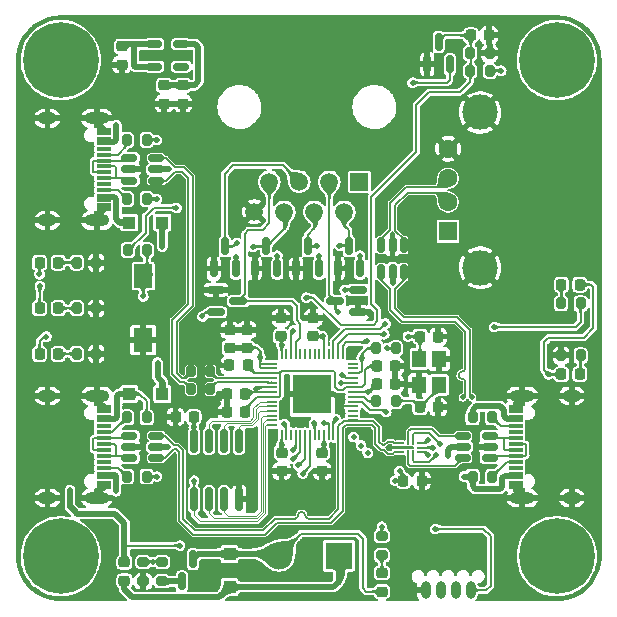
<source format=gtl>
G04 #@! TF.GenerationSoftware,KiCad,Pcbnew,(6.0.9)*
G04 #@! TF.CreationDate,2022-11-24T22:06:00+01:00*
G04 #@! TF.ProjectId,latte,6c617474-652e-46b6-9963-61645f706362,rev?*
G04 #@! TF.SameCoordinates,Original*
G04 #@! TF.FileFunction,Copper,L1,Top*
G04 #@! TF.FilePolarity,Positive*
%FSLAX46Y46*%
G04 Gerber Fmt 4.6, Leading zero omitted, Abs format (unit mm)*
G04 Created by KiCad (PCBNEW (6.0.9)) date 2022-11-24 22:06:00*
%MOMM*%
%LPD*%
G01*
G04 APERTURE LIST*
G04 Aperture macros list*
%AMRoundRect*
0 Rectangle with rounded corners*
0 $1 Rounding radius*
0 $2 $3 $4 $5 $6 $7 $8 $9 X,Y pos of 4 corners*
0 Add a 4 corners polygon primitive as box body*
4,1,4,$2,$3,$4,$5,$6,$7,$8,$9,$2,$3,0*
0 Add four circle primitives for the rounded corners*
1,1,$1+$1,$2,$3*
1,1,$1+$1,$4,$5*
1,1,$1+$1,$6,$7*
1,1,$1+$1,$8,$9*
0 Add four rect primitives between the rounded corners*
20,1,$1+$1,$2,$3,$4,$5,0*
20,1,$1+$1,$4,$5,$6,$7,0*
20,1,$1+$1,$6,$7,$8,$9,0*
20,1,$1+$1,$8,$9,$2,$3,0*%
G04 Aperture macros list end*
G04 #@! TA.AperFunction,ComponentPad*
%ADD10C,0.800000*%
G04 #@! TD*
G04 #@! TA.AperFunction,ComponentPad*
%ADD11C,6.400000*%
G04 #@! TD*
G04 #@! TA.AperFunction,SMDPad,CuDef*
%ADD12RoundRect,0.225000X0.250000X-0.225000X0.250000X0.225000X-0.250000X0.225000X-0.250000X-0.225000X0*%
G04 #@! TD*
G04 #@! TA.AperFunction,SMDPad,CuDef*
%ADD13RoundRect,0.200000X0.200000X0.275000X-0.200000X0.275000X-0.200000X-0.275000X0.200000X-0.275000X0*%
G04 #@! TD*
G04 #@! TA.AperFunction,SMDPad,CuDef*
%ADD14RoundRect,0.200000X-0.200000X-0.275000X0.200000X-0.275000X0.200000X0.275000X-0.200000X0.275000X0*%
G04 #@! TD*
G04 #@! TA.AperFunction,SMDPad,CuDef*
%ADD15RoundRect,0.150000X0.150000X-0.587500X0.150000X0.587500X-0.150000X0.587500X-0.150000X-0.587500X0*%
G04 #@! TD*
G04 #@! TA.AperFunction,SMDPad,CuDef*
%ADD16RoundRect,0.225000X-0.225000X-0.250000X0.225000X-0.250000X0.225000X0.250000X-0.225000X0.250000X0*%
G04 #@! TD*
G04 #@! TA.AperFunction,ComponentPad*
%ADD17R,2.300000X2.300000*%
G04 #@! TD*
G04 #@! TA.AperFunction,ComponentPad*
%ADD18C,2.300000*%
G04 #@! TD*
G04 #@! TA.AperFunction,SMDPad,CuDef*
%ADD19R,1.150000X0.300000*%
G04 #@! TD*
G04 #@! TA.AperFunction,ComponentPad*
%ADD20O,2.100000X1.000000*%
G04 #@! TD*
G04 #@! TA.AperFunction,ComponentPad*
%ADD21O,1.600000X1.000000*%
G04 #@! TD*
G04 #@! TA.AperFunction,SMDPad,CuDef*
%ADD22RoundRect,0.225000X0.225000X0.250000X-0.225000X0.250000X-0.225000X-0.250000X0.225000X-0.250000X0*%
G04 #@! TD*
G04 #@! TA.AperFunction,SMDPad,CuDef*
%ADD23R,1.100000X1.100000*%
G04 #@! TD*
G04 #@! TA.AperFunction,SMDPad,CuDef*
%ADD24RoundRect,0.050000X-0.050000X0.350000X-0.050000X-0.350000X0.050000X-0.350000X0.050000X0.350000X0*%
G04 #@! TD*
G04 #@! TA.AperFunction,SMDPad,CuDef*
%ADD25RoundRect,0.050000X-0.325000X0.050000X-0.325000X-0.050000X0.325000X-0.050000X0.325000X0.050000X0*%
G04 #@! TD*
G04 #@! TA.AperFunction,SMDPad,CuDef*
%ADD26RoundRect,0.225000X-0.250000X0.225000X-0.250000X-0.225000X0.250000X-0.225000X0.250000X0.225000X0*%
G04 #@! TD*
G04 #@! TA.AperFunction,SMDPad,CuDef*
%ADD27R,1.600000X2.000000*%
G04 #@! TD*
G04 #@! TA.AperFunction,SMDPad,CuDef*
%ADD28RoundRect,0.218750X0.218750X0.256250X-0.218750X0.256250X-0.218750X-0.256250X0.218750X-0.256250X0*%
G04 #@! TD*
G04 #@! TA.AperFunction,SMDPad,CuDef*
%ADD29O,0.800000X1.500000*%
G04 #@! TD*
G04 #@! TA.AperFunction,SMDPad,CuDef*
%ADD30RoundRect,0.150000X0.150000X-0.512500X0.150000X0.512500X-0.150000X0.512500X-0.150000X-0.512500X0*%
G04 #@! TD*
G04 #@! TA.AperFunction,ComponentPad*
%ADD31R,1.500000X1.500000*%
G04 #@! TD*
G04 #@! TA.AperFunction,ComponentPad*
%ADD32C,1.500000*%
G04 #@! TD*
G04 #@! TA.AperFunction,SMDPad,CuDef*
%ADD33RoundRect,0.150000X0.512500X0.150000X-0.512500X0.150000X-0.512500X-0.150000X0.512500X-0.150000X0*%
G04 #@! TD*
G04 #@! TA.AperFunction,SMDPad,CuDef*
%ADD34RoundRect,0.150000X-0.512500X-0.150000X0.512500X-0.150000X0.512500X0.150000X-0.512500X0.150000X0*%
G04 #@! TD*
G04 #@! TA.AperFunction,ComponentPad*
%ADD35R,1.500000X1.600000*%
G04 #@! TD*
G04 #@! TA.AperFunction,ComponentPad*
%ADD36C,1.600000*%
G04 #@! TD*
G04 #@! TA.AperFunction,ComponentPad*
%ADD37C,3.000000*%
G04 #@! TD*
G04 #@! TA.AperFunction,SMDPad,CuDef*
%ADD38RoundRect,0.200000X-0.275000X0.200000X-0.275000X-0.200000X0.275000X-0.200000X0.275000X0.200000X0*%
G04 #@! TD*
G04 #@! TA.AperFunction,SMDPad,CuDef*
%ADD39RoundRect,0.218750X-0.256250X0.218750X-0.256250X-0.218750X0.256250X-0.218750X0.256250X0.218750X0*%
G04 #@! TD*
G04 #@! TA.AperFunction,SMDPad,CuDef*
%ADD40RoundRect,0.150000X-0.587500X-0.150000X0.587500X-0.150000X0.587500X0.150000X-0.587500X0.150000X0*%
G04 #@! TD*
G04 #@! TA.AperFunction,SMDPad,CuDef*
%ADD41RoundRect,0.050000X0.050000X-0.387500X0.050000X0.387500X-0.050000X0.387500X-0.050000X-0.387500X0*%
G04 #@! TD*
G04 #@! TA.AperFunction,SMDPad,CuDef*
%ADD42RoundRect,0.050000X0.387500X-0.050000X0.387500X0.050000X-0.387500X0.050000X-0.387500X-0.050000X0*%
G04 #@! TD*
G04 #@! TA.AperFunction,SMDPad,CuDef*
%ADD43R,3.200000X3.200000*%
G04 #@! TD*
G04 #@! TA.AperFunction,SMDPad,CuDef*
%ADD44RoundRect,0.218750X0.256250X-0.218750X0.256250X0.218750X-0.256250X0.218750X-0.256250X-0.218750X0*%
G04 #@! TD*
G04 #@! TA.AperFunction,SMDPad,CuDef*
%ADD45R,1.200000X1.400000*%
G04 #@! TD*
G04 #@! TA.AperFunction,SMDPad,CuDef*
%ADD46RoundRect,0.150000X0.150000X-0.825000X0.150000X0.825000X-0.150000X0.825000X-0.150000X-0.825000X0*%
G04 #@! TD*
G04 #@! TA.AperFunction,SMDPad,CuDef*
%ADD47RoundRect,0.150000X0.587500X0.150000X-0.587500X0.150000X-0.587500X-0.150000X0.587500X-0.150000X0*%
G04 #@! TD*
G04 #@! TA.AperFunction,ViaPad*
%ADD48C,0.500000*%
G04 #@! TD*
G04 #@! TA.AperFunction,Conductor*
%ADD49C,0.200000*%
G04 #@! TD*
G04 #@! TA.AperFunction,Conductor*
%ADD50C,0.175006*%
G04 #@! TD*
G04 #@! TA.AperFunction,Conductor*
%ADD51C,0.500000*%
G04 #@! TD*
G04 #@! TA.AperFunction,Conductor*
%ADD52C,0.100000*%
G04 #@! TD*
G04 #@! TA.AperFunction,Conductor*
%ADD53C,0.175000*%
G04 #@! TD*
G04 APERTURE END LIST*
D10*
X155810000Y-75000000D03*
X160610000Y-75000000D03*
X156512944Y-76697056D03*
X156512944Y-73302944D03*
X158210000Y-77400000D03*
X159907056Y-76697056D03*
D11*
X158210000Y-75000000D03*
D10*
X158210000Y-72600000D03*
X159907056Y-73302944D03*
D12*
X134850000Y-98375000D03*
X134850000Y-96825000D03*
D13*
X152725000Y-110250000D03*
X151075000Y-110250000D03*
X160225000Y-100000000D03*
X158575000Y-100000000D03*
D14*
X121875000Y-91100000D03*
X123525000Y-91100000D03*
D15*
X132650000Y-92637500D03*
X134550000Y-92637500D03*
X133600000Y-90762500D03*
D16*
X142975000Y-100900000D03*
X144525000Y-100900000D03*
D14*
X151075000Y-105250000D03*
X152725000Y-105250000D03*
X117557500Y-92137500D03*
X119207500Y-92137500D03*
D12*
X121362500Y-75375000D03*
X121362500Y-73825000D03*
D17*
X139750000Y-116950000D03*
D18*
X134670000Y-116950000D03*
D19*
X154730000Y-111100000D03*
X154730000Y-110300000D03*
X154730000Y-109000000D03*
X154730000Y-108000000D03*
X154730000Y-107500000D03*
X154730000Y-106500000D03*
X154730000Y-105200000D03*
X154730000Y-104400000D03*
X154730000Y-104700000D03*
X154730000Y-105500000D03*
X154730000Y-106000000D03*
X154730000Y-107000000D03*
X154730000Y-108500000D03*
X154730000Y-109500000D03*
X154730000Y-110000000D03*
X154730000Y-110800000D03*
D20*
X155295000Y-103430000D03*
X155295000Y-112070000D03*
D21*
X159475000Y-103430000D03*
X159475000Y-112070000D03*
D22*
X132025000Y-100850000D03*
X130475000Y-100850000D03*
D14*
X127230504Y-101349504D03*
X128880504Y-101349504D03*
D23*
X124810000Y-88750000D03*
X122010000Y-88750000D03*
D24*
X146000000Y-107200000D03*
X145600000Y-107200000D03*
D25*
X144925000Y-107400000D03*
X144925000Y-107800000D03*
X144925000Y-108200000D03*
D24*
X145600000Y-108400000D03*
X146000000Y-108400000D03*
D25*
X146675000Y-108200000D03*
X146675000Y-107800000D03*
X146675000Y-107400000D03*
D13*
X123485000Y-86750000D03*
X121835000Y-86750000D03*
D22*
X127475000Y-105200000D03*
X125925000Y-105200000D03*
D14*
X121835000Y-105250000D03*
X123485000Y-105250000D03*
D26*
X126562500Y-77125000D03*
X126562500Y-78675000D03*
D14*
X150875000Y-74400000D03*
X152525000Y-74400000D03*
X158575000Y-95600000D03*
X160225000Y-95600000D03*
D15*
X126450000Y-119137500D03*
X128350000Y-119137500D03*
X127400000Y-117262500D03*
D27*
X123200000Y-98700000D03*
X123200000Y-93300000D03*
D19*
X119830000Y-80900000D03*
X119830000Y-81700000D03*
X119830000Y-83000000D03*
X119830000Y-84000000D03*
X119830000Y-84500000D03*
X119830000Y-85500000D03*
X119830000Y-86800000D03*
X119830000Y-87600000D03*
X119830000Y-87300000D03*
X119830000Y-86500000D03*
X119830000Y-86000000D03*
X119830000Y-85000000D03*
X119830000Y-83500000D03*
X119830000Y-82500000D03*
X119830000Y-82000000D03*
X119830000Y-81200000D03*
D20*
X119265000Y-88570000D03*
D21*
X115085000Y-79930000D03*
X115085000Y-88570000D03*
D20*
X119265000Y-79930000D03*
D28*
X115987500Y-92137500D03*
X114412500Y-92137500D03*
D14*
X117557500Y-96000000D03*
X119207500Y-96000000D03*
X142925000Y-99400000D03*
X144575000Y-99400000D03*
D29*
X150905000Y-119870000D03*
X149635000Y-119870000D03*
X148365000Y-119870000D03*
X147095000Y-119870000D03*
D23*
X124810000Y-103250000D03*
X122010000Y-103250000D03*
D14*
X121835000Y-81750000D03*
X123485000Y-81750000D03*
D12*
X137600000Y-98375000D03*
X137600000Y-96825000D03*
D30*
X143350000Y-92937500D03*
X144300000Y-92937500D03*
X145250000Y-92937500D03*
X145250000Y-90662500D03*
X144300000Y-90662500D03*
X143350000Y-90662500D03*
D11*
X116210000Y-117000000D03*
D10*
X116210000Y-114600000D03*
X118610000Y-117000000D03*
X114512944Y-118697056D03*
X116210000Y-119400000D03*
X117907056Y-115302944D03*
X113810000Y-117000000D03*
X114512944Y-115302944D03*
X117907056Y-118697056D03*
X113810000Y-75000000D03*
X117907056Y-76697056D03*
X114512944Y-76697056D03*
X117907056Y-73302944D03*
X118610000Y-75000000D03*
X114512944Y-73302944D03*
X116210000Y-72600000D03*
X116210000Y-77400000D03*
D11*
X116210000Y-75000000D03*
D31*
X141492500Y-85300000D03*
D32*
X140222500Y-87840000D03*
X138952500Y-85300000D03*
X137682500Y-87840000D03*
X136412500Y-85300000D03*
X135142500Y-87840000D03*
X133872500Y-85300000D03*
X132602500Y-87840000D03*
D33*
X152537500Y-108700000D03*
X152537500Y-107750000D03*
X152537500Y-106800000D03*
X150262500Y-106800000D03*
X150262500Y-107750000D03*
X150262500Y-108700000D03*
D12*
X132000000Y-99375000D03*
X132000000Y-97825000D03*
D16*
X146625000Y-98400000D03*
X148175000Y-98400000D03*
D34*
X122022500Y-83300000D03*
X122022500Y-84250000D03*
X122022500Y-85200000D03*
X124297500Y-85200000D03*
X124297500Y-84250000D03*
X124297500Y-83300000D03*
D35*
X149000000Y-89500000D03*
D36*
X149000000Y-87000000D03*
X149000000Y-85000000D03*
X149000000Y-82500000D03*
D37*
X151710000Y-79430000D03*
X151710000Y-92570000D03*
D16*
X142975000Y-102400000D03*
X144525000Y-102400000D03*
D38*
X123200000Y-117475000D03*
X123200000Y-119125000D03*
D26*
X134900000Y-108225000D03*
X134900000Y-109775000D03*
D28*
X160167500Y-94000000D03*
X158592500Y-94000000D03*
D23*
X130500000Y-119600000D03*
X130500000Y-116800000D03*
D39*
X121600000Y-117512500D03*
X121600000Y-119087500D03*
D13*
X123485000Y-110250000D03*
X121835000Y-110250000D03*
D38*
X143400000Y-115275000D03*
X143400000Y-116925000D03*
D40*
X129362500Y-94450000D03*
X129362500Y-96350000D03*
X131237500Y-95400000D03*
D41*
X134900000Y-106737500D03*
X135300000Y-106737500D03*
X135700000Y-106737500D03*
X136100000Y-106737500D03*
X136500000Y-106737500D03*
X136900000Y-106737500D03*
X137300000Y-106737500D03*
X137700000Y-106737500D03*
X138100000Y-106737500D03*
X138500000Y-106737500D03*
X138900000Y-106737500D03*
X139300000Y-106737500D03*
X139700000Y-106737500D03*
X140100000Y-106737500D03*
D42*
X140937500Y-105900000D03*
X140937500Y-105500000D03*
X140937500Y-105100000D03*
X140937500Y-104700000D03*
X140937500Y-104300000D03*
X140937500Y-103900000D03*
X140937500Y-103500000D03*
X140937500Y-103100000D03*
X140937500Y-102700000D03*
X140937500Y-102300000D03*
X140937500Y-101900000D03*
X140937500Y-101500000D03*
X140937500Y-101100000D03*
X140937500Y-100700000D03*
D41*
X140100000Y-99862500D03*
X139700000Y-99862500D03*
X139300000Y-99862500D03*
X138900000Y-99862500D03*
X138500000Y-99862500D03*
X138100000Y-99862500D03*
X137700000Y-99862500D03*
X137300000Y-99862500D03*
X136900000Y-99862500D03*
X136500000Y-99862500D03*
X136100000Y-99862500D03*
X135700000Y-99862500D03*
X135300000Y-99862500D03*
X134900000Y-99862500D03*
D42*
X134062500Y-100700000D03*
X134062500Y-101100000D03*
X134062500Y-101500000D03*
X134062500Y-101900000D03*
X134062500Y-102300000D03*
X134062500Y-102700000D03*
X134062500Y-103100000D03*
X134062500Y-103500000D03*
X134062500Y-103900000D03*
X134062500Y-104300000D03*
X134062500Y-104700000D03*
X134062500Y-105100000D03*
X134062500Y-105500000D03*
X134062500Y-105900000D03*
D43*
X137500000Y-103300000D03*
D15*
X139650000Y-92637500D03*
X141550000Y-92637500D03*
X140600000Y-90762500D03*
D28*
X115987500Y-96000000D03*
X114412500Y-96000000D03*
D26*
X124962500Y-77125000D03*
X124962500Y-78675000D03*
D12*
X130500000Y-99375000D03*
X130500000Y-97825000D03*
D10*
X159907056Y-115302944D03*
D11*
X158210000Y-117000000D03*
D10*
X160610000Y-117000000D03*
X156512944Y-118697056D03*
X159907056Y-118697056D03*
X156512944Y-115302944D03*
X158210000Y-114600000D03*
X158210000Y-119400000D03*
X155810000Y-117000000D03*
D22*
X131825000Y-104800000D03*
X130275000Y-104800000D03*
D44*
X143400000Y-119987500D03*
X143400000Y-118412500D03*
D14*
X117557500Y-99862500D03*
X119207500Y-99862500D03*
D16*
X145225000Y-110600000D03*
X146775000Y-110600000D03*
D15*
X147250000Y-75337500D03*
X149150000Y-75337500D03*
X148200000Y-73462500D03*
D34*
X122022500Y-106800000D03*
X122022500Y-107750000D03*
X122022500Y-108700000D03*
X124297500Y-108700000D03*
X124297500Y-107750000D03*
X124297500Y-106800000D03*
D45*
X148250000Y-102500000D03*
X148250000Y-100300000D03*
X146550000Y-100300000D03*
X146550000Y-102500000D03*
D15*
X129150000Y-92637500D03*
X131050000Y-92637500D03*
X130100000Y-90762500D03*
D38*
X124800000Y-117475000D03*
X124800000Y-119125000D03*
D16*
X150925000Y-72900000D03*
X152475000Y-72900000D03*
D46*
X127495000Y-112175000D03*
X128765000Y-112175000D03*
X130035000Y-112175000D03*
X131305000Y-112175000D03*
X131305000Y-107225000D03*
X130035000Y-107225000D03*
X128765000Y-107225000D03*
X127495000Y-107225000D03*
D22*
X131825000Y-103300000D03*
X130275000Y-103300000D03*
D15*
X136150000Y-92637500D03*
X138050000Y-92637500D03*
X137100000Y-90762500D03*
D16*
X146625000Y-104400000D03*
X148175000Y-104400000D03*
D26*
X138350000Y-108225000D03*
X138350000Y-109775000D03*
D28*
X160167500Y-101600000D03*
X158592500Y-101600000D03*
D19*
X119830000Y-104400000D03*
X119830000Y-105200000D03*
X119830000Y-106500000D03*
X119830000Y-107500000D03*
X119830000Y-108000000D03*
X119830000Y-109000000D03*
X119830000Y-110300000D03*
X119830000Y-111100000D03*
X119830000Y-110800000D03*
X119830000Y-110000000D03*
X119830000Y-109500000D03*
X119830000Y-108500000D03*
X119830000Y-107000000D03*
X119830000Y-106000000D03*
X119830000Y-105500000D03*
X119830000Y-104700000D03*
D21*
X115085000Y-103430000D03*
X115085000Y-112070000D03*
D20*
X119265000Y-112070000D03*
X119265000Y-103430000D03*
D47*
X141337500Y-96350000D03*
X141337500Y-94450000D03*
X139462500Y-95400000D03*
D13*
X152525000Y-75900000D03*
X150875000Y-75900000D03*
D34*
X124125000Y-73650000D03*
X124125000Y-74600000D03*
X124125000Y-75550000D03*
X126400000Y-75550000D03*
X126400000Y-73650000D03*
D14*
X127230504Y-102849504D03*
X128880504Y-102849504D03*
D13*
X144575000Y-103850000D03*
X142925000Y-103850000D03*
D28*
X115987500Y-99862500D03*
X114412500Y-99862500D03*
D48*
X139954476Y-102315775D03*
X145600000Y-98400000D03*
X143761234Y-104790403D03*
X131900000Y-110900000D03*
X147000000Y-71880937D03*
X132700000Y-91650000D03*
X138000000Y-71880937D03*
X127664609Y-119140971D03*
X139647427Y-91483114D03*
X114000000Y-113880937D03*
X130451236Y-94424117D03*
X156300000Y-106100000D03*
X124500000Y-111900000D03*
X150000000Y-74880937D03*
X151903742Y-105937895D03*
X140302665Y-92621939D03*
X159000000Y-104880937D03*
X121900000Y-100500000D03*
X141600000Y-113500000D03*
X126000000Y-89880937D03*
X129000000Y-83880937D03*
X151400000Y-106800000D03*
X120000000Y-89880937D03*
X153000000Y-71880937D03*
X129800000Y-110300000D03*
X159000000Y-110880937D03*
X120462500Y-75400000D03*
X123200000Y-106800000D03*
X149380548Y-104407628D03*
X138000000Y-80880937D03*
X153000000Y-83880937D03*
X133600000Y-94200000D03*
X132000000Y-71880937D03*
X133321898Y-92621939D03*
X141000000Y-74880937D03*
X150000000Y-113880937D03*
X136800000Y-96800000D03*
X144000000Y-83880937D03*
X124800000Y-114900000D03*
X125950000Y-106000000D03*
X134050000Y-96850000D03*
X135200000Y-103900000D03*
X129000000Y-89880937D03*
X132500000Y-112200000D03*
X134918597Y-110553260D03*
X137600000Y-96050000D03*
X148200000Y-93900000D03*
X144800000Y-117500000D03*
X156600000Y-109300000D03*
X151500000Y-116300000D03*
X123000000Y-77880937D03*
X153000000Y-113880937D03*
X146400000Y-75300000D03*
X153900000Y-116000000D03*
X144000000Y-71880937D03*
X141000000Y-80880937D03*
X117000000Y-89880937D03*
X129000000Y-77880937D03*
X123200000Y-108800000D03*
X159000000Y-83880937D03*
X114000000Y-83880937D03*
X123197867Y-85282302D03*
X134850000Y-96050000D03*
X148000000Y-75300000D03*
X114000000Y-107880937D03*
X150000000Y-83880937D03*
X138000000Y-77880937D03*
X151400000Y-108800000D03*
X135000000Y-80880937D03*
X139600000Y-103500000D03*
X122300000Y-79200000D03*
X129750000Y-100850000D03*
X151900000Y-103400000D03*
X114000000Y-86880937D03*
X141000000Y-83880937D03*
X149200000Y-98400000D03*
X144900000Y-109000000D03*
X150000000Y-80880937D03*
X156000000Y-83880937D03*
X129064358Y-119153506D03*
X121700000Y-111900000D03*
X129000000Y-74880937D03*
X125126731Y-74618807D03*
X149400000Y-105400000D03*
X156000000Y-71880937D03*
X135000000Y-77880937D03*
X123000000Y-101880937D03*
X153900000Y-118400000D03*
X123000000Y-113880937D03*
X153000000Y-86880937D03*
X129550000Y-104800000D03*
X153000000Y-120200000D03*
X136700000Y-94200000D03*
X145445344Y-100880455D03*
X120000000Y-98880937D03*
X129000000Y-98880937D03*
X159000000Y-92880937D03*
X132800000Y-97800000D03*
X159000000Y-86880937D03*
X129831515Y-92621939D03*
X145200000Y-91800000D03*
X138400000Y-110550000D03*
X135000000Y-71880937D03*
X144100000Y-107800000D03*
X147900000Y-83900000D03*
X123200000Y-83200000D03*
X120300000Y-114600000D03*
X129347135Y-95150686D03*
X123000000Y-71880937D03*
X134200000Y-111500000D03*
X138000000Y-74880937D03*
X136151107Y-91524666D03*
X117000000Y-101880937D03*
X143300000Y-109500000D03*
X123162500Y-74600000D03*
X136700000Y-111100000D03*
X135600000Y-118600000D03*
X156000000Y-92880937D03*
X113300000Y-97500000D03*
X153000000Y-95880937D03*
X129600000Y-103650000D03*
X159000000Y-89880937D03*
X120000000Y-71880937D03*
X156000000Y-98880937D03*
X151500000Y-107750000D03*
X138400000Y-96800000D03*
X127300000Y-98400000D03*
X131250000Y-97850000D03*
X137400000Y-110250000D03*
X153000000Y-98880937D03*
X120600000Y-92300000D03*
X141000000Y-110880937D03*
X148300000Y-109900000D03*
X139900000Y-104300000D03*
X128300000Y-108900000D03*
X127100000Y-104000000D03*
X138000000Y-116880937D03*
X113200000Y-93800000D03*
X129128788Y-91459370D03*
X122963922Y-84243838D03*
X135200000Y-104900000D03*
X141200000Y-99600000D03*
X132000000Y-74880937D03*
X150000000Y-95880937D03*
X149300000Y-111700000D03*
X131200000Y-108800000D03*
X159000000Y-80880937D03*
X145459360Y-102441618D03*
X118800000Y-97700000D03*
X114000000Y-101880937D03*
X120000000Y-101880937D03*
X143150000Y-105250000D03*
X134100000Y-99900000D03*
X141000000Y-119880937D03*
X114000000Y-89880937D03*
X149000000Y-106200000D03*
X130280361Y-104055095D03*
X129000000Y-71880937D03*
X156000000Y-86880937D03*
X114000000Y-104880937D03*
X117000000Y-86880937D03*
X147596533Y-110606560D03*
X156000000Y-95880937D03*
X114000000Y-110880937D03*
X146783449Y-111468107D03*
X149400000Y-103400000D03*
X117000000Y-80880937D03*
X144900000Y-120200000D03*
X132000000Y-97100000D03*
X120000000Y-116880937D03*
X123050000Y-107750000D03*
X124600000Y-95600000D03*
X143400000Y-91800000D03*
X155200000Y-120100000D03*
X117000000Y-98880937D03*
X126700000Y-100200000D03*
X134141967Y-109766736D03*
X144312343Y-91623567D03*
X129000000Y-80880937D03*
X126000000Y-71880937D03*
X144000000Y-80880937D03*
X117000000Y-107880937D03*
X156000000Y-113880937D03*
X141342657Y-95663559D03*
X125950000Y-104450000D03*
X117000000Y-104880937D03*
X159000000Y-107880937D03*
X126000000Y-80880937D03*
X154800000Y-78000000D03*
X143700000Y-113400000D03*
X136840775Y-92607693D03*
X126300000Y-92300000D03*
X149371144Y-100296801D03*
X120800000Y-95500000D03*
X138000000Y-83880937D03*
X117000000Y-83880937D03*
X135000000Y-74880937D03*
X149400000Y-102600000D03*
X129000000Y-86880937D03*
X130500000Y-97100000D03*
X135700000Y-109750000D03*
X150000000Y-71880937D03*
X156000000Y-89880937D03*
X141000000Y-71880937D03*
X134800000Y-115000000D03*
X121362500Y-76200000D03*
X120000000Y-77880937D03*
X142400000Y-96600000D03*
X156000000Y-80880937D03*
X146550000Y-101500000D03*
X120000000Y-119880937D03*
X128354038Y-117975210D03*
X129700000Y-97850000D03*
X114000000Y-80880937D03*
X153000000Y-89880937D03*
X144000000Y-74880937D03*
X133000000Y-96300000D03*
X147000000Y-80880937D03*
X151500000Y-102600000D03*
X135650000Y-96850000D03*
X124810000Y-90790000D03*
X124810000Y-89590000D03*
X124400000Y-101200000D03*
X117000000Y-112100000D03*
X122412500Y-75350000D03*
X124400000Y-100600000D03*
X126300000Y-116100000D03*
X117000000Y-111400000D03*
X124810000Y-90190000D03*
X124400000Y-101800000D03*
X122412500Y-74550000D03*
X143400000Y-114500000D03*
X117600000Y-113400000D03*
X117050000Y-112850000D03*
X122412500Y-73650000D03*
X138050000Y-91550000D03*
X144900000Y-109800000D03*
X131275000Y-99375000D03*
X138375000Y-98375000D03*
X127475000Y-106025000D03*
X140250000Y-94450000D03*
X152900000Y-97600000D03*
X127862500Y-76100000D03*
X134900000Y-99100000D03*
X138500000Y-107550000D03*
X146000000Y-76900000D03*
X133100000Y-100100000D03*
X131050000Y-91650000D03*
X127862500Y-74500000D03*
X147900000Y-114700000D03*
X141550000Y-91550000D03*
X144500000Y-110600000D03*
X147725000Y-107800000D03*
X142261849Y-103086458D03*
X128200000Y-96700000D03*
X134900000Y-107550000D03*
X132775000Y-102850000D03*
X143800000Y-99400000D03*
X127862500Y-75300000D03*
X134550000Y-91550000D03*
X126000000Y-87500000D03*
X120910870Y-81744130D03*
X120917555Y-87716038D03*
X120917555Y-86762555D03*
X120910870Y-80489130D03*
X124350000Y-81750000D03*
X124350000Y-86750000D03*
X121019452Y-88580548D03*
X125350000Y-84250000D03*
X120910870Y-81089130D03*
X143600000Y-98200000D03*
X114450000Y-94150000D03*
X137650000Y-105750000D03*
X132500000Y-90800000D03*
X131100000Y-90475500D03*
X136700000Y-110000000D03*
X141639860Y-107627554D03*
X140055963Y-101623674D03*
X141000000Y-106900000D03*
X141700000Y-100200000D03*
X142200000Y-108250000D03*
X136329809Y-109310910D03*
X137900000Y-90700000D03*
X135912484Y-108749534D03*
X139700000Y-96300000D03*
X139807938Y-90696170D03*
X135900000Y-108000000D03*
X123200000Y-95000000D03*
X127495000Y-110605000D03*
X147325000Y-107200000D03*
X157500000Y-101600000D03*
X139500000Y-105400000D03*
X147330636Y-108405636D03*
X138500000Y-105700000D03*
X135150000Y-105800000D03*
X124000000Y-117500000D03*
X135900000Y-97900000D03*
X137000000Y-95100000D03*
X124350000Y-110250000D03*
X153550000Y-104450000D03*
X153600000Y-110400000D03*
X153705000Y-105105000D03*
X120897330Y-111497330D03*
X120897330Y-110902670D03*
X121000000Y-103400000D03*
X120897330Y-110242330D03*
X153100000Y-111300000D03*
X125250000Y-107750000D03*
X153600000Y-111000000D03*
X144300000Y-93900000D03*
X152500000Y-111300000D03*
X120985000Y-105015000D03*
X149000000Y-108525006D03*
X120985000Y-104215000D03*
X153500000Y-75900000D03*
X150350000Y-110250000D03*
X148325000Y-107500000D03*
X150250000Y-103550000D03*
X151050000Y-103550000D03*
X148012500Y-108412500D03*
X115000000Y-98400000D03*
X143700000Y-97300000D03*
X142100000Y-98800000D03*
X114400000Y-93100000D03*
D49*
X140937500Y-102700000D02*
X140347363Y-102700000D01*
X140347363Y-102700000D02*
X140143156Y-102904207D01*
X140143156Y-102904207D02*
X139669320Y-102904207D01*
X139400000Y-102634887D02*
X139400000Y-101400000D01*
X139669320Y-102904207D02*
X139400000Y-102634887D01*
X139400000Y-101400000D02*
X139300000Y-101300000D01*
X139300000Y-101300000D02*
X134900000Y-101300000D01*
X140055963Y-101623674D02*
X140055963Y-101655963D01*
X140055963Y-101655963D02*
X140169600Y-101769600D01*
X140169600Y-101769600D02*
X140213118Y-101769600D01*
X140213118Y-101769600D02*
X140343518Y-101900000D01*
X140343518Y-101900000D02*
X140937500Y-101900000D01*
X135300000Y-106737500D02*
X135300000Y-105950000D01*
X135300000Y-105950000D02*
X135150000Y-105800000D01*
X136500000Y-108177818D02*
X136500000Y-106737500D01*
X135928284Y-108749534D02*
X136500000Y-108177818D01*
X135912484Y-108749534D02*
X135928284Y-108749534D01*
X139954476Y-102315775D02*
X139970251Y-102300000D01*
X139970251Y-102300000D02*
X140937500Y-102300000D01*
X137300000Y-109400000D02*
X137300000Y-106737500D01*
X136700000Y-110000000D02*
X137300000Y-109400000D01*
X130813000Y-90762500D02*
X130100000Y-90762500D01*
X131100000Y-90475500D02*
X130813000Y-90762500D01*
X143600000Y-98200000D02*
X140500000Y-98200000D01*
X140500000Y-98200000D02*
X139700000Y-99000000D01*
X139700000Y-99000000D02*
X139700000Y-99862500D01*
X142261849Y-103086458D02*
X142288542Y-103086458D01*
X142288542Y-103086458D02*
X142975000Y-102400000D01*
X140937500Y-103100000D02*
X142248307Y-103100000D01*
X142248307Y-103100000D02*
X142261849Y-103086458D01*
X131050000Y-92637500D02*
X131050000Y-91650000D01*
D50*
X150462496Y-102255700D02*
X150462496Y-102287504D01*
X150462496Y-97977666D02*
X150462496Y-101087504D01*
X149630513Y-97145683D02*
X150462496Y-97977666D01*
X150462498Y-102255700D02*
G75*
G03*
X150178398Y-101971602I-284098J0D01*
G01*
X144112496Y-94401930D02*
X144112496Y-96127666D01*
X149894300Y-101655700D02*
X149894300Y-101687504D01*
X143350000Y-93639434D02*
X144112496Y-94401930D01*
X143350000Y-92937500D02*
X143350000Y-93639434D01*
X150178398Y-101971600D02*
G75*
G02*
X149894300Y-101687504I2J284100D01*
G01*
X145130513Y-97145683D02*
X149630513Y-97145683D01*
X149894302Y-101655700D02*
G75*
G02*
X150178398Y-101371602I284098J0D01*
G01*
X144112496Y-96127666D02*
X145130513Y-97145683D01*
X150178398Y-101371596D02*
G75*
G03*
X150462496Y-101087504I2J284096D01*
G01*
X150462496Y-102287504D02*
X150462496Y-103337504D01*
X150462496Y-103337504D02*
X150250000Y-103550000D01*
X134322333Y-113812497D02*
X133322333Y-114812497D01*
X139712496Y-113022334D02*
X138922333Y-113812497D01*
X139712496Y-106749996D02*
X139712496Y-113022334D01*
X136619319Y-113244313D02*
X136587503Y-113244313D01*
X139700000Y-106737500D02*
X139712496Y-106749996D01*
X133322333Y-114812497D02*
X127577667Y-114812497D01*
X136019319Y-113812497D02*
X135987503Y-113812497D01*
X126587503Y-113822333D02*
X126587503Y-108046902D01*
X136019319Y-113812511D02*
G75*
G03*
X136303411Y-113528405I-19J284111D01*
G01*
X135987503Y-113812497D02*
X134322333Y-113812497D01*
X138922333Y-113812497D02*
X137187503Y-113812497D01*
X136303413Y-113528405D02*
G75*
G02*
X136587503Y-113244313I284087J5D01*
G01*
X136619319Y-113244289D02*
G75*
G02*
X136903411Y-113528405I-19J-284111D01*
G01*
X136903403Y-113528405D02*
G75*
G03*
X137187503Y-113812497I284097J5D01*
G01*
X127577667Y-114812497D02*
X126587503Y-113822333D01*
X125060144Y-106800000D02*
X124297500Y-106800000D01*
X126587503Y-108046902D02*
X126103097Y-107562496D01*
X126103097Y-107562496D02*
X125822640Y-107562496D01*
X125822640Y-107562496D02*
X125060144Y-106800000D01*
D49*
X143595831Y-104625000D02*
X143761234Y-104790403D01*
X146625000Y-100225000D02*
X146550000Y-100300000D01*
X142425000Y-104625000D02*
X143595831Y-104625000D01*
X141700000Y-103900000D02*
X142425000Y-104625000D01*
X146625000Y-98400000D02*
X146625000Y-100225000D01*
X145600000Y-98400000D02*
X146625000Y-98400000D01*
X140937500Y-103900000D02*
X141700000Y-103900000D01*
D51*
X154730000Y-104400000D02*
X154730000Y-103995000D01*
X154730000Y-103995000D02*
X155295000Y-103430000D01*
D49*
X144925000Y-107800000D02*
X144300000Y-107800000D01*
D51*
X119265000Y-111665000D02*
X119830000Y-111100000D01*
X130275000Y-103300000D02*
X129950000Y-103300000D01*
X119265000Y-103430000D02*
X119265000Y-103835000D01*
X119265000Y-112070000D02*
X119265000Y-111665000D01*
X119265000Y-88570000D02*
X119265000Y-88165000D01*
D49*
X144300000Y-107800000D02*
X144100000Y-107800000D01*
D51*
X119265000Y-88165000D02*
X119830000Y-87600000D01*
X129950000Y-103300000D02*
X129600000Y-103650000D01*
X154730000Y-111100000D02*
X154730000Y-111505000D01*
X119265000Y-103835000D02*
X119830000Y-104400000D01*
X154730000Y-111505000D02*
X155295000Y-112070000D01*
X119265000Y-80335000D02*
X119830000Y-80900000D01*
X119265000Y-79930000D02*
X119265000Y-80335000D01*
D49*
X144575000Y-103850000D02*
X146075000Y-103850000D01*
X148250000Y-102500000D02*
X148250000Y-102775000D01*
X146075000Y-103850000D02*
X146625000Y-104400000D01*
X148250000Y-102775000D02*
X146625000Y-104400000D01*
D51*
X122412500Y-75450000D02*
X122412500Y-75350000D01*
X121600000Y-116100000D02*
X121600000Y-114200000D01*
X117000000Y-112100000D02*
X117000000Y-111500000D01*
X122412500Y-75350000D02*
X122412500Y-74550000D01*
D49*
X143400000Y-115275000D02*
X143400000Y-114500000D01*
D51*
X117000000Y-111500000D02*
X117000000Y-111400000D01*
X121537500Y-73650000D02*
X121362500Y-73825000D01*
X124810000Y-89590000D02*
X124810000Y-90190000D01*
X120800000Y-113400000D02*
X117600000Y-113400000D01*
X124810000Y-90190000D02*
X124810000Y-90790000D01*
X117400000Y-113200000D02*
X117050000Y-112850000D01*
X117050000Y-112850000D02*
X117000000Y-112800000D01*
X124810000Y-103250000D02*
X124810000Y-102210000D01*
X124810000Y-102210000D02*
X124400000Y-101800000D01*
X122512500Y-75550000D02*
X122412500Y-75450000D01*
X124400000Y-101200000D02*
X124400000Y-100600000D01*
D49*
X126300000Y-116100000D02*
X121600000Y-116100000D01*
D51*
X117000000Y-112800000D02*
X117000000Y-112100000D01*
X124810000Y-88750000D02*
X124810000Y-89590000D01*
X117600000Y-113400000D02*
X117400000Y-113200000D01*
X124400000Y-101800000D02*
X124400000Y-101200000D01*
X122412500Y-73650000D02*
X121537500Y-73650000D01*
X120800000Y-113400000D02*
X121600000Y-114200000D01*
X121600000Y-117512500D02*
X121600000Y-116100000D01*
X124125000Y-73650000D02*
X122412500Y-73650000D01*
X122412500Y-74550000D02*
X122412500Y-73650000D01*
X124125000Y-75550000D02*
X122512500Y-75550000D01*
D49*
X134900000Y-99100000D02*
X134900000Y-98425000D01*
X126000000Y-87500000D02*
X124100000Y-87500000D01*
X133100000Y-99650000D02*
X132825000Y-99375000D01*
X134900000Y-106737500D02*
X134900000Y-107550000D01*
X148900000Y-76900000D02*
X146000000Y-76900000D01*
X127475000Y-106025000D02*
X127475000Y-107205000D01*
D51*
X127612500Y-73650000D02*
X126400000Y-73650000D01*
X127537500Y-77125000D02*
X127862500Y-76800000D01*
D49*
X159800000Y-97600000D02*
X160225000Y-97175000D01*
X138375000Y-98375000D02*
X137600000Y-98375000D01*
D51*
X127862500Y-76800000D02*
X127862500Y-76100000D01*
D49*
X159800000Y-97600000D02*
X152900000Y-97600000D01*
X134062500Y-101100000D02*
X133200000Y-101100000D01*
X149150000Y-75337500D02*
X149150000Y-76650000D01*
D51*
X130500000Y-99375000D02*
X131275000Y-99375000D01*
D49*
X132900000Y-103100000D02*
X134062500Y-103100000D01*
X134550000Y-92637500D02*
X134550000Y-91550000D01*
X152000000Y-114700000D02*
X147900000Y-114700000D01*
X160225000Y-95600000D02*
X160225000Y-97175000D01*
X138500000Y-98500000D02*
X138500000Y-99862500D01*
X132925000Y-102700000D02*
X132775000Y-102850000D01*
D51*
X127862500Y-75300000D02*
X127862500Y-74500000D01*
D49*
X132025000Y-103100000D02*
X132900000Y-103100000D01*
D51*
X126562500Y-77125000D02*
X127537500Y-77125000D01*
D49*
X150905000Y-119870000D02*
X152230000Y-119870000D01*
X152600000Y-119500000D02*
X152600000Y-115300000D01*
X123400000Y-89600000D02*
X121900000Y-91100000D01*
X138500000Y-107550000D02*
X138500000Y-108225000D01*
X129362500Y-96350000D02*
X128550000Y-96350000D01*
X144575000Y-99400000D02*
X143800000Y-99400000D01*
X134900000Y-99862500D02*
X134900000Y-99100000D01*
X152230000Y-119870000D02*
X152600000Y-119500000D01*
D51*
X127862500Y-73900000D02*
X127612500Y-73650000D01*
D49*
X149150000Y-76650000D02*
X148900000Y-76900000D01*
X141337500Y-94450000D02*
X140250000Y-94450000D01*
D51*
X124962500Y-77125000D02*
X126562500Y-77125000D01*
D49*
X132775000Y-102850000D02*
X132775000Y-103100000D01*
X145225000Y-110125000D02*
X145225000Y-110600000D01*
X121900000Y-91100000D02*
X121875000Y-91100000D01*
X123400000Y-88200000D02*
X123400000Y-89600000D01*
X127475000Y-107205000D02*
X127495000Y-107225000D01*
X152600000Y-115300000D02*
X152000000Y-114700000D01*
X138500000Y-106737500D02*
X138500000Y-107550000D01*
X133200000Y-101100000D02*
X133100000Y-101000000D01*
D51*
X131275000Y-99375000D02*
X132000000Y-99375000D01*
X127862500Y-74500000D02*
X127862500Y-73900000D01*
D49*
X127475000Y-105200000D02*
X127475000Y-106025000D01*
X124100000Y-87500000D02*
X123400000Y-88200000D01*
X145225000Y-110600000D02*
X144500000Y-110600000D01*
X133100000Y-100700000D02*
X133100000Y-100100000D01*
X132825000Y-99375000D02*
X132000000Y-99375000D01*
X134900000Y-98425000D02*
X134850000Y-98375000D01*
X128550000Y-96350000D02*
X128200000Y-96700000D01*
X131825000Y-103300000D02*
X132025000Y-103100000D01*
X144900000Y-109800000D02*
X145225000Y-110125000D01*
X146675000Y-107800000D02*
X147725000Y-107800000D01*
D51*
X127862500Y-76100000D02*
X127862500Y-75300000D01*
D49*
X138050000Y-92637500D02*
X138050000Y-91550000D01*
X133100000Y-100100000D02*
X133100000Y-99650000D01*
X141550000Y-92637500D02*
X141550000Y-91550000D01*
X133100000Y-101000000D02*
X133100000Y-100700000D01*
X134062500Y-102700000D02*
X132925000Y-102700000D01*
X134062500Y-100700000D02*
X133100000Y-100700000D01*
X134900000Y-107550000D02*
X134900000Y-108225000D01*
D51*
X120910870Y-81744130D02*
X120755000Y-81900000D01*
X121188903Y-88750000D02*
X121019452Y-88580548D01*
X124297500Y-84250000D02*
X125350000Y-84250000D01*
D49*
X123485000Y-81750000D02*
X124350000Y-81750000D01*
D51*
X120917555Y-88478651D02*
X121019452Y-88580548D01*
D49*
X123485000Y-86750000D02*
X124350000Y-86750000D01*
D51*
X120917555Y-87716038D02*
X120917555Y-86762555D01*
X120910870Y-80489130D02*
X120910870Y-81089130D01*
X120755000Y-81900000D02*
X119830000Y-81900000D01*
X120917555Y-86762555D02*
X120755000Y-86600000D01*
X122010000Y-88750000D02*
X121188903Y-88750000D01*
X120755000Y-86600000D02*
X119830000Y-86600000D01*
X120917555Y-87716038D02*
X120917555Y-88478651D01*
X120910870Y-81089130D02*
X120910870Y-81744130D01*
D49*
X136100000Y-98900000D02*
X136500000Y-98500000D01*
X135800000Y-95400000D02*
X131237500Y-95400000D01*
X136500000Y-98500000D02*
X136500000Y-97300000D01*
X132100000Y-89400000D02*
X131800000Y-89700000D01*
X131800000Y-89700000D02*
X131800000Y-94837500D01*
X136500000Y-97300000D02*
X136200000Y-97000000D01*
X133872500Y-85300000D02*
X133872500Y-88827500D01*
X136200000Y-97000000D02*
X136200000Y-95800000D01*
X136100000Y-99862500D02*
X136100000Y-98900000D01*
X133300000Y-89400000D02*
X132100000Y-89400000D01*
X136200000Y-95800000D02*
X135800000Y-95400000D01*
X133872500Y-88827500D02*
X133300000Y-89400000D01*
X131800000Y-94837500D02*
X131237500Y-95400000D01*
X114412500Y-94187500D02*
X114450000Y-94150000D01*
X114412500Y-96000000D02*
X114412500Y-94187500D01*
X133600000Y-90762500D02*
X132537500Y-90762500D01*
X133637500Y-90762500D02*
X135142500Y-89257500D01*
X137700000Y-105800000D02*
X137650000Y-105750000D01*
X133600000Y-90762500D02*
X133637500Y-90762500D01*
X137700000Y-106737500D02*
X137700000Y-105800000D01*
X135142500Y-89257500D02*
X135142500Y-87840000D01*
X132537500Y-90762500D02*
X132500000Y-90800000D01*
X130800000Y-83900000D02*
X130100000Y-84600000D01*
X130100000Y-84600000D02*
X130100000Y-90762500D01*
X135012500Y-83900000D02*
X130800000Y-83900000D01*
X136412500Y-85300000D02*
X135012500Y-83900000D01*
X134800000Y-101600000D02*
X134700000Y-101500000D01*
X141700000Y-102700000D02*
X142000000Y-102400000D01*
X140937500Y-102700000D02*
X141700000Y-102700000D01*
X134062500Y-101500000D02*
X132675000Y-101500000D01*
X142000000Y-102400000D02*
X142000000Y-101200000D01*
X132842462Y-103500000D02*
X131825000Y-104517462D01*
X131825000Y-104517462D02*
X131825000Y-104800000D01*
X134800000Y-101600000D02*
X134800000Y-101400000D01*
X134775000Y-103425000D02*
X134775000Y-103400000D01*
X132675000Y-101500000D02*
X132025000Y-100850000D01*
X134700000Y-103500000D02*
X134775000Y-103425000D01*
X134800000Y-101400000D02*
X134900000Y-101300000D01*
X134700000Y-103500000D02*
X134800000Y-103400000D01*
X134062500Y-101500000D02*
X134700000Y-101500000D01*
X134800000Y-103400000D02*
X134800000Y-101600000D01*
X142300000Y-100900000D02*
X142000000Y-101200000D01*
X142975000Y-100900000D02*
X142300000Y-100900000D01*
X134062500Y-103500000D02*
X134700000Y-103500000D01*
X134062500Y-103500000D02*
X132842462Y-103500000D01*
X134900000Y-101300000D02*
X134700000Y-101500000D01*
X141700000Y-100200000D02*
X141700000Y-99900000D01*
X141700000Y-99900000D02*
X142200000Y-99400000D01*
X142200000Y-99400000D02*
X142925000Y-99400000D01*
X141700000Y-101300000D02*
X141700000Y-100200000D01*
X141500000Y-101500000D02*
X141700000Y-101300000D01*
X140937500Y-101500000D02*
X141500000Y-101500000D01*
X136329809Y-109310910D02*
X136900000Y-108740719D01*
X137837500Y-90762500D02*
X137900000Y-90700000D01*
X137682500Y-87840000D02*
X137682500Y-89217500D01*
X136900000Y-108740719D02*
X136900000Y-106737500D01*
X137682500Y-89217500D02*
X137100000Y-89800000D01*
X137100000Y-90762500D02*
X137837500Y-90762500D01*
X137100000Y-89800000D02*
X137100000Y-90762500D01*
X139462500Y-95400000D02*
X139462500Y-96062500D01*
X138952500Y-85300000D02*
X138952500Y-94890000D01*
X138952500Y-94890000D02*
X139462500Y-95400000D01*
X139462500Y-96062500D02*
X139700000Y-96300000D01*
X136100000Y-107800000D02*
X135900000Y-108000000D01*
X140533670Y-90696170D02*
X140600000Y-90762500D01*
X136100000Y-106737500D02*
X136100000Y-107800000D01*
X139807938Y-90696170D02*
X140533670Y-90696170D01*
X140222500Y-89022500D02*
X140600000Y-89400000D01*
X140600000Y-89400000D02*
X140600000Y-90762500D01*
X140222500Y-87840000D02*
X140222500Y-89022500D01*
D52*
X130275000Y-105725000D02*
X130035000Y-105965000D01*
X130275000Y-105725000D02*
X132329593Y-105725000D01*
X132982842Y-104300000D02*
X132725000Y-104557842D01*
X134062500Y-104300000D02*
X132982842Y-104300000D01*
X130035000Y-105965000D02*
X130035000Y-107225000D01*
X132725000Y-104557842D02*
X132725000Y-105329593D01*
X132725000Y-105329593D02*
X132329593Y-105725000D01*
X132925000Y-105412436D02*
X132925000Y-104850000D01*
X131475000Y-105925000D02*
X131300000Y-106100000D01*
X132412435Y-105925000D02*
X132925000Y-105412436D01*
X131475000Y-105925000D02*
X132412435Y-105925000D01*
X133075000Y-104700000D02*
X134062500Y-104700000D01*
X131300000Y-107220000D02*
X131305000Y-107225000D01*
X131300000Y-106100000D02*
X131300000Y-107220000D01*
X132925000Y-104850000D02*
X133075000Y-104700000D01*
X133525000Y-113340685D02*
X133525000Y-105975000D01*
D49*
X123525000Y-91100000D02*
X123525000Y-93083485D01*
X127495000Y-112175000D02*
X127495000Y-110605000D01*
D52*
X128000000Y-114000000D02*
X132865685Y-114000000D01*
X128000000Y-114000000D02*
X127495000Y-113495000D01*
D49*
X123200000Y-93300000D02*
X123200000Y-95000000D01*
D52*
X133525000Y-105975000D02*
X133600000Y-105900000D01*
X127495000Y-113495000D02*
X127495000Y-112175000D01*
X132865685Y-114000000D02*
X133525000Y-113340685D01*
X133600000Y-105900000D02*
X134062500Y-105900000D01*
X133325000Y-113257842D02*
X132782842Y-113800000D01*
X129200000Y-113800000D02*
X132782842Y-113800000D01*
X133550000Y-105500000D02*
X133325000Y-105725000D01*
X128765000Y-113365000D02*
X128765000Y-112175000D01*
X129200000Y-113800000D02*
X128765000Y-113365000D01*
X133325000Y-105725000D02*
X133325000Y-113257842D01*
X134062500Y-105500000D02*
X133550000Y-105500000D01*
D49*
X142250000Y-103850000D02*
X142925000Y-103850000D01*
X141900000Y-103500000D02*
X142250000Y-103850000D01*
X140937500Y-103500000D02*
X141900000Y-103500000D01*
D53*
X119830000Y-107000000D02*
X119005000Y-107000000D01*
X118955000Y-107050000D02*
X118955000Y-107950000D01*
X119830000Y-107000000D02*
X121822500Y-107000000D01*
X119005000Y-108000000D02*
X119830000Y-108000000D01*
X119005000Y-107000000D02*
X118955000Y-107050000D01*
X121822500Y-107000000D02*
X122022500Y-106800000D01*
X118955000Y-107950000D02*
X119005000Y-108000000D01*
X119830000Y-108500000D02*
X120900000Y-108500000D01*
X120900000Y-108500000D02*
X121822500Y-108500000D01*
X120700000Y-107500000D02*
X120900000Y-107700000D01*
X120900000Y-107700000D02*
X120900000Y-108500000D01*
X121822500Y-108500000D02*
X122022500Y-108700000D01*
X119830000Y-107500000D02*
X120700000Y-107500000D01*
D50*
X143322334Y-107987504D02*
X143562715Y-107987504D01*
X144912503Y-108187503D02*
X144925000Y-108200000D01*
X143562715Y-107987504D02*
X143887714Y-108312503D01*
X139077667Y-114187503D02*
X140087504Y-113177666D01*
X140949996Y-105887504D02*
X142522334Y-105887504D01*
X142522334Y-105887504D02*
X142812497Y-106177667D01*
X127422333Y-115187503D02*
X133477667Y-115187503D01*
X143887714Y-108312503D02*
X144312286Y-108312503D01*
X140937500Y-105900000D02*
X140949996Y-105887504D01*
X140925004Y-105887504D02*
X140337177Y-105887504D01*
X133477667Y-115187503D02*
X134477667Y-114187503D01*
X140087504Y-106749996D02*
X140100000Y-106737500D01*
X142812497Y-107477667D02*
X143322334Y-107987504D01*
X125947765Y-107937504D02*
X126212497Y-108202236D01*
X144312286Y-108312503D02*
X144437286Y-108187503D01*
X144437286Y-108187503D02*
X144912503Y-108187503D01*
X125822640Y-107937504D02*
X125947765Y-107937504D01*
X125060144Y-108700000D02*
X125822640Y-107937504D01*
X140087504Y-106725004D02*
X140100000Y-106737500D01*
X140337177Y-105887504D02*
X140087503Y-106137178D01*
X124297500Y-108700000D02*
X125060144Y-108700000D01*
X140087503Y-106137178D02*
X140087504Y-106725004D01*
X142812497Y-106177667D02*
X142812497Y-107477667D01*
X140937500Y-105900000D02*
X140925004Y-105887504D01*
X126212497Y-113977667D02*
X127422333Y-115187503D01*
X140087504Y-113177666D02*
X140087504Y-106749996D01*
X126212497Y-108202236D02*
X126212497Y-113977667D01*
X134477667Y-114187503D02*
X139077667Y-114187503D01*
X144312286Y-107287497D02*
X144437286Y-107412497D01*
X142677666Y-105512496D02*
X143187503Y-106022333D01*
X144437286Y-107412497D02*
X144912503Y-107412497D01*
X140181845Y-105512496D02*
X139712497Y-105981844D01*
X143562715Y-107612496D02*
X143887714Y-107287497D01*
X139712496Y-106725004D02*
X139700000Y-106737500D01*
X143887714Y-107287497D02*
X144312286Y-107287497D01*
X140937500Y-105500000D02*
X140925004Y-105512496D01*
X140949996Y-105512496D02*
X142677666Y-105512496D01*
X139712497Y-105981844D02*
X139712496Y-106725004D01*
X144912503Y-107412497D02*
X144925000Y-107400000D01*
X143477666Y-107612496D02*
X143562715Y-107612496D01*
X140937500Y-105500000D02*
X140949996Y-105512496D01*
X143187503Y-107322333D02*
X143477666Y-107612496D01*
X140925004Y-105512496D02*
X140181845Y-105512496D01*
X143187503Y-106022333D02*
X143187503Y-107322333D01*
D53*
X118955000Y-83550000D02*
X118955000Y-84450000D01*
X119005000Y-84500000D02*
X119830000Y-84500000D01*
X121822500Y-83500000D02*
X122022500Y-83300000D01*
X119830000Y-83500000D02*
X119005000Y-83500000D01*
X118955000Y-84450000D02*
X119005000Y-84500000D01*
X119005000Y-83500000D02*
X118955000Y-83550000D01*
X119830000Y-83500000D02*
X121822500Y-83500000D01*
X119830000Y-84000000D02*
X120800000Y-84000000D01*
X121822500Y-85000000D02*
X122022500Y-85200000D01*
X120900000Y-84100000D02*
X120900000Y-85000000D01*
X119830000Y-85000000D02*
X121822500Y-85000000D01*
X120800000Y-84000000D02*
X120900000Y-84100000D01*
D50*
X126472332Y-84437502D02*
X125922642Y-84437502D01*
X125160144Y-85200000D02*
X124297500Y-85200000D01*
X127230504Y-102849504D02*
X126668008Y-102287008D01*
X125647340Y-96987490D02*
X127012497Y-95622333D01*
X126668008Y-102287008D02*
X126321838Y-102287008D01*
X126321838Y-102287008D02*
X125647340Y-101612510D01*
X127012497Y-84977667D02*
X126472332Y-84437502D01*
X127012497Y-95622333D02*
X127012497Y-84977667D01*
X125922642Y-84437502D02*
X125160144Y-85200000D01*
X125647340Y-101612510D02*
X125647340Y-96987490D01*
X126627666Y-84062496D02*
X125922641Y-84062497D01*
X127230504Y-101349504D02*
X126668008Y-101912000D01*
X126022346Y-97142824D02*
X127387503Y-95777667D01*
X125922641Y-84062497D02*
X125160144Y-83300000D01*
X127387503Y-84822333D02*
X126627666Y-84062496D01*
X126022346Y-101457176D02*
X126022346Y-97142824D01*
X125160144Y-83300000D02*
X124297500Y-83300000D01*
X127387503Y-95777667D02*
X127387503Y-84822333D01*
X126477170Y-101912000D02*
X126022346Y-101457176D01*
X126668008Y-101912000D02*
X126477170Y-101912000D01*
D49*
X157500000Y-98500000D02*
X157100000Y-98900000D01*
X161300000Y-94200000D02*
X161300000Y-97700000D01*
X157100000Y-98900000D02*
X157100000Y-101200000D01*
X157100000Y-101200000D02*
X157500000Y-101600000D01*
X160500000Y-98500000D02*
X157500000Y-98500000D01*
X157500000Y-101600000D02*
X158592500Y-101600000D01*
X161100000Y-94000000D02*
X161300000Y-94200000D01*
X161300000Y-97700000D02*
X160500000Y-98500000D01*
X147325000Y-107200000D02*
X147125000Y-107400000D01*
X139300000Y-105600000D02*
X139500000Y-105400000D01*
X139300000Y-106737500D02*
X139300000Y-105600000D01*
X160167500Y-94000000D02*
X161100000Y-94000000D01*
X147125000Y-107400000D02*
X146675000Y-107400000D01*
X138900000Y-106737500D02*
X138900000Y-105800000D01*
X138900000Y-105800000D02*
X138800000Y-105700000D01*
X147125000Y-108200000D02*
X146675000Y-108200000D01*
X147330636Y-108405636D02*
X147125000Y-108200000D01*
X138800000Y-105700000D02*
X138500000Y-105700000D01*
X158592500Y-95582500D02*
X158575000Y-95600000D01*
X158592500Y-94000000D02*
X158592500Y-95582500D01*
X160225000Y-100000000D02*
X160225000Y-101542500D01*
X160225000Y-101542500D02*
X160167500Y-101600000D01*
X115987500Y-99862500D02*
X117557500Y-99862500D01*
X115987500Y-96000000D02*
X117557500Y-96000000D01*
X115987500Y-92137500D02*
X117557500Y-92137500D01*
D52*
X132525000Y-104475000D02*
X132525000Y-105246751D01*
X133100000Y-103900000D02*
X132525000Y-104475000D01*
X129025000Y-105525000D02*
X128750000Y-105800000D01*
X129025000Y-105525000D02*
X132246751Y-105525000D01*
X134062500Y-103900000D02*
X133100000Y-103900000D01*
X132525000Y-105246751D02*
X132246751Y-105525000D01*
X128750000Y-105800000D02*
X128750000Y-107210000D01*
X128750000Y-107210000D02*
X128765000Y-107225000D01*
D49*
X141800000Y-115500000D02*
X141800000Y-119700000D01*
D51*
X134520000Y-116800000D02*
X134670000Y-116950000D01*
D49*
X134670000Y-116950000D02*
X136520000Y-115100000D01*
X142087500Y-119987500D02*
X143400000Y-119987500D01*
X141800000Y-119700000D02*
X142087500Y-119987500D01*
X136520000Y-115100000D02*
X141400000Y-115100000D01*
D51*
X130500000Y-116800000D02*
X127862500Y-116800000D01*
D49*
X141400000Y-115100000D02*
X141800000Y-115500000D01*
D51*
X127862500Y-116800000D02*
X127400000Y-117262500D01*
X130500000Y-116800000D02*
X134520000Y-116800000D01*
D49*
X143400000Y-118412500D02*
X143400000Y-116925000D01*
D51*
X121600000Y-119087500D02*
X121600000Y-119800000D01*
X129618051Y-120481949D02*
X130500000Y-119600000D01*
X139750000Y-116950000D02*
X139750000Y-119150000D01*
X121600000Y-119800000D02*
X122281949Y-120481949D01*
X122281949Y-120481949D02*
X129618051Y-120481949D01*
X139750000Y-119150000D02*
X139300000Y-119600000D01*
X139300000Y-119600000D02*
X130500000Y-119600000D01*
D49*
X120585000Y-106500000D02*
X121835000Y-105250000D01*
X119830000Y-106500000D02*
X120585000Y-106500000D01*
X121085000Y-109500000D02*
X121835000Y-110250000D01*
X119830000Y-109500000D02*
X121085000Y-109500000D01*
X121023604Y-83000000D02*
X121835000Y-82188604D01*
X119830000Y-83000000D02*
X121023604Y-83000000D01*
X121835000Y-82188604D02*
X121835000Y-81750000D01*
X121085000Y-86000000D02*
X121835000Y-86750000D01*
X119830000Y-86000000D02*
X121085000Y-86000000D01*
X153975000Y-109000000D02*
X152725000Y-110250000D01*
X154730000Y-109000000D02*
X153975000Y-109000000D01*
X153475000Y-106000000D02*
X152725000Y-105250000D01*
X154730000Y-106000000D02*
X153475000Y-106000000D01*
D51*
X124812500Y-119137500D02*
X124800000Y-119125000D01*
X126450000Y-119137500D02*
X124812500Y-119137500D01*
D49*
X123200000Y-117475000D02*
X124800000Y-117475000D01*
D52*
X133125000Y-105325000D02*
X133125000Y-113175000D01*
X130035000Y-113235000D02*
X130035000Y-112175000D01*
X133350000Y-105100000D02*
X133125000Y-105325000D01*
X130400000Y-113600000D02*
X130035000Y-113235000D01*
X133125000Y-113175000D02*
X132700000Y-113600000D01*
X130400000Y-113600000D02*
X132700000Y-113600000D01*
X134062500Y-105100000D02*
X133350000Y-105100000D01*
D49*
X150925000Y-72900000D02*
X148762500Y-72900000D01*
X146300000Y-82800000D02*
X146300000Y-78800000D01*
X142700000Y-97400000D02*
X143007374Y-97092626D01*
X139900000Y-97400000D02*
X142700000Y-97400000D01*
X150000000Y-77700000D02*
X150875000Y-76825000D01*
X150875000Y-76825000D02*
X150875000Y-75900000D01*
X143007374Y-96151296D02*
X142500000Y-95643922D01*
X147400000Y-77700000D02*
X150000000Y-77700000D01*
X137600000Y-95100000D02*
X139900000Y-97400000D01*
X135700000Y-98100000D02*
X135700000Y-99862500D01*
X137000000Y-95100000D02*
X137600000Y-95100000D01*
X150925000Y-75850000D02*
X150875000Y-75900000D01*
X142500000Y-95643922D02*
X142500000Y-86600000D01*
X143007374Y-97092626D02*
X143007374Y-96151296D01*
X135900000Y-97900000D02*
X135700000Y-98100000D01*
X146300000Y-78800000D02*
X147400000Y-77700000D01*
X142500000Y-86600000D02*
X146300000Y-82800000D01*
X150925000Y-72900000D02*
X150925000Y-75850000D01*
X148762500Y-72900000D02*
X148200000Y-73462500D01*
D51*
X151300000Y-111300000D02*
X152500000Y-111300000D01*
X120897330Y-111497330D02*
X120897330Y-110902670D01*
X151075000Y-110250000D02*
X151075000Y-111075000D01*
X149000000Y-108000000D02*
X149250000Y-107750000D01*
X120985000Y-103415000D02*
X120985000Y-104215000D01*
X121000000Y-103400000D02*
X120985000Y-103415000D01*
X122010000Y-103250000D02*
X121150000Y-103250000D01*
X153100000Y-111300000D02*
X153400000Y-111300000D01*
X120785000Y-105400000D02*
X119830000Y-105400000D01*
X153800000Y-110200000D02*
X154730000Y-110200000D01*
D49*
X152525000Y-75900000D02*
X153500000Y-75900000D01*
D51*
X152500000Y-111300000D02*
X153100000Y-111300000D01*
X120755000Y-110100000D02*
X119830000Y-110100000D01*
X153600000Y-111100000D02*
X153600000Y-111000000D01*
X121150000Y-103250000D02*
X121000000Y-103400000D01*
X149000000Y-108525006D02*
X149000000Y-108000000D01*
X120985000Y-105015000D02*
X120985000Y-105200000D01*
X153600000Y-110400000D02*
X153800000Y-110200000D01*
X153400000Y-111300000D02*
X153600000Y-111100000D01*
X124297500Y-107750000D02*
X125250000Y-107750000D01*
X120855000Y-110200000D02*
X119830000Y-110200000D01*
X120985000Y-104215000D02*
X120985000Y-105015000D01*
D49*
X123485000Y-110250000D02*
X124350000Y-110250000D01*
D51*
X120855000Y-110200000D02*
X120755000Y-110100000D01*
X151075000Y-105250000D02*
X151075000Y-104625000D01*
X151075000Y-110250000D02*
X150350000Y-110250000D01*
X151075000Y-104625000D02*
X151400000Y-104300000D01*
X153705000Y-104605000D02*
X153705000Y-105105000D01*
X151075000Y-111075000D02*
X151300000Y-111300000D01*
X120897330Y-110902670D02*
X120897330Y-110242330D01*
D49*
X123485000Y-105250000D02*
X123485000Y-103885000D01*
X122850000Y-103250000D02*
X122010000Y-103250000D01*
D51*
X144300000Y-92937500D02*
X144300000Y-93900000D01*
X153550000Y-104450000D02*
X153705000Y-104605000D01*
X120985000Y-105200000D02*
X120785000Y-105400000D01*
D49*
X123485000Y-103885000D02*
X122850000Y-103250000D01*
D51*
X153600000Y-111000000D02*
X153600000Y-110400000D01*
X120897330Y-110242330D02*
X120855000Y-110200000D01*
X153705000Y-105105000D02*
X154000000Y-105400000D01*
X151400000Y-104300000D02*
X153400000Y-104300000D01*
X154000000Y-105400000D02*
X154730000Y-105400000D01*
X149250000Y-107750000D02*
X150262500Y-107750000D01*
X153400000Y-104300000D02*
X153550000Y-104450000D01*
D50*
X134062500Y-102300000D02*
X134050004Y-102287504D01*
X129443000Y-102287008D02*
X133880000Y-102287007D01*
X128880504Y-102849504D02*
X129443000Y-102287008D01*
X128880504Y-101349504D02*
X129443000Y-101912000D01*
X134062500Y-101900000D02*
X134050004Y-101912496D01*
X129443000Y-101912000D02*
X133880000Y-101912001D01*
X146125000Y-106600000D02*
X147425000Y-106600000D01*
X146000000Y-106725000D02*
X146125000Y-106600000D01*
X147425000Y-106600000D02*
X148325000Y-107500000D01*
X146000000Y-107200000D02*
X146000000Y-106725000D01*
X145600000Y-107200000D02*
X145600000Y-106425000D01*
X147625000Y-106200000D02*
X148225000Y-106800000D01*
X145600000Y-106425000D02*
X145825000Y-106200000D01*
X148225000Y-106800000D02*
X149587500Y-106800000D01*
X145825000Y-106200000D02*
X147625000Y-106200000D01*
X145600000Y-109175000D02*
X145800006Y-109375006D01*
X149587494Y-109375006D02*
X150262500Y-108700000D01*
X145800006Y-109375006D02*
X149587494Y-109375006D01*
X145600000Y-108400000D02*
X145600000Y-109175000D01*
X145285847Y-96770677D02*
X144487504Y-95972334D01*
X150837504Y-103337504D02*
X150837504Y-97822334D01*
X148012500Y-108412500D02*
X147425000Y-109000000D01*
X144487504Y-94401930D02*
X145250000Y-93639434D01*
X146125000Y-109000000D02*
X146000000Y-108875000D01*
X144487504Y-95972334D02*
X144487504Y-94401930D01*
X151050000Y-103550000D02*
X150837504Y-103337504D01*
X149785847Y-96770677D02*
X145285847Y-96770677D01*
X145250000Y-93639434D02*
X145250000Y-92937500D01*
X146000000Y-108875000D02*
X146000000Y-108400000D01*
X147425000Y-109000000D02*
X146125000Y-109000000D01*
X150837504Y-97822334D02*
X149785847Y-96770677D01*
D53*
X155605000Y-108450000D02*
X155555000Y-108500000D01*
X152737500Y-108500000D02*
X152537500Y-108700000D01*
X155605000Y-107550000D02*
X155605000Y-108450000D01*
X155555000Y-107500000D02*
X155605000Y-107550000D01*
X154730000Y-108500000D02*
X152737500Y-108500000D01*
X154730000Y-107500000D02*
X155555000Y-107500000D01*
X155555000Y-108500000D02*
X154730000Y-108500000D01*
X153700000Y-107900000D02*
X153700000Y-107000000D01*
X154730000Y-107000000D02*
X153700000Y-107000000D01*
X153700000Y-107000000D02*
X152737500Y-107000000D01*
X154730000Y-108000000D02*
X153800000Y-108000000D01*
X152737500Y-107000000D02*
X152537500Y-106800000D01*
X153800000Y-108000000D02*
X153700000Y-107900000D01*
X149000000Y-87000000D02*
X148225001Y-86225001D01*
X145593199Y-86225001D02*
X144525001Y-87293199D01*
X145250000Y-90150000D02*
X144525001Y-89425001D01*
X145250000Y-90662500D02*
X145250000Y-90150000D01*
X144525001Y-87293199D02*
X144525001Y-89425001D01*
X148225001Y-86225001D02*
X145593199Y-86225001D01*
X148225001Y-85774999D02*
X145406801Y-85774999D01*
X145406801Y-85774999D02*
X144074999Y-87106801D01*
X144074999Y-87106801D02*
X144074999Y-89374999D01*
X143350000Y-90662500D02*
X143350000Y-90099998D01*
X149000000Y-85000000D02*
X148225001Y-85774999D01*
X143350000Y-90099998D02*
X144074999Y-89374999D01*
D49*
X140300000Y-97800000D02*
X140400000Y-97800000D01*
X114412500Y-98787500D02*
X114800000Y-98400000D01*
X114412500Y-99862500D02*
X114412500Y-98787500D01*
X139300000Y-99862500D02*
X139300000Y-98800000D01*
X114800000Y-98400000D02*
X115000000Y-98400000D01*
X143200000Y-97800000D02*
X143700000Y-97300000D01*
X140400000Y-97800000D02*
X143200000Y-97800000D01*
X139300000Y-98800000D02*
X140300000Y-97800000D01*
X142000000Y-98900000D02*
X142100000Y-98800000D01*
X140100000Y-99862500D02*
X140100000Y-99200000D01*
X114412500Y-92137500D02*
X114412500Y-93087500D01*
X114412500Y-93087500D02*
X114400000Y-93100000D01*
X140400000Y-98900000D02*
X142000000Y-98900000D01*
X140100000Y-99200000D02*
X140400000Y-98900000D01*
G04 #@! TA.AperFunction,Conductor*
G36*
X139582302Y-105316744D02*
G01*
X139587708Y-105323882D01*
X139588086Y-105327068D01*
X139582203Y-105627962D01*
X139578615Y-105636166D01*
X139574288Y-105638804D01*
X139552393Y-105646286D01*
X139524311Y-105656135D01*
X139524238Y-105656164D01*
X139524224Y-105656169D01*
X139498362Y-105666392D01*
X139498354Y-105666395D01*
X139498163Y-105666471D01*
X139497978Y-105666561D01*
X139497971Y-105666564D01*
X139496624Y-105667219D01*
X139474314Y-105678064D01*
X139453131Y-105691685D01*
X139434979Y-105708103D01*
X139434632Y-105708573D01*
X139433645Y-105709910D01*
X139420224Y-105728089D01*
X139409232Y-105752413D01*
X139402369Y-105781846D01*
X139402337Y-105782324D01*
X139400732Y-105806240D01*
X139396759Y-105814266D01*
X139389058Y-105817157D01*
X139212662Y-105817157D01*
X139204389Y-105813730D01*
X139200970Y-105805895D01*
X139200559Y-105794936D01*
X139200554Y-105794216D01*
X139201393Y-105759451D01*
X139201425Y-105758833D01*
X139205176Y-105710226D01*
X139205242Y-105709595D01*
X139210763Y-105667775D01*
X139210850Y-105667219D01*
X139216482Y-105636154D01*
X139217567Y-105630166D01*
X139217639Y-105629802D01*
X139224984Y-105595523D01*
X139225000Y-105595449D01*
X139232385Y-105562031D01*
X139232400Y-105561964D01*
X139239199Y-105527603D01*
X139244800Y-105490440D01*
X139248600Y-105448547D01*
X139249747Y-105408767D01*
X139253411Y-105400596D01*
X139258485Y-105397784D01*
X139573431Y-105315519D01*
X139582302Y-105316744D01*
G37*
G04 #@! TD.AperFunction*
G04 #@! TA.AperFunction,Conductor*
G36*
X138748960Y-105703427D02*
G01*
X138752088Y-105709075D01*
X138757000Y-105730418D01*
X138776000Y-105749649D01*
X138777140Y-105750098D01*
X138803433Y-105760452D01*
X138803435Y-105760453D01*
X138804000Y-105760675D01*
X138804597Y-105760777D01*
X138804601Y-105760778D01*
X138828790Y-105764905D01*
X138838000Y-105766477D01*
X138866776Y-105769246D01*
X138874864Y-105770024D01*
X138875094Y-105770048D01*
X138888102Y-105771560D01*
X138911332Y-105774259D01*
X138912664Y-105774494D01*
X138944554Y-105782018D01*
X138947313Y-105783050D01*
X138971764Y-105795909D01*
X138975551Y-105799078D01*
X138991261Y-105819264D01*
X138993525Y-105824279D01*
X138997382Y-105844708D01*
X138995549Y-105853473D01*
X138988056Y-105858375D01*
X138985885Y-105858578D01*
X138810183Y-105858578D01*
X138801910Y-105855151D01*
X138798595Y-105848492D01*
X138796914Y-105836422D01*
X138796914Y-105836421D01*
X138796698Y-105834873D01*
X138787413Y-105823128D01*
X138785116Y-105822849D01*
X138774385Y-105821546D01*
X138774383Y-105821546D01*
X138773072Y-105821387D01*
X138754600Y-105827694D01*
X138732926Y-105840093D01*
X138708977Y-105856627D01*
X138688608Y-105871695D01*
X138683700Y-105875326D01*
X138683680Y-105875341D01*
X138658128Y-105894157D01*
X138657785Y-105894400D01*
X138633144Y-105911214D01*
X138632331Y-105911721D01*
X138616567Y-105920682D01*
X138607681Y-105921792D01*
X138602675Y-105918944D01*
X138395936Y-105720133D01*
X138392348Y-105711929D01*
X138395613Y-105703590D01*
X138404046Y-105700000D01*
X138740687Y-105700000D01*
X138748960Y-105703427D01*
G37*
G04 #@! TD.AperFunction*
G04 #@! TA.AperFunction,Conductor*
G36*
X146934510Y-108100504D02*
G01*
X146973224Y-108101548D01*
X146973915Y-108101587D01*
X146995708Y-108103467D01*
X147022246Y-108105758D01*
X147022919Y-108105837D01*
X147064438Y-108111972D01*
X147065034Y-108112076D01*
X147101803Y-108119541D01*
X147102191Y-108119626D01*
X147136304Y-108127818D01*
X147136385Y-108127838D01*
X147169505Y-108136041D01*
X147169528Y-108136046D01*
X147169551Y-108136052D01*
X147203680Y-108143618D01*
X147240618Y-108149849D01*
X147240800Y-108149868D01*
X147240804Y-108149868D01*
X147253465Y-108151153D01*
X147282294Y-108154078D01*
X147282498Y-108154085D01*
X147282504Y-108154085D01*
X147321902Y-108155355D01*
X147330060Y-108159047D01*
X147332844Y-108164091D01*
X147377928Y-108336690D01*
X147415117Y-108479067D01*
X147413892Y-108487938D01*
X147406754Y-108493344D01*
X147403569Y-108493722D01*
X147102713Y-108487840D01*
X147094509Y-108484252D01*
X147091855Y-108479878D01*
X147084367Y-108457640D01*
X147074732Y-108428996D01*
X147064751Y-108402163D01*
X147053598Y-108377556D01*
X147040446Y-108355593D01*
X147040137Y-108355227D01*
X147024857Y-108337146D01*
X147024854Y-108337143D01*
X147024471Y-108336690D01*
X147004846Y-108321262D01*
X146980745Y-108309727D01*
X146977493Y-108308928D01*
X146951832Y-108302621D01*
X146951830Y-108302621D01*
X146951343Y-108302501D01*
X146926693Y-108300766D01*
X146918680Y-108296767D01*
X146915814Y-108289095D01*
X146915814Y-108112200D01*
X146919241Y-108103927D01*
X146927514Y-108100500D01*
X146934195Y-108100500D01*
X146934510Y-108100504D01*
G37*
G04 #@! TD.AperFunction*
G04 #@! TA.AperFunction,Conductor*
G36*
X160365695Y-93610246D02*
G01*
X160437034Y-93648282D01*
X160437768Y-93648708D01*
X160503879Y-93690379D01*
X160504383Y-93690715D01*
X160562048Y-93731380D01*
X160562185Y-93731479D01*
X160615026Y-93770110D01*
X160615128Y-93770180D01*
X160666440Y-93805479D01*
X160666451Y-93805486D01*
X160666627Y-93805607D01*
X160720625Y-93836906D01*
X160720921Y-93837035D01*
X160720926Y-93837037D01*
X160780398Y-93862852D01*
X160780402Y-93862853D01*
X160780742Y-93863001D01*
X160850696Y-93882885D01*
X160934209Y-93895553D01*
X160934515Y-93895566D01*
X160934520Y-93895567D01*
X161023816Y-93899507D01*
X161031930Y-93903296D01*
X161035000Y-93911196D01*
X161035000Y-94088804D01*
X161031573Y-94097077D01*
X161023816Y-94100493D01*
X160934520Y-94104432D01*
X160934515Y-94104433D01*
X160934209Y-94104446D01*
X160850696Y-94117114D01*
X160780742Y-94136998D01*
X160780402Y-94137146D01*
X160780398Y-94137147D01*
X160720926Y-94162962D01*
X160720921Y-94162964D01*
X160720625Y-94163093D01*
X160666627Y-94194392D01*
X160666451Y-94194513D01*
X160666440Y-94194520D01*
X160625756Y-94222507D01*
X160615026Y-94229889D01*
X160614940Y-94229952D01*
X160614937Y-94229954D01*
X160562210Y-94268502D01*
X160562048Y-94268619D01*
X160504383Y-94309284D01*
X160503879Y-94309620D01*
X160437768Y-94351291D01*
X160437034Y-94351717D01*
X160365695Y-94389754D01*
X160356782Y-94390623D01*
X160352080Y-94387863D01*
X159957519Y-94008433D01*
X159953931Y-94000229D01*
X159957519Y-93991567D01*
X160352080Y-93612137D01*
X160360419Y-93608872D01*
X160365695Y-93610246D01*
G37*
G04 #@! TD.AperFunction*
G04 #@! TA.AperFunction,Conductor*
G36*
X158694064Y-94832052D02*
G01*
X158695403Y-94865933D01*
X158696148Y-94884764D01*
X158696262Y-94887657D01*
X158706987Y-94966892D01*
X158723829Y-95033650D01*
X158745946Y-95091380D01*
X158772494Y-95143530D01*
X158772597Y-95143701D01*
X158793825Y-95178936D01*
X158802628Y-95193548D01*
X158802666Y-95193607D01*
X158835469Y-95244827D01*
X158835560Y-95244972D01*
X158870129Y-95300736D01*
X158870406Y-95301206D01*
X158905924Y-95364953D01*
X158906269Y-95365622D01*
X158938524Y-95433610D01*
X158938974Y-95442553D01*
X158936031Y-95447089D01*
X158575221Y-95791415D01*
X158566870Y-95794648D01*
X158558370Y-95790692D01*
X158228402Y-95416694D01*
X158225498Y-95408223D01*
X158227066Y-95403062D01*
X158263846Y-95339954D01*
X158264224Y-95339350D01*
X158270184Y-95330421D01*
X158303921Y-95279875D01*
X158304158Y-95279534D01*
X158342144Y-95227177D01*
X158377575Y-95178834D01*
X158409594Y-95131378D01*
X158437458Y-95081525D01*
X158460424Y-95025994D01*
X158477748Y-94961502D01*
X158488688Y-94884764D01*
X158492500Y-94792500D01*
X158692500Y-94792500D01*
X158694064Y-94832052D01*
G37*
G04 #@! TD.AperFunction*
G04 #@! TA.AperFunction,Conductor*
G36*
X147406271Y-107115179D02*
G01*
X147409859Y-107123383D01*
X147409481Y-107126569D01*
X147327216Y-107441515D01*
X147321810Y-107448653D01*
X147316234Y-107450253D01*
X147276452Y-107451400D01*
X147276280Y-107451416D01*
X147276273Y-107451416D01*
X147258910Y-107452991D01*
X147234559Y-107455200D01*
X147197396Y-107460800D01*
X147163035Y-107467600D01*
X147151279Y-107470198D01*
X147129571Y-107474995D01*
X147129497Y-107475011D01*
X147095197Y-107482361D01*
X147094833Y-107482433D01*
X147057783Y-107489148D01*
X147057228Y-107489235D01*
X147036728Y-107491942D01*
X147015386Y-107494761D01*
X147014788Y-107494823D01*
X146978257Y-107497642D01*
X146966166Y-107498575D01*
X146965548Y-107498607D01*
X146928682Y-107499497D01*
X146928400Y-107499500D01*
X146919543Y-107499500D01*
X146911270Y-107496073D01*
X146907843Y-107487800D01*
X146907843Y-107310941D01*
X146911270Y-107302668D01*
X146918759Y-107299267D01*
X146943153Y-107297630D01*
X146943612Y-107297523D01*
X146972021Y-107290899D01*
X146972023Y-107290898D01*
X146972586Y-107290767D01*
X146996910Y-107279775D01*
X147016896Y-107265020D01*
X147033314Y-107246868D01*
X147046935Y-107225685D01*
X147058528Y-107201836D01*
X147068864Y-107175688D01*
X147078713Y-107147606D01*
X147086196Y-107125711D01*
X147092114Y-107118991D01*
X147097038Y-107117797D01*
X147240369Y-107114995D01*
X147397932Y-107111914D01*
X147406271Y-107115179D01*
G37*
G04 #@! TD.AperFunction*
G04 #@! TA.AperFunction,Conductor*
G36*
X158407919Y-101212136D02*
G01*
X158707561Y-101500287D01*
X158802481Y-101591567D01*
X158806069Y-101599771D01*
X158802481Y-101608433D01*
X158407920Y-101987863D01*
X158399581Y-101991128D01*
X158394305Y-101989754D01*
X158322965Y-101951717D01*
X158322231Y-101951291D01*
X158256120Y-101909620D01*
X158255616Y-101909284D01*
X158197951Y-101868619D01*
X158197789Y-101868502D01*
X158145062Y-101829954D01*
X158145059Y-101829952D01*
X158144973Y-101829889D01*
X158134243Y-101822507D01*
X158093559Y-101794520D01*
X158093548Y-101794513D01*
X158093372Y-101794392D01*
X158039374Y-101763093D01*
X158039078Y-101762964D01*
X158039073Y-101762962D01*
X157979601Y-101737147D01*
X157979597Y-101737146D01*
X157979257Y-101736998D01*
X157933958Y-101724122D01*
X157909662Y-101717216D01*
X157909661Y-101717216D01*
X157909303Y-101717114D01*
X157893752Y-101714755D01*
X157865119Y-101710411D01*
X157865116Y-101710411D01*
X157864167Y-101710267D01*
X157864166Y-101710267D01*
X157825790Y-101704446D01*
X157725000Y-101700000D01*
X157725000Y-101500000D01*
X157825790Y-101495553D01*
X157864166Y-101489732D01*
X157864167Y-101489732D01*
X157865116Y-101489588D01*
X157865119Y-101489588D01*
X157893875Y-101485225D01*
X157909303Y-101482885D01*
X157979257Y-101463001D01*
X157979597Y-101462853D01*
X157979601Y-101462852D01*
X158039073Y-101437037D01*
X158039078Y-101437035D01*
X158039374Y-101436906D01*
X158093372Y-101405607D01*
X158093548Y-101405486D01*
X158093559Y-101405479D01*
X158144871Y-101370180D01*
X158144973Y-101370110D01*
X158197814Y-101331479D01*
X158197951Y-101331380D01*
X158255616Y-101290715D01*
X158256120Y-101290379D01*
X158322231Y-101248708D01*
X158322965Y-101248282D01*
X158323623Y-101247931D01*
X158394306Y-101210245D01*
X158403218Y-101209376D01*
X158407919Y-101212136D01*
G37*
G04 #@! TD.AperFunction*
G04 #@! TA.AperFunction,Conductor*
G36*
X157616384Y-101378759D02*
G01*
X157650633Y-101396128D01*
X157650894Y-101396265D01*
X157687095Y-101415967D01*
X157719695Y-101434118D01*
X157750311Y-101450463D01*
X157780688Y-101464811D01*
X157812569Y-101476975D01*
X157819724Y-101478969D01*
X157847434Y-101486692D01*
X157847440Y-101486693D01*
X157847697Y-101486765D01*
X157864167Y-101489732D01*
X157864168Y-101489732D01*
X157887815Y-101493991D01*
X157934668Y-101498466D01*
X157990000Y-101500000D01*
X157990000Y-101700000D01*
X157934668Y-101701533D01*
X157887815Y-101706008D01*
X157864168Y-101710267D01*
X157864167Y-101710267D01*
X157847697Y-101713234D01*
X157847440Y-101713306D01*
X157847434Y-101713307D01*
X157833972Y-101717059D01*
X157812569Y-101723024D01*
X157780688Y-101735188D01*
X157750311Y-101749536D01*
X157719695Y-101765881D01*
X157687095Y-101784032D01*
X157650894Y-101803734D01*
X157650633Y-101803871D01*
X157633960Y-101812327D01*
X157616383Y-101821241D01*
X157607454Y-101821926D01*
X157602981Y-101819239D01*
X157587012Y-101803882D01*
X157586929Y-101803802D01*
X157464392Y-101685964D01*
X157375000Y-101600000D01*
X157582754Y-101400213D01*
X157587013Y-101396117D01*
X157602982Y-101380761D01*
X157611321Y-101377496D01*
X157616384Y-101378759D01*
G37*
G04 #@! TD.AperFunction*
G04 #@! TA.AperFunction,Conductor*
G36*
X157232496Y-101190629D02*
G01*
X157264438Y-101220848D01*
X157300732Y-101250814D01*
X157334210Y-101274072D01*
X157365971Y-101291989D01*
X157397115Y-101305931D01*
X157415353Y-101312467D01*
X157428591Y-101317211D01*
X157428604Y-101317215D01*
X157428740Y-101317264D01*
X157461947Y-101327356D01*
X157497833Y-101337572D01*
X157525377Y-101345702D01*
X157537312Y-101349225D01*
X157537636Y-101349325D01*
X157574143Y-101361263D01*
X157580942Y-101367092D01*
X157582205Y-101372155D01*
X157582708Y-101397886D01*
X157582709Y-101397887D01*
X157588388Y-101688388D01*
X157378923Y-101684293D01*
X157272155Y-101682205D01*
X157263951Y-101678617D01*
X157261263Y-101674143D01*
X157249325Y-101637636D01*
X157249225Y-101637312D01*
X157237599Y-101597926D01*
X157237567Y-101597817D01*
X157227356Y-101561947D01*
X157217312Y-101528899D01*
X157217264Y-101528740D01*
X157205931Y-101497115D01*
X157191989Y-101465971D01*
X157174072Y-101434210D01*
X157150814Y-101400732D01*
X157149122Y-101398682D01*
X157120968Y-101364583D01*
X157120964Y-101364578D01*
X157120848Y-101364438D01*
X157090629Y-101332496D01*
X157087432Y-101324131D01*
X157090855Y-101316182D01*
X157216182Y-101190855D01*
X157224455Y-101187428D01*
X157232496Y-101190629D01*
G37*
G04 #@! TD.AperFunction*
G04 #@! TA.AperFunction,Conductor*
G36*
X124435730Y-83033915D02*
G01*
X124480556Y-83057426D01*
X124481147Y-83057758D01*
X124525459Y-83084387D01*
X124525818Y-83084612D01*
X124564984Y-83110209D01*
X124565036Y-83110244D01*
X124601162Y-83134132D01*
X124601259Y-83134196D01*
X124636844Y-83155934D01*
X124674111Y-83174896D01*
X124715436Y-83190559D01*
X124738949Y-83196387D01*
X124762868Y-83202316D01*
X124762877Y-83202318D01*
X124763193Y-83202396D01*
X124800652Y-83207355D01*
X124819490Y-83209849D01*
X124819495Y-83209849D01*
X124819756Y-83209884D01*
X124820019Y-83209894D01*
X124820029Y-83209895D01*
X124865812Y-83211660D01*
X124876251Y-83212063D01*
X124884386Y-83215806D01*
X124887500Y-83223754D01*
X124887500Y-83376246D01*
X124884073Y-83384519D01*
X124876252Y-83387937D01*
X124855693Y-83388729D01*
X124820029Y-83390104D01*
X124820019Y-83390105D01*
X124819756Y-83390115D01*
X124819495Y-83390150D01*
X124819490Y-83390150D01*
X124800652Y-83392644D01*
X124763193Y-83397603D01*
X124762877Y-83397681D01*
X124762868Y-83397683D01*
X124738949Y-83403612D01*
X124715436Y-83409440D01*
X124674111Y-83425103D01*
X124636844Y-83444065D01*
X124601259Y-83465803D01*
X124601168Y-83465863D01*
X124601162Y-83465867D01*
X124565036Y-83489755D01*
X124564984Y-83489790D01*
X124525818Y-83515387D01*
X124525481Y-83515599D01*
X124481138Y-83542246D01*
X124480563Y-83542569D01*
X124435733Y-83566083D01*
X124426814Y-83566891D01*
X124422188Y-83564155D01*
X124319850Y-83465741D01*
X124156269Y-83308433D01*
X124152681Y-83300229D01*
X124156269Y-83291567D01*
X124261220Y-83190641D01*
X124422189Y-83035844D01*
X124430528Y-83032579D01*
X124435730Y-83033915D01*
G37*
G04 #@! TD.AperFunction*
G04 #@! TA.AperFunction,Conductor*
G36*
X127364808Y-101211650D02*
G01*
X127368396Y-101219854D01*
X127368018Y-101223040D01*
X127232570Y-101741592D01*
X127227164Y-101748730D01*
X127222365Y-101750282D01*
X127173455Y-101754961D01*
X127157956Y-101756444D01*
X127157955Y-101756444D01*
X127157340Y-101756503D01*
X127156754Y-101756689D01*
X127156750Y-101756690D01*
X127098093Y-101775324D01*
X127098089Y-101775326D01*
X127097531Y-101775503D01*
X127047441Y-101803503D01*
X127047102Y-101803765D01*
X127006885Y-101834837D01*
X127003434Y-101837503D01*
X127003285Y-101837636D01*
X126961935Y-101874447D01*
X126961812Y-101874555D01*
X126919531Y-101911149D01*
X126918677Y-101911821D01*
X126872294Y-101944967D01*
X126870724Y-101945912D01*
X126816507Y-101973003D01*
X126814428Y-101973804D01*
X126792661Y-101979873D01*
X126748432Y-101992206D01*
X126746263Y-101992595D01*
X126676171Y-101998445D01*
X126667642Y-101995719D01*
X126663539Y-101987759D01*
X126663498Y-101986786D01*
X126663498Y-101834837D01*
X126666925Y-101826564D01*
X126673759Y-101823226D01*
X126720988Y-101817373D01*
X126743504Y-101814583D01*
X126744445Y-101814084D01*
X126744446Y-101814084D01*
X126795170Y-101787198D01*
X126796383Y-101786555D01*
X126817690Y-101756444D01*
X126826583Y-101743877D01*
X126826584Y-101743875D01*
X126827218Y-101742979D01*
X126841090Y-101686422D01*
X126843080Y-101619451D01*
X126838270Y-101544633D01*
X126831760Y-101464773D01*
X126831731Y-101464279D01*
X126828598Y-101382321D01*
X126828613Y-101381131D01*
X126833791Y-101299743D01*
X126834073Y-101297826D01*
X126850589Y-101227094D01*
X126855808Y-101219816D01*
X126861753Y-101218056D01*
X127356469Y-101208385D01*
X127364808Y-101211650D01*
G37*
G04 #@! TD.AperFunction*
G04 #@! TA.AperFunction,Conductor*
G36*
X126676171Y-102200563D02*
G01*
X126746263Y-102206413D01*
X126748433Y-102206802D01*
X126814428Y-102225204D01*
X126816514Y-102226008D01*
X126870718Y-102253091D01*
X126872292Y-102254038D01*
X126918677Y-102287187D01*
X126919531Y-102287859D01*
X126961812Y-102324453D01*
X126961935Y-102324561D01*
X126990704Y-102350172D01*
X127003434Y-102361505D01*
X127047441Y-102395504D01*
X127097531Y-102423505D01*
X127098089Y-102423682D01*
X127098093Y-102423684D01*
X127156750Y-102442318D01*
X127156754Y-102442319D01*
X127157340Y-102442505D01*
X127157955Y-102442564D01*
X127157956Y-102442564D01*
X127173455Y-102444047D01*
X127222364Y-102448726D01*
X127230273Y-102452925D01*
X127232570Y-102457416D01*
X127368018Y-102975968D01*
X127366793Y-102984839D01*
X127359655Y-102990245D01*
X127356470Y-102990623D01*
X126861754Y-102980952D01*
X126853550Y-102977364D01*
X126850589Y-102971914D01*
X126834073Y-102901181D01*
X126833791Y-102899264D01*
X126828613Y-102817876D01*
X126828598Y-102816686D01*
X126831731Y-102734728D01*
X126831761Y-102734224D01*
X126838270Y-102654374D01*
X126838272Y-102654346D01*
X126843063Y-102579822D01*
X126843063Y-102579820D01*
X126843080Y-102579556D01*
X126841090Y-102512585D01*
X126827218Y-102456028D01*
X126825023Y-102452925D01*
X126797176Y-102413573D01*
X126796383Y-102412452D01*
X126795170Y-102411809D01*
X126744446Y-102384923D01*
X126744445Y-102384923D01*
X126743504Y-102384424D01*
X126717348Y-102381183D01*
X126673759Y-102375782D01*
X126665970Y-102371364D01*
X126663498Y-102364171D01*
X126663498Y-102212222D01*
X126666925Y-102203949D01*
X126675198Y-102200522D01*
X126676171Y-102200563D01*
G37*
G04 #@! TD.AperFunction*
G04 #@! TA.AperFunction,Conductor*
G36*
X124435730Y-84933915D02*
G01*
X124480556Y-84957426D01*
X124481147Y-84957758D01*
X124525459Y-84984387D01*
X124525818Y-84984612D01*
X124564984Y-85010209D01*
X124565036Y-85010244D01*
X124601162Y-85034132D01*
X124601259Y-85034196D01*
X124636844Y-85055934D01*
X124674111Y-85074896D01*
X124715436Y-85090559D01*
X124738949Y-85096387D01*
X124762868Y-85102316D01*
X124762877Y-85102318D01*
X124763193Y-85102396D01*
X124800652Y-85107355D01*
X124819490Y-85109849D01*
X124819495Y-85109849D01*
X124819756Y-85109884D01*
X124820019Y-85109894D01*
X124820029Y-85109895D01*
X124865812Y-85111660D01*
X124876251Y-85112063D01*
X124884386Y-85115806D01*
X124887500Y-85123754D01*
X124887500Y-85276246D01*
X124884073Y-85284519D01*
X124876252Y-85287937D01*
X124855693Y-85288729D01*
X124820029Y-85290104D01*
X124820019Y-85290105D01*
X124819756Y-85290115D01*
X124819495Y-85290150D01*
X124819490Y-85290150D01*
X124800652Y-85292644D01*
X124763193Y-85297603D01*
X124762877Y-85297681D01*
X124762868Y-85297683D01*
X124738949Y-85303612D01*
X124715436Y-85309440D01*
X124674111Y-85325103D01*
X124636844Y-85344065D01*
X124601259Y-85365803D01*
X124601168Y-85365863D01*
X124601162Y-85365867D01*
X124565036Y-85389755D01*
X124564984Y-85389790D01*
X124525818Y-85415387D01*
X124525481Y-85415599D01*
X124481138Y-85442246D01*
X124480563Y-85442569D01*
X124435733Y-85466083D01*
X124426814Y-85466891D01*
X124422188Y-85464155D01*
X124319850Y-85365741D01*
X124156269Y-85208433D01*
X124152681Y-85200229D01*
X124156269Y-85191567D01*
X124261220Y-85090641D01*
X124422189Y-84935844D01*
X124430528Y-84932579D01*
X124435730Y-84933915D01*
G37*
G04 #@! TD.AperFunction*
G04 #@! TA.AperFunction,Conductor*
G36*
X122021902Y-84903430D02*
G01*
X122024929Y-84908551D01*
X122072634Y-85076471D01*
X122131671Y-85284281D01*
X122130635Y-85293175D01*
X122123613Y-85298733D01*
X122121005Y-85299162D01*
X121897404Y-85310376D01*
X121754846Y-85317525D01*
X121746412Y-85314517D01*
X121743475Y-85310376D01*
X121736241Y-85293175D01*
X121730097Y-85278568D01*
X121714451Y-85241955D01*
X121714411Y-85241870D01*
X121714402Y-85241850D01*
X121698734Y-85208631D01*
X121698637Y-85208425D01*
X121681575Y-85178305D01*
X121662185Y-85151922D01*
X121639386Y-85129602D01*
X121612098Y-85111673D01*
X121611561Y-85111457D01*
X121611559Y-85111456D01*
X121601539Y-85107427D01*
X121579241Y-85098461D01*
X121551146Y-85092653D01*
X121540147Y-85090379D01*
X121540145Y-85090379D01*
X121539735Y-85090294D01*
X121539319Y-85090269D01*
X121539316Y-85090269D01*
X121503509Y-85088151D01*
X121495453Y-85084241D01*
X121492500Y-85076471D01*
X121492500Y-84924144D01*
X121495927Y-84915871D01*
X121504143Y-84912444D01*
X121565606Y-84912150D01*
X121627553Y-84911200D01*
X121680851Y-84909800D01*
X121707870Y-84908826D01*
X121727962Y-84908102D01*
X121728008Y-84908100D01*
X121728037Y-84908099D01*
X121771533Y-84906250D01*
X121813935Y-84904400D01*
X121813991Y-84904398D01*
X121851279Y-84902949D01*
X121857657Y-84902702D01*
X121857752Y-84902698D01*
X121905408Y-84901300D01*
X121941981Y-84900658D01*
X121959395Y-84900352D01*
X121959535Y-84900350D01*
X121978636Y-84900244D01*
X122013611Y-84900049D01*
X122021902Y-84903430D01*
G37*
G04 #@! TD.AperFunction*
G04 #@! TA.AperFunction,Conductor*
G36*
X134024829Y-103815690D02*
G01*
X134063839Y-103853204D01*
X134103731Y-103891567D01*
X134107319Y-103899771D01*
X134103731Y-103908433D01*
X134024829Y-103984310D01*
X134016490Y-103987575D01*
X134011549Y-103986373D01*
X134003583Y-103982449D01*
X134003537Y-103982426D01*
X133990061Y-103975714D01*
X133990037Y-103975702D01*
X133989988Y-103975678D01*
X133983072Y-103972353D01*
X133977665Y-103969752D01*
X133977644Y-103969742D01*
X133977533Y-103969689D01*
X133977414Y-103969637D01*
X133965790Y-103964559D01*
X133965772Y-103964552D01*
X133965626Y-103964488D01*
X133964744Y-103964162D01*
X133953867Y-103960147D01*
X133953861Y-103960145D01*
X133953674Y-103960076D01*
X133941084Y-103956458D01*
X133940849Y-103956410D01*
X133927462Y-103953678D01*
X133927457Y-103953677D01*
X133927265Y-103953638D01*
X133927079Y-103953614D01*
X133927067Y-103953612D01*
X133919437Y-103952628D01*
X133911622Y-103951619D01*
X133893565Y-103950405D01*
X133883975Y-103950221D01*
X133875770Y-103946636D01*
X133872500Y-103938523D01*
X133872500Y-103861477D01*
X133875927Y-103853204D01*
X133883974Y-103849779D01*
X133887122Y-103849718D01*
X133893565Y-103849594D01*
X133911622Y-103848380D01*
X133919437Y-103847371D01*
X133927067Y-103846387D01*
X133927079Y-103846385D01*
X133927265Y-103846361D01*
X133927457Y-103846322D01*
X133927462Y-103846321D01*
X133940849Y-103843589D01*
X133940850Y-103843589D01*
X133941084Y-103843541D01*
X133953674Y-103839923D01*
X133953861Y-103839854D01*
X133953867Y-103839852D01*
X133965458Y-103835573D01*
X133965457Y-103835573D01*
X133965626Y-103835511D01*
X133965772Y-103835447D01*
X133965790Y-103835440D01*
X133977414Y-103830362D01*
X133977415Y-103830362D01*
X133977533Y-103830310D01*
X133977644Y-103830257D01*
X133977665Y-103830247D01*
X133983072Y-103827646D01*
X133989988Y-103824321D01*
X133990037Y-103824297D01*
X133990061Y-103824285D01*
X134003537Y-103817573D01*
X134003584Y-103817550D01*
X134011550Y-103813627D01*
X134020486Y-103813046D01*
X134024829Y-103815690D01*
G37*
G04 #@! TD.AperFunction*
G04 #@! TA.AperFunction,Conductor*
G36*
X143503673Y-117628269D02*
G01*
X143503673Y-117628271D01*
X143504446Y-117645790D01*
X143517114Y-117729303D01*
X143536998Y-117799257D01*
X143563093Y-117859374D01*
X143594392Y-117913372D01*
X143594513Y-117913548D01*
X143594520Y-117913559D01*
X143622507Y-117954243D01*
X143629889Y-117964973D01*
X143629952Y-117965059D01*
X143629954Y-117965062D01*
X143668502Y-118017789D01*
X143668619Y-118017951D01*
X143709284Y-118075616D01*
X143709620Y-118076120D01*
X143751291Y-118142231D01*
X143751717Y-118142965D01*
X143789754Y-118214305D01*
X143790623Y-118223218D01*
X143787863Y-118227920D01*
X143408433Y-118622481D01*
X143400229Y-118626069D01*
X143391567Y-118622481D01*
X143012136Y-118227920D01*
X143008871Y-118219581D01*
X143010244Y-118214307D01*
X143048282Y-118142965D01*
X143048708Y-118142231D01*
X143090379Y-118076120D01*
X143090715Y-118075616D01*
X143131380Y-118017951D01*
X143131497Y-118017789D01*
X143170045Y-117965062D01*
X143170047Y-117965059D01*
X143170110Y-117964973D01*
X143177492Y-117954243D01*
X143205479Y-117913559D01*
X143205486Y-117913548D01*
X143205607Y-117913372D01*
X143236906Y-117859374D01*
X143263001Y-117799257D01*
X143282885Y-117729303D01*
X143295553Y-117645790D01*
X143300000Y-117545000D01*
X143500000Y-117545000D01*
X143503673Y-117628269D01*
G37*
G04 #@! TD.AperFunction*
G04 #@! TA.AperFunction,Conductor*
G36*
X143408433Y-116733769D02*
G01*
X143754126Y-117093247D01*
X143757391Y-117101586D01*
X143756029Y-117106840D01*
X143722232Y-117170553D01*
X143721835Y-117171242D01*
X143684629Y-117231157D01*
X143684326Y-117231621D01*
X143648196Y-117284085D01*
X143648106Y-117284213D01*
X143613948Y-117332421D01*
X143582663Y-117379610D01*
X143555165Y-117429004D01*
X143532302Y-117483921D01*
X143532203Y-117484285D01*
X143515014Y-117547338D01*
X143515012Y-117547346D01*
X143514921Y-117547681D01*
X143503871Y-117623601D01*
X143500000Y-117715000D01*
X143300000Y-117715000D01*
X143296128Y-117623601D01*
X143296086Y-117623308D01*
X143285129Y-117548032D01*
X143285078Y-117547681D01*
X143284987Y-117547346D01*
X143284985Y-117547338D01*
X143267796Y-117484285D01*
X143267697Y-117483921D01*
X143244834Y-117429004D01*
X143217336Y-117379610D01*
X143186051Y-117332421D01*
X143151893Y-117284213D01*
X143151803Y-117284085D01*
X143115673Y-117231621D01*
X143115370Y-117231157D01*
X143078164Y-117171242D01*
X143077767Y-117170553D01*
X143043971Y-117106840D01*
X143043122Y-117097925D01*
X143045874Y-117093247D01*
X143391567Y-116733769D01*
X143399771Y-116730181D01*
X143408433Y-116733769D01*
G37*
G04 #@! TD.AperFunction*
G04 #@! TA.AperFunction,Conductor*
G36*
X130747115Y-116308663D02*
G01*
X130751236Y-116310709D01*
X130830567Y-116350104D01*
X130830684Y-116350163D01*
X130910563Y-116390957D01*
X130983182Y-116427374D01*
X130983272Y-116427416D01*
X131029148Y-116448655D01*
X131052091Y-116459277D01*
X131120903Y-116486560D01*
X131121122Y-116486628D01*
X131121124Y-116486629D01*
X131192991Y-116509043D01*
X131192995Y-116509044D01*
X131193232Y-116509118D01*
X131193475Y-116509172D01*
X131193478Y-116509173D01*
X131253033Y-116522460D01*
X131272692Y-116526846D01*
X131272919Y-116526878D01*
X131272918Y-116526878D01*
X131362714Y-116539613D01*
X131362717Y-116539613D01*
X131362898Y-116539639D01*
X131363072Y-116539652D01*
X131363082Y-116539653D01*
X131467308Y-116547381D01*
X131467462Y-116547392D01*
X131578550Y-116549756D01*
X131586747Y-116553358D01*
X131590000Y-116561453D01*
X131590000Y-117038547D01*
X131586573Y-117046820D01*
X131578550Y-117050244D01*
X131467462Y-117052607D01*
X131467308Y-117052618D01*
X131363082Y-117060346D01*
X131363072Y-117060347D01*
X131362898Y-117060360D01*
X131362717Y-117060386D01*
X131362714Y-117060386D01*
X131323235Y-117065985D01*
X131272692Y-117073153D01*
X131272467Y-117073203D01*
X131272468Y-117073203D01*
X131193478Y-117090826D01*
X131193475Y-117090827D01*
X131193232Y-117090881D01*
X131192995Y-117090955D01*
X131192991Y-117090956D01*
X131121124Y-117113370D01*
X131120903Y-117113439D01*
X131052091Y-117140722D01*
X131051938Y-117140793D01*
X130983272Y-117172583D01*
X130983182Y-117172625D01*
X130910563Y-117209042D01*
X130830684Y-117249836D01*
X130830567Y-117249895D01*
X130792299Y-117268899D01*
X130747115Y-117291337D01*
X130738182Y-117291947D01*
X130733802Y-117289291D01*
X130612523Y-117172662D01*
X130550938Y-117113439D01*
X130500000Y-117064454D01*
X130225000Y-116800000D01*
X130500000Y-116535546D01*
X130733803Y-116310709D01*
X130742141Y-116307444D01*
X130747115Y-116308663D01*
G37*
G04 #@! TD.AperFunction*
G04 #@! TA.AperFunction,Conductor*
G36*
X135240170Y-117024370D02*
G01*
X134804691Y-117346004D01*
X134803228Y-117347084D01*
X134803229Y-117347084D01*
X134045887Y-117906438D01*
X134037196Y-117908597D01*
X134032163Y-117906567D01*
X133851584Y-117778363D01*
X133850992Y-117777914D01*
X133692808Y-117649424D01*
X133692490Y-117649154D01*
X133554050Y-117527222D01*
X133554030Y-117527205D01*
X133426259Y-117414164D01*
X133426251Y-117414158D01*
X133426175Y-117414090D01*
X133299894Y-117312208D01*
X133165984Y-117223809D01*
X133165636Y-117223641D01*
X133165632Y-117223639D01*
X133015638Y-117151330D01*
X133015633Y-117151328D01*
X133015243Y-117151140D01*
X133014823Y-117151010D01*
X132838866Y-117096573D01*
X132838860Y-117096572D01*
X132838467Y-117096450D01*
X132626454Y-117061987D01*
X132581281Y-117059876D01*
X132381154Y-117050521D01*
X132373050Y-117046712D01*
X132370000Y-117038834D01*
X132370000Y-116561223D01*
X132373427Y-116552950D01*
X132381213Y-116549533D01*
X132651111Y-116538295D01*
X132760059Y-116522903D01*
X132884236Y-116505360D01*
X132884245Y-116505358D01*
X132884572Y-116505312D01*
X133080966Y-116454245D01*
X133250875Y-116388291D01*
X133333549Y-116346609D01*
X133404737Y-116310718D01*
X133404747Y-116310713D01*
X133404883Y-116310644D01*
X133455012Y-116281601D01*
X133553538Y-116224521D01*
X133553573Y-116224500D01*
X133707347Y-116133161D01*
X133707676Y-116132972D01*
X133746882Y-116111371D01*
X133877015Y-116039674D01*
X133877660Y-116039345D01*
X133949694Y-116005404D01*
X134073144Y-115947235D01*
X134073994Y-115946875D01*
X134162756Y-115913318D01*
X134303834Y-115859983D01*
X134306980Y-115859269D01*
X134307122Y-115859257D01*
X135240170Y-117024370D01*
G37*
G04 #@! TD.AperFunction*
G04 #@! TA.AperFunction,Conductor*
G36*
X127648753Y-116676870D02*
G01*
X127985629Y-117013746D01*
X127989056Y-117022019D01*
X127985564Y-117030357D01*
X127955514Y-117059939D01*
X127946594Y-117068720D01*
X127902157Y-117111396D01*
X127860914Y-117150536D01*
X127823124Y-117186562D01*
X127789046Y-117219896D01*
X127758938Y-117250959D01*
X127733060Y-117280175D01*
X127711669Y-117307964D01*
X127695024Y-117334749D01*
X127694862Y-117335113D01*
X127694857Y-117335123D01*
X127686407Y-117354149D01*
X127679917Y-117360319D01*
X127675946Y-117361097D01*
X127398074Y-117366530D01*
X127306099Y-117368328D01*
X127297760Y-117365063D01*
X127294172Y-117356401D01*
X127301403Y-116986556D01*
X127304991Y-116978352D01*
X127308351Y-116976093D01*
X127327368Y-116967645D01*
X127327371Y-116967643D01*
X127327750Y-116967475D01*
X127336420Y-116962087D01*
X127354270Y-116950995D01*
X127354274Y-116950992D01*
X127354535Y-116950830D01*
X127382324Y-116929439D01*
X127411540Y-116903561D01*
X127442603Y-116873453D01*
X127475937Y-116839375D01*
X127511963Y-116801585D01*
X127551103Y-116760342D01*
X127593779Y-116715905D01*
X127632143Y-116676934D01*
X127640388Y-116673443D01*
X127648753Y-116676870D01*
G37*
G04 #@! TD.AperFunction*
G04 #@! TA.AperFunction,Conductor*
G36*
X130266198Y-116310709D02*
G01*
X130498322Y-116533932D01*
X130498323Y-116533932D01*
X130775000Y-116800000D01*
X130500000Y-117064454D01*
X130387560Y-117172583D01*
X130266198Y-117289291D01*
X130257859Y-117292556D01*
X130252885Y-117291337D01*
X130210031Y-117270057D01*
X130169432Y-117249895D01*
X130169315Y-117249836D01*
X130089436Y-117209042D01*
X130016817Y-117172625D01*
X130016727Y-117172583D01*
X129948061Y-117140793D01*
X129947908Y-117140722D01*
X129879096Y-117113439D01*
X129878875Y-117113370D01*
X129807008Y-117090956D01*
X129807004Y-117090955D01*
X129806767Y-117090881D01*
X129806524Y-117090827D01*
X129806521Y-117090826D01*
X129727531Y-117073203D01*
X129727532Y-117073203D01*
X129727307Y-117073153D01*
X129676764Y-117065985D01*
X129637285Y-117060386D01*
X129637282Y-117060386D01*
X129637101Y-117060360D01*
X129636927Y-117060347D01*
X129636917Y-117060346D01*
X129532691Y-117052618D01*
X129532537Y-117052607D01*
X129421450Y-117050244D01*
X129413253Y-117046642D01*
X129410000Y-117038547D01*
X129410000Y-116561453D01*
X129413427Y-116553180D01*
X129421450Y-116549756D01*
X129532537Y-116547392D01*
X129532691Y-116547381D01*
X129636917Y-116539653D01*
X129636927Y-116539652D01*
X129637101Y-116539639D01*
X129637282Y-116539613D01*
X129637285Y-116539613D01*
X129727081Y-116526878D01*
X129727080Y-116526878D01*
X129727307Y-116526846D01*
X129746966Y-116522460D01*
X129806521Y-116509173D01*
X129806524Y-116509172D01*
X129806767Y-116509118D01*
X129807004Y-116509044D01*
X129807008Y-116509043D01*
X129878875Y-116486629D01*
X129878877Y-116486628D01*
X129879096Y-116486560D01*
X129947908Y-116459277D01*
X129970851Y-116448655D01*
X130016727Y-116427416D01*
X130016817Y-116427374D01*
X130089436Y-116390957D01*
X130169315Y-116350163D01*
X130169432Y-116350104D01*
X130248764Y-116310709D01*
X130252885Y-116308663D01*
X130261818Y-116308053D01*
X130266198Y-116310709D01*
G37*
G04 #@! TD.AperFunction*
G04 #@! TA.AperFunction,Conductor*
G36*
X143215419Y-119599636D02*
G01*
X143517802Y-119890423D01*
X143609981Y-119979067D01*
X143613569Y-119987271D01*
X143609981Y-119995933D01*
X143215420Y-120375363D01*
X143207081Y-120378628D01*
X143201805Y-120377254D01*
X143130465Y-120339217D01*
X143129731Y-120338791D01*
X143063620Y-120297120D01*
X143063116Y-120296784D01*
X143005451Y-120256119D01*
X143005289Y-120256002D01*
X142952562Y-120217454D01*
X142952559Y-120217452D01*
X142952473Y-120217389D01*
X142941743Y-120210007D01*
X142901059Y-120182020D01*
X142901048Y-120182013D01*
X142900872Y-120181892D01*
X142846874Y-120150593D01*
X142846578Y-120150464D01*
X142846573Y-120150462D01*
X142787101Y-120124647D01*
X142787097Y-120124646D01*
X142786757Y-120124498D01*
X142716803Y-120104614D01*
X142633290Y-120091946D01*
X142632984Y-120091933D01*
X142632979Y-120091932D01*
X142543684Y-120087993D01*
X142535570Y-120084204D01*
X142532500Y-120076304D01*
X142532500Y-119898696D01*
X142535927Y-119890423D01*
X142543684Y-119887007D01*
X142632979Y-119883067D01*
X142632984Y-119883066D01*
X142633290Y-119883053D01*
X142716803Y-119870385D01*
X142786757Y-119850501D01*
X142787097Y-119850353D01*
X142787101Y-119850352D01*
X142846573Y-119824537D01*
X142846578Y-119824535D01*
X142846874Y-119824406D01*
X142900872Y-119793107D01*
X142901048Y-119792986D01*
X142901059Y-119792979D01*
X142952371Y-119757680D01*
X142952473Y-119757610D01*
X143005314Y-119718979D01*
X143005451Y-119718880D01*
X143063116Y-119678215D01*
X143063620Y-119677879D01*
X143129731Y-119636208D01*
X143130465Y-119635782D01*
X143131123Y-119635431D01*
X143201806Y-119597745D01*
X143210718Y-119596876D01*
X143215419Y-119599636D01*
G37*
G04 #@! TD.AperFunction*
G04 #@! TA.AperFunction,Conductor*
G36*
X136226377Y-115267830D02*
G01*
X136352170Y-115393623D01*
X136355597Y-115401896D01*
X136352629Y-115409683D01*
X136265770Y-115507052D01*
X136177913Y-115605540D01*
X136177908Y-115605546D01*
X136177639Y-115605848D01*
X136177410Y-115606190D01*
X136089074Y-115738132D01*
X136051492Y-115794265D01*
X136051296Y-115794695D01*
X136020672Y-115861897D01*
X135970632Y-115971703D01*
X135924151Y-116143173D01*
X135901140Y-116313688D01*
X135901128Y-116313887D01*
X135901127Y-116313898D01*
X135890689Y-116488261D01*
X135881902Y-116671653D01*
X135881867Y-116672157D01*
X135863874Y-116869172D01*
X135863748Y-116870114D01*
X135825716Y-117085852D01*
X135825438Y-117087055D01*
X135758695Y-117319106D01*
X135753115Y-117326110D01*
X135747681Y-117327570D01*
X135384825Y-117334663D01*
X134806507Y-117345968D01*
X134806505Y-117345969D01*
X134804691Y-117346004D01*
X134804690Y-117346004D01*
X134263414Y-117356586D01*
X134292590Y-115864163D01*
X134294258Y-115863214D01*
X134298350Y-115862037D01*
X134298351Y-115862037D01*
X134307289Y-115859466D01*
X134532949Y-115794560D01*
X134534142Y-115794284D01*
X134749885Y-115756251D01*
X134750827Y-115756125D01*
X134900260Y-115742477D01*
X134947842Y-115738132D01*
X134948346Y-115738097D01*
X135031650Y-115734106D01*
X135131738Y-115729310D01*
X135214153Y-115724376D01*
X135306101Y-115718872D01*
X135306112Y-115718871D01*
X135306311Y-115718859D01*
X135476826Y-115695848D01*
X135648296Y-115649367D01*
X135648723Y-115649173D01*
X135648727Y-115649171D01*
X135825304Y-115568703D01*
X135825734Y-115568507D01*
X136014151Y-115442360D01*
X136014453Y-115442091D01*
X136014459Y-115442086D01*
X136209803Y-115267830D01*
X136210317Y-115267372D01*
X136218770Y-115264422D01*
X136226377Y-115267830D01*
G37*
G04 #@! TD.AperFunction*
G04 #@! TA.AperFunction,Conductor*
G36*
X128797136Y-106623427D02*
G01*
X128800549Y-106631123D01*
X128803459Y-106690062D01*
X128813315Y-106747675D01*
X128828782Y-106795510D01*
X128828976Y-106795899D01*
X128828977Y-106795902D01*
X128832111Y-106802192D01*
X128849075Y-106836241D01*
X128849288Y-106836558D01*
X128873272Y-106872336D01*
X128873279Y-106872345D01*
X128873410Y-106872541D01*
X128873556Y-106872723D01*
X128873562Y-106872732D01*
X128881725Y-106882950D01*
X128901003Y-106907082D01*
X128931036Y-106942501D01*
X128931115Y-106942597D01*
X128943475Y-106957795D01*
X128962608Y-106981323D01*
X128963022Y-106981864D01*
X128975729Y-106999493D01*
X128995200Y-107026506D01*
X128995711Y-107027278D01*
X129008502Y-107048447D01*
X129023837Y-107073826D01*
X129025182Y-107082679D01*
X129022644Y-107087563D01*
X128780360Y-107365645D01*
X128772342Y-107369631D01*
X128763514Y-107366473D01*
X128699988Y-107306600D01*
X128495120Y-107113513D01*
X128491450Y-107105346D01*
X128492592Y-107099948D01*
X128505097Y-107073826D01*
X128516826Y-107049326D01*
X128517287Y-107048460D01*
X128545777Y-107000150D01*
X128546195Y-106999493D01*
X128558258Y-106981864D01*
X128574736Y-106957781D01*
X128574914Y-106957528D01*
X128602717Y-106919561D01*
X128611564Y-106907057D01*
X128628619Y-106882950D01*
X128628620Y-106882949D01*
X128628747Y-106882769D01*
X128652032Y-106844461D01*
X128671688Y-106801834D01*
X128686825Y-106752084D01*
X128687612Y-106747262D01*
X128691098Y-106725887D01*
X128696558Y-106692407D01*
X128699470Y-106631143D01*
X128703286Y-106623043D01*
X128711157Y-106620000D01*
X128788863Y-106620000D01*
X128797136Y-106623427D01*
G37*
G04 #@! TD.AperFunction*
G04 #@! TA.AperFunction,Conductor*
G36*
X119902682Y-84868465D02*
G01*
X119917652Y-84875570D01*
X119937873Y-84884542D01*
X119956830Y-84892030D01*
X119975307Y-84898147D01*
X119975498Y-84898196D01*
X119975510Y-84898200D01*
X119991314Y-84902292D01*
X119994088Y-84903010D01*
X119994298Y-84903049D01*
X119994301Y-84903050D01*
X120013784Y-84906699D01*
X120013796Y-84906701D01*
X120013957Y-84906731D01*
X120014122Y-84906752D01*
X120014132Y-84906753D01*
X120035566Y-84909411D01*
X120035586Y-84909413D01*
X120035699Y-84909427D01*
X120035810Y-84909435D01*
X120035829Y-84909437D01*
X120059972Y-84911201D01*
X120059979Y-84911201D01*
X120060097Y-84911210D01*
X120077395Y-84911823D01*
X120087847Y-84912193D01*
X120087856Y-84912193D01*
X120087936Y-84912196D01*
X120108411Y-84912390D01*
X120116651Y-84915895D01*
X120120000Y-84924089D01*
X120120000Y-85075911D01*
X120116573Y-85084184D01*
X120108411Y-85087610D01*
X120087936Y-85087803D01*
X120087856Y-85087806D01*
X120087847Y-85087806D01*
X120077395Y-85088176D01*
X120060097Y-85088789D01*
X120059979Y-85088798D01*
X120059972Y-85088798D01*
X120035829Y-85090562D01*
X120035810Y-85090564D01*
X120035699Y-85090572D01*
X120035586Y-85090586D01*
X120035566Y-85090588D01*
X120014132Y-85093246D01*
X120014122Y-85093247D01*
X120013957Y-85093268D01*
X120013796Y-85093298D01*
X120013784Y-85093300D01*
X119994301Y-85096949D01*
X119994298Y-85096950D01*
X119994088Y-85096989D01*
X119993870Y-85097045D01*
X119993872Y-85097045D01*
X119975510Y-85101799D01*
X119975498Y-85101803D01*
X119975307Y-85101852D01*
X119956830Y-85107969D01*
X119937873Y-85115457D01*
X119917652Y-85124429D01*
X119917608Y-85124450D01*
X119917599Y-85124454D01*
X119902684Y-85131534D01*
X119893741Y-85131986D01*
X119889557Y-85129397D01*
X119763769Y-85008433D01*
X119760181Y-85000229D01*
X119763769Y-84991567D01*
X119889558Y-84870602D01*
X119897896Y-84867337D01*
X119902682Y-84868465D01*
G37*
G04 #@! TD.AperFunction*
G04 #@! TA.AperFunction,Conductor*
G36*
X116185695Y-91747746D02*
G01*
X116257034Y-91785782D01*
X116257768Y-91786208D01*
X116323879Y-91827879D01*
X116324383Y-91828215D01*
X116382048Y-91868880D01*
X116382185Y-91868979D01*
X116435026Y-91907610D01*
X116435128Y-91907680D01*
X116486440Y-91942979D01*
X116486451Y-91942986D01*
X116486627Y-91943107D01*
X116540625Y-91974406D01*
X116540921Y-91974535D01*
X116540926Y-91974537D01*
X116600398Y-92000352D01*
X116600402Y-92000353D01*
X116600742Y-92000501D01*
X116670696Y-92020385D01*
X116754209Y-92033053D01*
X116754515Y-92033066D01*
X116754520Y-92033067D01*
X116783192Y-92034332D01*
X116812139Y-92035609D01*
X116812140Y-92035609D01*
X116855000Y-92037500D01*
X116855000Y-92237500D01*
X116773011Y-92241117D01*
X116754520Y-92241932D01*
X116754515Y-92241933D01*
X116754209Y-92241946D01*
X116670696Y-92254614D01*
X116600742Y-92274498D01*
X116600402Y-92274646D01*
X116600398Y-92274647D01*
X116540926Y-92300462D01*
X116540921Y-92300464D01*
X116540625Y-92300593D01*
X116486627Y-92331892D01*
X116486451Y-92332013D01*
X116486440Y-92332020D01*
X116445756Y-92360007D01*
X116435026Y-92367389D01*
X116434940Y-92367452D01*
X116434937Y-92367454D01*
X116382210Y-92406002D01*
X116382048Y-92406119D01*
X116324383Y-92446784D01*
X116323879Y-92447120D01*
X116257768Y-92488791D01*
X116257034Y-92489217D01*
X116185695Y-92527254D01*
X116176782Y-92528123D01*
X116172080Y-92525363D01*
X115777519Y-92145933D01*
X115773931Y-92137729D01*
X115777519Y-92129067D01*
X116172080Y-91749637D01*
X116180419Y-91746372D01*
X116185695Y-91747746D01*
G37*
G04 #@! TD.AperFunction*
G04 #@! TA.AperFunction,Conductor*
G36*
X117389254Y-91783374D02*
G01*
X117661049Y-92044747D01*
X117748731Y-92129067D01*
X117752319Y-92137271D01*
X117748731Y-92145933D01*
X117554322Y-92332887D01*
X117389253Y-92491626D01*
X117380914Y-92494891D01*
X117375660Y-92493529D01*
X117334673Y-92471788D01*
X117311940Y-92459729D01*
X117311257Y-92459335D01*
X117251342Y-92422129D01*
X117250878Y-92421826D01*
X117198414Y-92385696D01*
X117198286Y-92385606D01*
X117150204Y-92351537D01*
X117150189Y-92351526D01*
X117150078Y-92351448D01*
X117102889Y-92320163D01*
X117102697Y-92320056D01*
X117053783Y-92292825D01*
X117053778Y-92292823D01*
X117053495Y-92292665D01*
X117053191Y-92292539D01*
X117053186Y-92292536D01*
X116998927Y-92269947D01*
X116998923Y-92269946D01*
X116998578Y-92269802D01*
X116978606Y-92264358D01*
X116935161Y-92252514D01*
X116935153Y-92252512D01*
X116934818Y-92252421D01*
X116899571Y-92247291D01*
X116859201Y-92241415D01*
X116859199Y-92241415D01*
X116858898Y-92241371D01*
X116858602Y-92241358D01*
X116858597Y-92241358D01*
X116829270Y-92240116D01*
X116767500Y-92237500D01*
X116767500Y-92037500D01*
X116812138Y-92035609D01*
X116812139Y-92035609D01*
X116812375Y-92035599D01*
X116812381Y-92035599D01*
X116858597Y-92033641D01*
X116858602Y-92033641D01*
X116858898Y-92033628D01*
X116859199Y-92033584D01*
X116859201Y-92033584D01*
X116899571Y-92027708D01*
X116934818Y-92022578D01*
X116935153Y-92022487D01*
X116935161Y-92022485D01*
X116978606Y-92010641D01*
X116998578Y-92005197D01*
X116998923Y-92005053D01*
X116998927Y-92005052D01*
X117053186Y-91982463D01*
X117053191Y-91982460D01*
X117053495Y-91982334D01*
X117053778Y-91982176D01*
X117053783Y-91982174D01*
X117102697Y-91954943D01*
X117102699Y-91954942D01*
X117102889Y-91954836D01*
X117150078Y-91923551D01*
X117198286Y-91889393D01*
X117198414Y-91889303D01*
X117250878Y-91853173D01*
X117251342Y-91852870D01*
X117311257Y-91815664D01*
X117311940Y-91815271D01*
X117332224Y-91804511D01*
X117375660Y-91781471D01*
X117384575Y-91780622D01*
X117389254Y-91783374D01*
G37*
G04 #@! TD.AperFunction*
G04 #@! TA.AperFunction,Conductor*
G36*
X116185695Y-95610246D02*
G01*
X116257034Y-95648282D01*
X116257768Y-95648708D01*
X116323879Y-95690379D01*
X116324383Y-95690715D01*
X116382048Y-95731380D01*
X116382185Y-95731479D01*
X116435026Y-95770110D01*
X116435128Y-95770180D01*
X116486440Y-95805479D01*
X116486451Y-95805486D01*
X116486627Y-95805607D01*
X116540625Y-95836906D01*
X116540921Y-95837035D01*
X116540926Y-95837037D01*
X116600398Y-95862852D01*
X116600402Y-95862853D01*
X116600742Y-95863001D01*
X116670696Y-95882885D01*
X116754209Y-95895553D01*
X116754515Y-95895566D01*
X116754520Y-95895567D01*
X116783192Y-95896832D01*
X116812139Y-95898109D01*
X116812140Y-95898109D01*
X116855000Y-95900000D01*
X116855000Y-96100000D01*
X116773011Y-96103617D01*
X116754520Y-96104432D01*
X116754515Y-96104433D01*
X116754209Y-96104446D01*
X116670696Y-96117114D01*
X116600742Y-96136998D01*
X116600402Y-96137146D01*
X116600398Y-96137147D01*
X116540926Y-96162962D01*
X116540921Y-96162964D01*
X116540625Y-96163093D01*
X116486627Y-96194392D01*
X116486451Y-96194513D01*
X116486440Y-96194520D01*
X116445756Y-96222507D01*
X116435026Y-96229889D01*
X116434940Y-96229952D01*
X116434937Y-96229954D01*
X116382210Y-96268502D01*
X116382048Y-96268619D01*
X116324383Y-96309284D01*
X116323879Y-96309620D01*
X116257768Y-96351291D01*
X116257034Y-96351717D01*
X116185695Y-96389754D01*
X116176782Y-96390623D01*
X116172080Y-96387863D01*
X115777519Y-96008433D01*
X115773931Y-96000229D01*
X115777519Y-95991567D01*
X116172080Y-95612137D01*
X116180419Y-95608872D01*
X116185695Y-95610246D01*
G37*
G04 #@! TD.AperFunction*
G04 #@! TA.AperFunction,Conductor*
G36*
X117389254Y-95645874D02*
G01*
X117661049Y-95907247D01*
X117748731Y-95991567D01*
X117752319Y-95999771D01*
X117748731Y-96008433D01*
X117554322Y-96195387D01*
X117389253Y-96354126D01*
X117380914Y-96357391D01*
X117375660Y-96356029D01*
X117334673Y-96334288D01*
X117311940Y-96322229D01*
X117311257Y-96321835D01*
X117251342Y-96284629D01*
X117250878Y-96284326D01*
X117198414Y-96248196D01*
X117198286Y-96248106D01*
X117150204Y-96214037D01*
X117150189Y-96214026D01*
X117150078Y-96213948D01*
X117102889Y-96182663D01*
X117102697Y-96182556D01*
X117053783Y-96155325D01*
X117053778Y-96155323D01*
X117053495Y-96155165D01*
X117053191Y-96155039D01*
X117053186Y-96155036D01*
X116998927Y-96132447D01*
X116998923Y-96132446D01*
X116998578Y-96132302D01*
X116978606Y-96126858D01*
X116935161Y-96115014D01*
X116935153Y-96115012D01*
X116934818Y-96114921D01*
X116899571Y-96109791D01*
X116859201Y-96103915D01*
X116859199Y-96103915D01*
X116858898Y-96103871D01*
X116858602Y-96103858D01*
X116858597Y-96103858D01*
X116829270Y-96102616D01*
X116767500Y-96100000D01*
X116767500Y-95900000D01*
X116812138Y-95898109D01*
X116812139Y-95898109D01*
X116812375Y-95898099D01*
X116812381Y-95898099D01*
X116858597Y-95896141D01*
X116858602Y-95896141D01*
X116858898Y-95896128D01*
X116859199Y-95896084D01*
X116859201Y-95896084D01*
X116899571Y-95890208D01*
X116934818Y-95885078D01*
X116935153Y-95884987D01*
X116935161Y-95884985D01*
X116978606Y-95873141D01*
X116998578Y-95867697D01*
X116998923Y-95867553D01*
X116998927Y-95867552D01*
X117053186Y-95844963D01*
X117053191Y-95844960D01*
X117053495Y-95844834D01*
X117053778Y-95844676D01*
X117053783Y-95844674D01*
X117102697Y-95817443D01*
X117102699Y-95817442D01*
X117102889Y-95817336D01*
X117150078Y-95786051D01*
X117198286Y-95751893D01*
X117198414Y-95751803D01*
X117250878Y-95715673D01*
X117251342Y-95715370D01*
X117311257Y-95678164D01*
X117311940Y-95677771D01*
X117332224Y-95667011D01*
X117375660Y-95643971D01*
X117384575Y-95643122D01*
X117389254Y-95645874D01*
G37*
G04 #@! TD.AperFunction*
G04 #@! TA.AperFunction,Conductor*
G36*
X116185695Y-99472746D02*
G01*
X116257034Y-99510782D01*
X116257768Y-99511208D01*
X116323879Y-99552879D01*
X116324383Y-99553215D01*
X116382048Y-99593880D01*
X116382185Y-99593979D01*
X116435026Y-99632610D01*
X116435128Y-99632680D01*
X116486440Y-99667979D01*
X116486451Y-99667986D01*
X116486627Y-99668107D01*
X116540625Y-99699406D01*
X116540921Y-99699535D01*
X116540926Y-99699537D01*
X116600398Y-99725352D01*
X116600402Y-99725353D01*
X116600742Y-99725501D01*
X116670696Y-99745385D01*
X116754209Y-99758053D01*
X116754515Y-99758066D01*
X116754520Y-99758067D01*
X116783192Y-99759332D01*
X116812139Y-99760609D01*
X116812140Y-99760609D01*
X116855000Y-99762500D01*
X116855000Y-99962500D01*
X116773011Y-99966117D01*
X116754520Y-99966932D01*
X116754515Y-99966933D01*
X116754209Y-99966946D01*
X116670696Y-99979614D01*
X116600742Y-99999498D01*
X116600402Y-99999646D01*
X116600398Y-99999647D01*
X116540926Y-100025462D01*
X116540921Y-100025464D01*
X116540625Y-100025593D01*
X116486627Y-100056892D01*
X116486451Y-100057013D01*
X116486440Y-100057020D01*
X116445756Y-100085007D01*
X116435026Y-100092389D01*
X116434940Y-100092452D01*
X116434937Y-100092454D01*
X116382210Y-100131002D01*
X116382048Y-100131119D01*
X116324383Y-100171784D01*
X116323879Y-100172120D01*
X116257768Y-100213791D01*
X116257034Y-100214217D01*
X116185695Y-100252254D01*
X116176782Y-100253123D01*
X116172080Y-100250363D01*
X115777519Y-99870933D01*
X115773931Y-99862729D01*
X115777519Y-99854067D01*
X116172080Y-99474637D01*
X116180419Y-99471372D01*
X116185695Y-99472746D01*
G37*
G04 #@! TD.AperFunction*
G04 #@! TA.AperFunction,Conductor*
G36*
X117389254Y-99508374D02*
G01*
X117661049Y-99769747D01*
X117748731Y-99854067D01*
X117752319Y-99862271D01*
X117748731Y-99870933D01*
X117554322Y-100057887D01*
X117389253Y-100216626D01*
X117380914Y-100219891D01*
X117375660Y-100218529D01*
X117334673Y-100196788D01*
X117311940Y-100184729D01*
X117311257Y-100184335D01*
X117251342Y-100147129D01*
X117250878Y-100146826D01*
X117198414Y-100110696D01*
X117198286Y-100110606D01*
X117150204Y-100076537D01*
X117150189Y-100076526D01*
X117150078Y-100076448D01*
X117102889Y-100045163D01*
X117102697Y-100045056D01*
X117053783Y-100017825D01*
X117053778Y-100017823D01*
X117053495Y-100017665D01*
X117053191Y-100017539D01*
X117053186Y-100017536D01*
X116998927Y-99994947D01*
X116998923Y-99994946D01*
X116998578Y-99994802D01*
X116978606Y-99989358D01*
X116935161Y-99977514D01*
X116935153Y-99977512D01*
X116934818Y-99977421D01*
X116899571Y-99972291D01*
X116859201Y-99966415D01*
X116859199Y-99966415D01*
X116858898Y-99966371D01*
X116858602Y-99966358D01*
X116858597Y-99966358D01*
X116829270Y-99965116D01*
X116767500Y-99962500D01*
X116767500Y-99762500D01*
X116812138Y-99760609D01*
X116812139Y-99760609D01*
X116812375Y-99760599D01*
X116812381Y-99760599D01*
X116858597Y-99758641D01*
X116858602Y-99758641D01*
X116858898Y-99758628D01*
X116859199Y-99758584D01*
X116859201Y-99758584D01*
X116899571Y-99752708D01*
X116934818Y-99747578D01*
X116935153Y-99747487D01*
X116935161Y-99747485D01*
X116978606Y-99735641D01*
X116998578Y-99730197D01*
X116998923Y-99730053D01*
X116998927Y-99730052D01*
X117053186Y-99707463D01*
X117053191Y-99707460D01*
X117053495Y-99707334D01*
X117053778Y-99707176D01*
X117053783Y-99707174D01*
X117102697Y-99679943D01*
X117102699Y-99679942D01*
X117102889Y-99679836D01*
X117150078Y-99648551D01*
X117198286Y-99614393D01*
X117198414Y-99614303D01*
X117250878Y-99578173D01*
X117251342Y-99577870D01*
X117311257Y-99540664D01*
X117311940Y-99540271D01*
X117332224Y-99529511D01*
X117375660Y-99506471D01*
X117384575Y-99505622D01*
X117389254Y-99508374D01*
G37*
G04 #@! TD.AperFunction*
G04 #@! TA.AperFunction,Conductor*
G36*
X160326346Y-100758224D02*
G01*
X160329327Y-100831822D01*
X160341530Y-100920654D01*
X160360444Y-100995482D01*
X160384901Y-101060295D01*
X160413736Y-101119083D01*
X160445781Y-101175833D01*
X160476390Y-101228539D01*
X160479786Y-101234387D01*
X160479948Y-101234677D01*
X160514671Y-101298865D01*
X160514989Y-101299498D01*
X160549332Y-101373347D01*
X160549676Y-101374168D01*
X160579757Y-101454282D01*
X160579457Y-101463232D01*
X160576111Y-101467533D01*
X160238931Y-101737014D01*
X160148500Y-101809288D01*
X160139897Y-101811776D01*
X160131777Y-101807090D01*
X159806978Y-101366427D01*
X159804828Y-101357734D01*
X159806852Y-101352717D01*
X159844834Y-101299176D01*
X159852172Y-101288832D01*
X159852610Y-101288254D01*
X159900801Y-101228539D01*
X159901080Y-101228206D01*
X159946825Y-101175646D01*
X159989226Y-101126917D01*
X160027331Y-101078730D01*
X160060327Y-101027628D01*
X160060488Y-101027287D01*
X160060491Y-101027281D01*
X160087221Y-100970547D01*
X160087404Y-100970159D01*
X160107749Y-100902867D01*
X160107810Y-100902482D01*
X160107812Y-100902474D01*
X160120502Y-100822614D01*
X160120502Y-100822610D01*
X160120552Y-100822298D01*
X160120566Y-100821990D01*
X160120567Y-100821981D01*
X160123560Y-100756514D01*
X160123560Y-100756499D01*
X160125000Y-100725000D01*
X160325000Y-100725000D01*
X160326346Y-100758224D01*
G37*
G04 #@! TD.AperFunction*
G04 #@! TA.AperFunction,Conductor*
G36*
X160233433Y-99808769D02*
G01*
X160579126Y-100168247D01*
X160582391Y-100176586D01*
X160581029Y-100181840D01*
X160547232Y-100245553D01*
X160546835Y-100246242D01*
X160509629Y-100306157D01*
X160509326Y-100306621D01*
X160473196Y-100359085D01*
X160473106Y-100359213D01*
X160438948Y-100407421D01*
X160407663Y-100454610D01*
X160380165Y-100504004D01*
X160357302Y-100558921D01*
X160357203Y-100559285D01*
X160340014Y-100622338D01*
X160340012Y-100622346D01*
X160339921Y-100622681D01*
X160328871Y-100698601D01*
X160325000Y-100790000D01*
X160125000Y-100790000D01*
X160121128Y-100698601D01*
X160110078Y-100622681D01*
X160109987Y-100622346D01*
X160109985Y-100622338D01*
X160092796Y-100559285D01*
X160092697Y-100558921D01*
X160069834Y-100504004D01*
X160042336Y-100454610D01*
X160011051Y-100407421D01*
X159976893Y-100359213D01*
X159976803Y-100359085D01*
X159940673Y-100306621D01*
X159940370Y-100306157D01*
X159903164Y-100246242D01*
X159902767Y-100245553D01*
X159868971Y-100181840D01*
X159868122Y-100172925D01*
X159870874Y-100168247D01*
X160216567Y-99808769D01*
X160224771Y-99805181D01*
X160233433Y-99808769D01*
G37*
G04 #@! TD.AperFunction*
G04 #@! TA.AperFunction,Conductor*
G36*
X158600933Y-93790019D02*
G01*
X158980363Y-94184580D01*
X158983628Y-94192919D01*
X158982254Y-94198195D01*
X158944217Y-94269534D01*
X158943791Y-94270268D01*
X158902120Y-94336379D01*
X158901784Y-94336883D01*
X158861119Y-94394548D01*
X158861020Y-94394685D01*
X158822389Y-94447526D01*
X158822319Y-94447628D01*
X158787020Y-94498940D01*
X158787013Y-94498951D01*
X158786892Y-94499127D01*
X158755593Y-94553125D01*
X158729498Y-94613242D01*
X158709614Y-94683196D01*
X158696946Y-94766709D01*
X158696933Y-94767015D01*
X158696932Y-94767020D01*
X158694089Y-94831479D01*
X158692500Y-94867500D01*
X158492500Y-94867500D01*
X158488053Y-94766709D01*
X158475385Y-94683196D01*
X158455501Y-94613242D01*
X158429406Y-94553125D01*
X158398107Y-94499127D01*
X158397986Y-94498951D01*
X158397979Y-94498940D01*
X158362680Y-94447628D01*
X158362610Y-94447526D01*
X158323979Y-94394685D01*
X158323880Y-94394548D01*
X158283215Y-94336883D01*
X158282879Y-94336379D01*
X158241208Y-94270268D01*
X158240782Y-94269534D01*
X158202746Y-94198195D01*
X158201877Y-94189282D01*
X158204637Y-94184580D01*
X158584067Y-93790019D01*
X158592271Y-93786431D01*
X158600933Y-93790019D01*
G37*
G04 #@! TD.AperFunction*
G04 #@! TA.AperFunction,Conductor*
G36*
X123683368Y-93402643D02*
G01*
X123914041Y-93642515D01*
X123917306Y-93650854D01*
X123915868Y-93656249D01*
X123837828Y-93798620D01*
X123837234Y-93799589D01*
X123752916Y-93923203D01*
X123752391Y-93923913D01*
X123668092Y-94029429D01*
X123667818Y-94029759D01*
X123586107Y-94124684D01*
X123586013Y-94124794D01*
X123528827Y-94193448D01*
X123509559Y-94216580D01*
X123441101Y-94312633D01*
X123383298Y-94420455D01*
X123338767Y-94547593D01*
X123310128Y-94701592D01*
X123300000Y-94890000D01*
X123100000Y-94890000D01*
X123089871Y-94701592D01*
X123061232Y-94547593D01*
X123016701Y-94420455D01*
X122958898Y-94312633D01*
X122890440Y-94216580D01*
X122871172Y-94193448D01*
X122813986Y-94124794D01*
X122813892Y-94124684D01*
X122732181Y-94029759D01*
X122731907Y-94029429D01*
X122647608Y-93923913D01*
X122647083Y-93923203D01*
X122562765Y-93799589D01*
X122562171Y-93798620D01*
X122484132Y-93656249D01*
X122483161Y-93647347D01*
X122485959Y-93642515D01*
X122878567Y-93234251D01*
X122878567Y-93234250D01*
X123200000Y-92900000D01*
X123683368Y-93402643D01*
G37*
G04 #@! TD.AperFunction*
G04 #@! TA.AperFunction,Conductor*
G36*
X121885961Y-106689050D02*
G01*
X122121003Y-106700837D01*
X122129093Y-106704674D01*
X122132101Y-106713108D01*
X122131671Y-106715719D01*
X122087641Y-106870704D01*
X122025285Y-107090200D01*
X122024930Y-107091448D01*
X122019372Y-107098470D01*
X122013611Y-107099951D01*
X121978636Y-107099756D01*
X121959535Y-107099650D01*
X121959395Y-107099648D01*
X121941981Y-107099342D01*
X121905408Y-107098700D01*
X121857752Y-107097301D01*
X121857656Y-107097297D01*
X121851567Y-107097061D01*
X121813991Y-107095602D01*
X121813935Y-107095600D01*
X121771533Y-107093750D01*
X121728037Y-107091901D01*
X121728008Y-107091900D01*
X121727962Y-107091898D01*
X121707895Y-107091174D01*
X121680851Y-107090199D01*
X121627553Y-107088800D01*
X121565606Y-107087850D01*
X121504143Y-107087556D01*
X121495887Y-107084089D01*
X121492500Y-107075856D01*
X121492500Y-106923529D01*
X121495927Y-106915256D01*
X121503509Y-106911849D01*
X121539316Y-106909730D01*
X121539319Y-106909730D01*
X121539735Y-106909705D01*
X121540145Y-106909620D01*
X121540147Y-106909620D01*
X121551146Y-106907346D01*
X121579241Y-106901538D01*
X121601539Y-106892572D01*
X121611559Y-106888543D01*
X121611561Y-106888542D01*
X121612098Y-106888326D01*
X121639386Y-106870397D01*
X121662185Y-106848077D01*
X121681575Y-106821694D01*
X121698637Y-106791574D01*
X121702362Y-106783675D01*
X121714402Y-106758149D01*
X121714411Y-106758129D01*
X121714451Y-106758044D01*
X121730097Y-106721431D01*
X121743475Y-106689624D01*
X121749841Y-106683326D01*
X121754846Y-106682475D01*
X121885961Y-106689050D01*
G37*
G04 #@! TD.AperFunction*
G04 #@! TA.AperFunction,Conductor*
G36*
X119770441Y-106870601D02*
G01*
X119812670Y-106911210D01*
X119905000Y-107000000D01*
X119830000Y-107072124D01*
X119828408Y-107073655D01*
X119770443Y-107129397D01*
X119762104Y-107132662D01*
X119757316Y-107131534D01*
X119742400Y-107124454D01*
X119742391Y-107124450D01*
X119742347Y-107124429D01*
X119722126Y-107115457D01*
X119703169Y-107107969D01*
X119684692Y-107101852D01*
X119684501Y-107101803D01*
X119684489Y-107101799D01*
X119666127Y-107097045D01*
X119666129Y-107097045D01*
X119665911Y-107096989D01*
X119665701Y-107096950D01*
X119665698Y-107096949D01*
X119646215Y-107093300D01*
X119646203Y-107093298D01*
X119646042Y-107093268D01*
X119645877Y-107093247D01*
X119645867Y-107093246D01*
X119624433Y-107090588D01*
X119624413Y-107090586D01*
X119624300Y-107090572D01*
X119624189Y-107090564D01*
X119624170Y-107090562D01*
X119600027Y-107088798D01*
X119600020Y-107088798D01*
X119599902Y-107088789D01*
X119582604Y-107088176D01*
X119572152Y-107087806D01*
X119572143Y-107087806D01*
X119572063Y-107087803D01*
X119551589Y-107087610D01*
X119543349Y-107084106D01*
X119540000Y-107075911D01*
X119540000Y-106924089D01*
X119543427Y-106915816D01*
X119551589Y-106912390D01*
X119572063Y-106912196D01*
X119572143Y-106912193D01*
X119572152Y-106912193D01*
X119582604Y-106911823D01*
X119599902Y-106911210D01*
X119600020Y-106911201D01*
X119600027Y-106911201D01*
X119624170Y-106909437D01*
X119624189Y-106909435D01*
X119624300Y-106909427D01*
X119624413Y-106909413D01*
X119624433Y-106909411D01*
X119645867Y-106906753D01*
X119645877Y-106906752D01*
X119646042Y-106906731D01*
X119646203Y-106906701D01*
X119646215Y-106906699D01*
X119665698Y-106903050D01*
X119665701Y-106903049D01*
X119665911Y-106903010D01*
X119668685Y-106902292D01*
X119684489Y-106898200D01*
X119684501Y-106898196D01*
X119684692Y-106898147D01*
X119703169Y-106892030D01*
X119722126Y-106884542D01*
X119742347Y-106875570D01*
X119757317Y-106868465D01*
X119766259Y-106868014D01*
X119770441Y-106870601D01*
G37*
G04 #@! TD.AperFunction*
G04 #@! TA.AperFunction,Conductor*
G36*
X142757042Y-103496152D02*
G01*
X143113858Y-103839285D01*
X143117446Y-103847489D01*
X143114181Y-103855828D01*
X143111662Y-103857813D01*
X143056866Y-103889912D01*
X142649432Y-104128581D01*
X142640562Y-104129806D01*
X142635814Y-104127291D01*
X142586288Y-104083953D01*
X142585967Y-104083672D01*
X142532262Y-104049023D01*
X142509724Y-104038642D01*
X142480483Y-104025173D01*
X142480478Y-104025171D01*
X142480200Y-104025043D01*
X142428936Y-104007880D01*
X142407508Y-104001950D01*
X142377709Y-103993703D01*
X142377581Y-103993667D01*
X142325823Y-103978707D01*
X142325035Y-103978448D01*
X142317023Y-103975502D01*
X142272127Y-103958996D01*
X142270914Y-103958470D01*
X142215692Y-103930695D01*
X142214367Y-103929915D01*
X142155705Y-103889909D01*
X142154519Y-103888983D01*
X142100158Y-103840567D01*
X142096260Y-103832506D01*
X142099667Y-103823557D01*
X142224932Y-103698292D01*
X142233205Y-103694865D01*
X142240497Y-103697416D01*
X142288741Y-103735869D01*
X142340886Y-103755558D01*
X142342039Y-103755522D01*
X142388965Y-103754056D01*
X142388967Y-103754056D01*
X142389979Y-103754024D01*
X142417652Y-103743076D01*
X142436637Y-103735566D01*
X142436639Y-103735565D01*
X142437238Y-103735328D01*
X142483886Y-103703527D01*
X142531141Y-103662680D01*
X142580144Y-103616920D01*
X142580295Y-103616781D01*
X142632040Y-103570365D01*
X142632694Y-103569820D01*
X142688169Y-103526900D01*
X142689391Y-103526072D01*
X142742997Y-103494504D01*
X142751865Y-103493259D01*
X142757042Y-103496152D01*
G37*
G04 #@! TD.AperFunction*
G04 #@! TA.AperFunction,Conductor*
G36*
X134024829Y-105415690D02*
G01*
X134063839Y-105453204D01*
X134103731Y-105491567D01*
X134107319Y-105499771D01*
X134103731Y-105508433D01*
X134024829Y-105584310D01*
X134016490Y-105587575D01*
X134011549Y-105586373D01*
X134003583Y-105582449D01*
X134003537Y-105582426D01*
X133990061Y-105575714D01*
X133990037Y-105575702D01*
X133989988Y-105575678D01*
X133983072Y-105572353D01*
X133977665Y-105569752D01*
X133977644Y-105569742D01*
X133977533Y-105569689D01*
X133977414Y-105569637D01*
X133965790Y-105564559D01*
X133965772Y-105564552D01*
X133965626Y-105564488D01*
X133964744Y-105564162D01*
X133953867Y-105560147D01*
X133953861Y-105560145D01*
X133953674Y-105560076D01*
X133941084Y-105556458D01*
X133940849Y-105556410D01*
X133927462Y-105553678D01*
X133927457Y-105553677D01*
X133927265Y-105553638D01*
X133927079Y-105553614D01*
X133927067Y-105553612D01*
X133919437Y-105552628D01*
X133911622Y-105551619D01*
X133893565Y-105550405D01*
X133883975Y-105550221D01*
X133875770Y-105546636D01*
X133872500Y-105538523D01*
X133872500Y-105461477D01*
X133875927Y-105453204D01*
X133883974Y-105449779D01*
X133887122Y-105449718D01*
X133893565Y-105449594D01*
X133911622Y-105448380D01*
X133919437Y-105447371D01*
X133927067Y-105446387D01*
X133927079Y-105446385D01*
X133927265Y-105446361D01*
X133927457Y-105446322D01*
X133927462Y-105446321D01*
X133940849Y-105443589D01*
X133940850Y-105443589D01*
X133941084Y-105443541D01*
X133953674Y-105439923D01*
X133953861Y-105439854D01*
X133953867Y-105439852D01*
X133965458Y-105435573D01*
X133965457Y-105435573D01*
X133965626Y-105435511D01*
X133965772Y-105435447D01*
X133965790Y-105435440D01*
X133977414Y-105430362D01*
X133977415Y-105430362D01*
X133977533Y-105430310D01*
X133977644Y-105430257D01*
X133977665Y-105430247D01*
X133983072Y-105427646D01*
X133989988Y-105424321D01*
X133990037Y-105424297D01*
X133990061Y-105424285D01*
X134003537Y-105417573D01*
X134003584Y-105417550D01*
X134011550Y-105413627D01*
X134020486Y-105413046D01*
X134024829Y-105415690D01*
G37*
G04 #@! TD.AperFunction*
G04 #@! TA.AperFunction,Conductor*
G36*
X128773433Y-112033769D02*
G01*
X129029063Y-112299593D01*
X129032328Y-112307932D01*
X129030909Y-112313291D01*
X129005361Y-112360285D01*
X129004819Y-112361184D01*
X128974839Y-112406183D01*
X128974374Y-112406832D01*
X128944511Y-112445636D01*
X128944288Y-112445916D01*
X128915370Y-112481201D01*
X128888376Y-112515523D01*
X128864313Y-112551434D01*
X128844061Y-112591635D01*
X128828504Y-112638829D01*
X128818523Y-112695716D01*
X128818505Y-112696068D01*
X128818505Y-112696069D01*
X128815565Y-112753894D01*
X128811722Y-112761983D01*
X128803880Y-112765000D01*
X128726120Y-112765000D01*
X128717847Y-112761573D01*
X128714435Y-112753894D01*
X128711494Y-112696069D01*
X128711494Y-112696068D01*
X128711476Y-112695716D01*
X128701495Y-112638829D01*
X128685938Y-112591635D01*
X128665686Y-112551434D01*
X128641623Y-112515523D01*
X128614629Y-112481201D01*
X128585711Y-112445916D01*
X128585488Y-112445636D01*
X128555625Y-112406832D01*
X128555160Y-112406183D01*
X128525172Y-112361172D01*
X128524646Y-112360299D01*
X128499091Y-112313291D01*
X128498150Y-112304386D01*
X128500937Y-112299593D01*
X128756567Y-112033769D01*
X128764771Y-112030181D01*
X128773433Y-112033769D01*
G37*
G04 #@! TD.AperFunction*
G04 #@! TA.AperFunction,Conductor*
G36*
X134024829Y-105815690D02*
G01*
X134063839Y-105853204D01*
X134103731Y-105891567D01*
X134107319Y-105899771D01*
X134103731Y-105908433D01*
X134024829Y-105984310D01*
X134016490Y-105987575D01*
X134011549Y-105986373D01*
X134003583Y-105982449D01*
X134003537Y-105982426D01*
X133990061Y-105975714D01*
X133990037Y-105975702D01*
X133989988Y-105975678D01*
X133983072Y-105972353D01*
X133977665Y-105969752D01*
X133977644Y-105969742D01*
X133977533Y-105969689D01*
X133977414Y-105969637D01*
X133965790Y-105964559D01*
X133965772Y-105964552D01*
X133965626Y-105964488D01*
X133964744Y-105964162D01*
X133953867Y-105960147D01*
X133953861Y-105960145D01*
X133953674Y-105960076D01*
X133941084Y-105956458D01*
X133940849Y-105956410D01*
X133927462Y-105953678D01*
X133927457Y-105953677D01*
X133927265Y-105953638D01*
X133927079Y-105953614D01*
X133927067Y-105953612D01*
X133919437Y-105952628D01*
X133911622Y-105951619D01*
X133893565Y-105950405D01*
X133883975Y-105950221D01*
X133875770Y-105946636D01*
X133872500Y-105938523D01*
X133872500Y-105861477D01*
X133875927Y-105853204D01*
X133883974Y-105849779D01*
X133887122Y-105849718D01*
X133893565Y-105849594D01*
X133911622Y-105848380D01*
X133919437Y-105847371D01*
X133927067Y-105846387D01*
X133927079Y-105846385D01*
X133927265Y-105846361D01*
X133927457Y-105846322D01*
X133927462Y-105846321D01*
X133940849Y-105843589D01*
X133940850Y-105843589D01*
X133941084Y-105843541D01*
X133953674Y-105839923D01*
X133953861Y-105839854D01*
X133953867Y-105839852D01*
X133965458Y-105835573D01*
X133965457Y-105835573D01*
X133965626Y-105835511D01*
X133965772Y-105835447D01*
X133965790Y-105835440D01*
X133977414Y-105830362D01*
X133977415Y-105830362D01*
X133977533Y-105830310D01*
X133977644Y-105830257D01*
X133977665Y-105830247D01*
X133983072Y-105827646D01*
X133989988Y-105824321D01*
X133990037Y-105824297D01*
X133990061Y-105824285D01*
X134003537Y-105817573D01*
X134003584Y-105817550D01*
X134011550Y-105813627D01*
X134020486Y-105813046D01*
X134024829Y-105815690D01*
G37*
G04 #@! TD.AperFunction*
G04 #@! TA.AperFunction,Conductor*
G36*
X127640779Y-112176592D02*
G01*
X127759063Y-112299593D01*
X127762328Y-112307932D01*
X127760909Y-112313291D01*
X127735361Y-112360285D01*
X127734819Y-112361184D01*
X127704839Y-112406183D01*
X127704374Y-112406832D01*
X127674511Y-112445636D01*
X127674288Y-112445916D01*
X127645370Y-112481201D01*
X127618376Y-112515523D01*
X127594313Y-112551434D01*
X127574061Y-112591635D01*
X127558504Y-112638829D01*
X127548523Y-112695716D01*
X127548505Y-112696068D01*
X127548505Y-112696069D01*
X127545565Y-112753894D01*
X127541722Y-112761983D01*
X127533880Y-112765000D01*
X127456120Y-112765000D01*
X127447847Y-112761573D01*
X127444435Y-112753894D01*
X127441494Y-112696069D01*
X127441494Y-112696068D01*
X127441476Y-112695716D01*
X127431495Y-112638829D01*
X127415938Y-112591635D01*
X127395686Y-112551434D01*
X127371623Y-112515523D01*
X127344629Y-112481201D01*
X127315711Y-112445916D01*
X127315488Y-112445636D01*
X127285625Y-112406832D01*
X127285160Y-112406183D01*
X127255172Y-112361172D01*
X127254646Y-112360299D01*
X127229091Y-112313291D01*
X127228150Y-112304386D01*
X127230937Y-112299593D01*
X127349138Y-112176679D01*
X127349139Y-112176678D01*
X127495000Y-112025000D01*
X127640779Y-112176592D01*
G37*
G04 #@! TD.AperFunction*
G04 #@! TA.AperFunction,Conductor*
G36*
X119902682Y-106868465D02*
G01*
X119917652Y-106875570D01*
X119937873Y-106884542D01*
X119956830Y-106892030D01*
X119975307Y-106898147D01*
X119975498Y-106898196D01*
X119975510Y-106898200D01*
X119991314Y-106902292D01*
X119994088Y-106903010D01*
X119994298Y-106903049D01*
X119994301Y-106903050D01*
X120013784Y-106906699D01*
X120013796Y-106906701D01*
X120013957Y-106906731D01*
X120014122Y-106906752D01*
X120014132Y-106906753D01*
X120035566Y-106909411D01*
X120035586Y-106909413D01*
X120035699Y-106909427D01*
X120035810Y-106909435D01*
X120035829Y-106909437D01*
X120059972Y-106911201D01*
X120059979Y-106911201D01*
X120060097Y-106911210D01*
X120077395Y-106911823D01*
X120087847Y-106912193D01*
X120087856Y-106912193D01*
X120087936Y-106912196D01*
X120108411Y-106912390D01*
X120116651Y-106915895D01*
X120120000Y-106924089D01*
X120120000Y-107075911D01*
X120116573Y-107084184D01*
X120108411Y-107087610D01*
X120087936Y-107087803D01*
X120087856Y-107087806D01*
X120087847Y-107087806D01*
X120077395Y-107088176D01*
X120060097Y-107088789D01*
X120059979Y-107088798D01*
X120059972Y-107088798D01*
X120035829Y-107090562D01*
X120035810Y-107090564D01*
X120035699Y-107090572D01*
X120035586Y-107090586D01*
X120035566Y-107090588D01*
X120014132Y-107093246D01*
X120014122Y-107093247D01*
X120013957Y-107093268D01*
X120013796Y-107093298D01*
X120013784Y-107093300D01*
X119994301Y-107096949D01*
X119994298Y-107096950D01*
X119994088Y-107096989D01*
X119993870Y-107097045D01*
X119993872Y-107097045D01*
X119975510Y-107101799D01*
X119975498Y-107101803D01*
X119975307Y-107101852D01*
X119956830Y-107107969D01*
X119937873Y-107115457D01*
X119917652Y-107124429D01*
X119917608Y-107124450D01*
X119917599Y-107124454D01*
X119902684Y-107131534D01*
X119893741Y-107131986D01*
X119889557Y-107129397D01*
X119831679Y-107073738D01*
X119831678Y-107073738D01*
X119830000Y-107072124D01*
X119755000Y-107000000D01*
X119830000Y-106927876D01*
X119889558Y-106870602D01*
X119897896Y-106867337D01*
X119902682Y-106868465D01*
G37*
G04 #@! TD.AperFunction*
G04 #@! TA.AperFunction,Conductor*
G36*
X123301533Y-94565331D02*
G01*
X123306008Y-94612184D01*
X123313234Y-94652302D01*
X123316869Y-94665345D01*
X123323024Y-94687430D01*
X123335188Y-94719311D01*
X123349536Y-94749688D01*
X123365881Y-94780304D01*
X123365919Y-94780372D01*
X123365927Y-94780387D01*
X123383977Y-94812805D01*
X123384032Y-94812904D01*
X123403724Y-94849086D01*
X123403882Y-94849387D01*
X123421241Y-94883616D01*
X123421926Y-94892545D01*
X123419239Y-94897018D01*
X123208433Y-95116231D01*
X123200229Y-95119819D01*
X123191567Y-95116231D01*
X122980761Y-94897018D01*
X122977496Y-94888679D01*
X122978759Y-94883616D01*
X122996118Y-94849387D01*
X122996276Y-94849086D01*
X123015967Y-94812904D01*
X123016022Y-94812805D01*
X123034072Y-94780387D01*
X123034080Y-94780372D01*
X123034118Y-94780304D01*
X123050463Y-94749688D01*
X123064811Y-94719311D01*
X123076975Y-94687430D01*
X123086765Y-94652302D01*
X123093991Y-94612184D01*
X123098466Y-94565331D01*
X123100000Y-94510000D01*
X123300000Y-94510000D01*
X123301533Y-94565331D01*
G37*
G04 #@! TD.AperFunction*
G04 #@! TA.AperFunction,Conductor*
G36*
X127591968Y-111588427D02*
G01*
X127595388Y-111596298D01*
X127597310Y-111652298D01*
X127603971Y-111708799D01*
X127614574Y-111756770D01*
X127628713Y-111798479D01*
X127645981Y-111836193D01*
X127665970Y-111872182D01*
X127666021Y-111872265D01*
X127666023Y-111872269D01*
X127688274Y-111908713D01*
X127712399Y-111947913D01*
X127712561Y-111948184D01*
X127738054Y-111992225D01*
X127738318Y-111992706D01*
X127761145Y-112036789D01*
X127761906Y-112045710D01*
X127759188Y-112050277D01*
X127495000Y-112325000D01*
X127230812Y-112050278D01*
X127227547Y-112041939D01*
X127228855Y-112036788D01*
X127251681Y-111992706D01*
X127251945Y-111992225D01*
X127277438Y-111948184D01*
X127277600Y-111947913D01*
X127301725Y-111908713D01*
X127323976Y-111872269D01*
X127323978Y-111872265D01*
X127324029Y-111872182D01*
X127344018Y-111836193D01*
X127361286Y-111798479D01*
X127375425Y-111756770D01*
X127386028Y-111708799D01*
X127392689Y-111652298D01*
X127394612Y-111596298D01*
X127398321Y-111588148D01*
X127406305Y-111585000D01*
X127583695Y-111585000D01*
X127591968Y-111588427D01*
G37*
G04 #@! TD.AperFunction*
G04 #@! TA.AperFunction,Conductor*
G36*
X127503433Y-110488769D02*
G01*
X127714239Y-110707981D01*
X127717504Y-110716320D01*
X127716241Y-110721383D01*
X127698882Y-110755612D01*
X127698724Y-110755913D01*
X127679037Y-110792085D01*
X127678982Y-110792183D01*
X127660937Y-110824594D01*
X127660881Y-110824695D01*
X127644536Y-110855311D01*
X127630188Y-110885688D01*
X127618024Y-110917569D01*
X127608234Y-110952697D01*
X127601008Y-110992815D01*
X127596533Y-111039668D01*
X127596528Y-111039837D01*
X127596528Y-111039842D01*
X127595315Y-111083624D01*
X127591660Y-111091799D01*
X127583619Y-111095000D01*
X127406381Y-111095000D01*
X127398108Y-111091573D01*
X127394685Y-111083624D01*
X127393471Y-111039842D01*
X127393471Y-111039837D01*
X127393466Y-111039668D01*
X127388991Y-110992815D01*
X127381765Y-110952697D01*
X127371975Y-110917569D01*
X127359811Y-110885688D01*
X127345463Y-110855311D01*
X127329118Y-110824695D01*
X127329062Y-110824594D01*
X127311017Y-110792183D01*
X127310962Y-110792085D01*
X127291275Y-110755913D01*
X127291117Y-110755612D01*
X127273759Y-110721384D01*
X127273074Y-110712455D01*
X127275761Y-110707982D01*
X127486567Y-110488769D01*
X127494771Y-110485181D01*
X127503433Y-110488769D01*
G37*
G04 #@! TD.AperFunction*
G04 #@! TA.AperFunction,Conductor*
G36*
X123627808Y-91824195D02*
G01*
X123627808Y-91824206D01*
X123632450Y-91924561D01*
X123634827Y-91975949D01*
X123634872Y-91976246D01*
X123646921Y-92055759D01*
X123661605Y-92152668D01*
X123661686Y-92152971D01*
X123661687Y-92152978D01*
X123701206Y-92301632D01*
X123701280Y-92301909D01*
X123749796Y-92431938D01*
X123749870Y-92432104D01*
X123749874Y-92432113D01*
X123789234Y-92520048D01*
X123803099Y-92551023D01*
X123803120Y-92551069D01*
X123857027Y-92667202D01*
X123857219Y-92667637D01*
X123907656Y-92788970D01*
X123907999Y-92789906D01*
X123950985Y-92924672D01*
X123951307Y-92925911D01*
X123982952Y-93082625D01*
X123983139Y-93083925D01*
X123998750Y-93263067D01*
X123996054Y-93271607D01*
X123991535Y-93274907D01*
X123038517Y-93665954D01*
X122767914Y-92925286D01*
X122684976Y-92698278D01*
X122685356Y-92689331D01*
X122688748Y-92685055D01*
X122799989Y-92597854D01*
X122800590Y-92597413D01*
X122913122Y-92520249D01*
X122913425Y-92520048D01*
X123019336Y-92452163D01*
X123019348Y-92452155D01*
X123116607Y-92388086D01*
X123116619Y-92388078D01*
X123116767Y-92387980D01*
X123203871Y-92321895D01*
X123278947Y-92248209D01*
X123340296Y-92161225D01*
X123340535Y-92160674D01*
X123340537Y-92160670D01*
X123385997Y-92055759D01*
X123386221Y-92055242D01*
X123415022Y-91924561D01*
X123421817Y-91814867D01*
X123425000Y-91763485D01*
X123625000Y-91763485D01*
X123627808Y-91824195D01*
G37*
G04 #@! TD.AperFunction*
G04 #@! TA.AperFunction,Conductor*
G36*
X123533433Y-90908769D02*
G01*
X123879126Y-91268247D01*
X123882391Y-91276586D01*
X123881029Y-91281840D01*
X123847232Y-91345553D01*
X123846835Y-91346242D01*
X123809629Y-91406157D01*
X123809326Y-91406621D01*
X123773196Y-91459085D01*
X123773106Y-91459213D01*
X123738948Y-91507421D01*
X123707663Y-91554610D01*
X123680165Y-91604004D01*
X123657302Y-91658921D01*
X123657203Y-91659285D01*
X123640014Y-91722338D01*
X123640012Y-91722346D01*
X123639921Y-91722681D01*
X123628871Y-91798601D01*
X123625000Y-91890000D01*
X123425000Y-91890000D01*
X123421128Y-91798601D01*
X123410078Y-91722681D01*
X123409987Y-91722346D01*
X123409985Y-91722338D01*
X123392796Y-91659285D01*
X123392697Y-91658921D01*
X123369834Y-91604004D01*
X123342336Y-91554610D01*
X123311051Y-91507421D01*
X123276893Y-91459213D01*
X123276803Y-91459085D01*
X123240673Y-91406621D01*
X123240370Y-91406157D01*
X123203164Y-91346242D01*
X123202767Y-91345553D01*
X123168971Y-91281840D01*
X123168122Y-91272925D01*
X123170874Y-91268247D01*
X123516567Y-90908769D01*
X123524771Y-90905181D01*
X123533433Y-90908769D01*
G37*
G04 #@! TD.AperFunction*
G04 #@! TA.AperFunction,Conductor*
G36*
X131347147Y-106633427D02*
G01*
X131350559Y-106641112D01*
X131352424Y-106678163D01*
X131353499Y-106699517D01*
X131363432Y-106756623D01*
X131378951Y-106804010D01*
X131399208Y-106844370D01*
X131423354Y-106880393D01*
X131450542Y-106914772D01*
X131450601Y-106914843D01*
X131479826Y-106950082D01*
X131480025Y-106950329D01*
X131510416Y-106989066D01*
X131510851Y-106989658D01*
X131541591Y-107034548D01*
X131542121Y-107035400D01*
X131568542Y-107082227D01*
X131569623Y-107091116D01*
X131566921Y-107095942D01*
X131315825Y-107366067D01*
X131307683Y-107369793D01*
X131298962Y-107366353D01*
X131038859Y-107104895D01*
X131035454Y-107096613D01*
X131036778Y-107091238D01*
X131061895Y-107043022D01*
X131062414Y-107042123D01*
X131066997Y-107034958D01*
X131091919Y-106995989D01*
X131092369Y-106995337D01*
X131096790Y-106989363D01*
X131121781Y-106955588D01*
X131122002Y-106955298D01*
X131150521Y-106919167D01*
X131150574Y-106919100D01*
X131177266Y-106883946D01*
X131201090Y-106847229D01*
X131221160Y-106806213D01*
X131221868Y-106804010D01*
X131236466Y-106758553D01*
X131236592Y-106758161D01*
X131246500Y-106700335D01*
X131249447Y-106641118D01*
X131253281Y-106633026D01*
X131261133Y-106630000D01*
X131338874Y-106630000D01*
X131347147Y-106633427D01*
G37*
G04 #@! TD.AperFunction*
G04 #@! TA.AperFunction,Conductor*
G36*
X134024829Y-104615690D02*
G01*
X134063839Y-104653204D01*
X134103731Y-104691567D01*
X134107319Y-104699771D01*
X134103731Y-104708433D01*
X134024829Y-104784310D01*
X134016490Y-104787575D01*
X134011549Y-104786373D01*
X134003583Y-104782449D01*
X134003537Y-104782426D01*
X133990061Y-104775714D01*
X133990037Y-104775702D01*
X133989988Y-104775678D01*
X133983072Y-104772353D01*
X133977665Y-104769752D01*
X133977644Y-104769742D01*
X133977533Y-104769689D01*
X133977414Y-104769637D01*
X133965790Y-104764559D01*
X133965772Y-104764552D01*
X133965626Y-104764488D01*
X133964744Y-104764162D01*
X133953867Y-104760147D01*
X133953861Y-104760145D01*
X133953674Y-104760076D01*
X133941084Y-104756458D01*
X133940849Y-104756410D01*
X133927462Y-104753678D01*
X133927457Y-104753677D01*
X133927265Y-104753638D01*
X133927079Y-104753614D01*
X133927067Y-104753612D01*
X133919437Y-104752628D01*
X133911622Y-104751619D01*
X133893565Y-104750405D01*
X133883975Y-104750221D01*
X133875770Y-104746636D01*
X133872500Y-104738523D01*
X133872500Y-104661477D01*
X133875927Y-104653204D01*
X133883974Y-104649779D01*
X133887122Y-104649718D01*
X133893565Y-104649594D01*
X133911622Y-104648380D01*
X133919437Y-104647371D01*
X133927067Y-104646387D01*
X133927079Y-104646385D01*
X133927265Y-104646361D01*
X133927457Y-104646322D01*
X133927462Y-104646321D01*
X133940849Y-104643589D01*
X133940850Y-104643589D01*
X133941084Y-104643541D01*
X133953674Y-104639923D01*
X133953861Y-104639854D01*
X133953867Y-104639852D01*
X133965458Y-104635573D01*
X133965457Y-104635573D01*
X133965626Y-104635511D01*
X133965772Y-104635447D01*
X133965790Y-104635440D01*
X133977414Y-104630362D01*
X133977415Y-104630362D01*
X133977533Y-104630310D01*
X133977644Y-104630257D01*
X133977665Y-104630247D01*
X133983072Y-104627646D01*
X133989988Y-104624321D01*
X133990037Y-104624297D01*
X133990061Y-104624285D01*
X134003537Y-104617573D01*
X134003584Y-104617550D01*
X134011550Y-104613627D01*
X134020486Y-104613046D01*
X134024829Y-104615690D01*
G37*
G04 #@! TD.AperFunction*
G04 #@! TA.AperFunction,Conductor*
G36*
X130082153Y-106638427D02*
G01*
X130085565Y-106646105D01*
X130088523Y-106704283D01*
X130098504Y-106761170D01*
X130114061Y-106808364D01*
X130134313Y-106848565D01*
X130158376Y-106884476D01*
X130185370Y-106918798D01*
X130185443Y-106918887D01*
X130214288Y-106954083D01*
X130214511Y-106954363D01*
X130244374Y-106993167D01*
X130244839Y-106993816D01*
X130274819Y-107038815D01*
X130275361Y-107039714D01*
X130300909Y-107086709D01*
X130301850Y-107095614D01*
X130299063Y-107100407D01*
X130043433Y-107366231D01*
X130035229Y-107369819D01*
X130026567Y-107366231D01*
X129770937Y-107100407D01*
X129767672Y-107092068D01*
X129769091Y-107086709D01*
X129794639Y-107039713D01*
X129795181Y-107038814D01*
X129825160Y-106993816D01*
X129825625Y-106993167D01*
X129855488Y-106954363D01*
X129855711Y-106954083D01*
X129884556Y-106918887D01*
X129884629Y-106918798D01*
X129911623Y-106884476D01*
X129935686Y-106848565D01*
X129955938Y-106808364D01*
X129971495Y-106761170D01*
X129981476Y-106704283D01*
X129984435Y-106646106D01*
X129988278Y-106638017D01*
X129996120Y-106635000D01*
X130073880Y-106635000D01*
X130082153Y-106638427D01*
G37*
G04 #@! TD.AperFunction*
G04 #@! TA.AperFunction,Conductor*
G36*
X134024829Y-104215690D02*
G01*
X134063839Y-104253204D01*
X134103731Y-104291567D01*
X134107319Y-104299771D01*
X134103731Y-104308433D01*
X134024829Y-104384310D01*
X134016490Y-104387575D01*
X134011549Y-104386373D01*
X134003583Y-104382449D01*
X134003537Y-104382426D01*
X133990061Y-104375714D01*
X133990037Y-104375702D01*
X133989988Y-104375678D01*
X133983072Y-104372353D01*
X133977665Y-104369752D01*
X133977644Y-104369742D01*
X133977533Y-104369689D01*
X133977414Y-104369637D01*
X133965790Y-104364559D01*
X133965772Y-104364552D01*
X133965626Y-104364488D01*
X133964744Y-104364162D01*
X133953867Y-104360147D01*
X133953861Y-104360145D01*
X133953674Y-104360076D01*
X133941084Y-104356458D01*
X133940849Y-104356410D01*
X133927462Y-104353678D01*
X133927457Y-104353677D01*
X133927265Y-104353638D01*
X133927079Y-104353614D01*
X133927067Y-104353612D01*
X133919437Y-104352628D01*
X133911622Y-104351619D01*
X133893565Y-104350405D01*
X133883975Y-104350221D01*
X133875770Y-104346636D01*
X133872500Y-104338523D01*
X133872500Y-104261477D01*
X133875927Y-104253204D01*
X133883974Y-104249779D01*
X133887122Y-104249718D01*
X133893565Y-104249594D01*
X133911622Y-104248380D01*
X133919437Y-104247371D01*
X133927067Y-104246387D01*
X133927079Y-104246385D01*
X133927265Y-104246361D01*
X133927457Y-104246322D01*
X133927462Y-104246321D01*
X133940849Y-104243589D01*
X133940850Y-104243589D01*
X133941084Y-104243541D01*
X133953674Y-104239923D01*
X133953861Y-104239854D01*
X133953867Y-104239852D01*
X133965458Y-104235573D01*
X133965457Y-104235573D01*
X133965626Y-104235511D01*
X133965772Y-104235447D01*
X133965790Y-104235440D01*
X133977414Y-104230362D01*
X133977415Y-104230362D01*
X133977533Y-104230310D01*
X133977644Y-104230257D01*
X133977665Y-104230247D01*
X133983072Y-104227646D01*
X133989988Y-104224321D01*
X133990037Y-104224297D01*
X133990061Y-104224285D01*
X134003537Y-104217573D01*
X134003584Y-104217550D01*
X134011550Y-104213627D01*
X134020486Y-104213046D01*
X134024829Y-104215690D01*
G37*
G04 #@! TD.AperFunction*
G04 #@! TA.AperFunction,Conductor*
G36*
X140179632Y-106785764D02*
G01*
X140180076Y-106786355D01*
X140182307Y-106795028D01*
X140181926Y-106796673D01*
X140181855Y-106796839D01*
X140180033Y-106804746D01*
X140178560Y-106815160D01*
X140177401Y-106827865D01*
X140176519Y-106842643D01*
X140176516Y-106842711D01*
X140176514Y-106842762D01*
X140175878Y-106859275D01*
X140175443Y-106877545D01*
X140175442Y-106877583D01*
X140175176Y-106897233D01*
X140175043Y-106918123D01*
X140175043Y-106918124D01*
X140175026Y-106928316D01*
X140171585Y-106936583D01*
X140163326Y-106939996D01*
X140011842Y-106939996D01*
X140003569Y-106936569D01*
X140000143Y-106928157D01*
X140000262Y-106918124D01*
X140000298Y-106915114D01*
X140000303Y-106914889D01*
X140001086Y-106891266D01*
X140001094Y-106891073D01*
X140002204Y-106868760D01*
X140002212Y-106868622D01*
X140003478Y-106848050D01*
X140003482Y-106847982D01*
X140004758Y-106829055D01*
X140005869Y-106812198D01*
X140005871Y-106812167D01*
X140006648Y-106797688D01*
X140006651Y-106797632D01*
X140006940Y-106785576D01*
X140006573Y-106776251D01*
X140006504Y-106775883D01*
X140008986Y-106767287D01*
X140010739Y-106765516D01*
X140043324Y-106738970D01*
X140106051Y-106687868D01*
X140179632Y-106785764D01*
G37*
G04 #@! TD.AperFunction*
G04 #@! TA.AperFunction,Conductor*
G36*
X119902682Y-83868465D02*
G01*
X119917652Y-83875570D01*
X119937873Y-83884542D01*
X119956830Y-83892030D01*
X119975307Y-83898147D01*
X119975498Y-83898196D01*
X119975510Y-83898200D01*
X119991314Y-83902292D01*
X119994088Y-83903010D01*
X119994298Y-83903049D01*
X119994301Y-83903050D01*
X120013784Y-83906699D01*
X120013796Y-83906701D01*
X120013957Y-83906731D01*
X120014122Y-83906752D01*
X120014132Y-83906753D01*
X120035566Y-83909411D01*
X120035586Y-83909413D01*
X120035699Y-83909427D01*
X120035810Y-83909435D01*
X120035829Y-83909437D01*
X120059972Y-83911201D01*
X120059979Y-83911201D01*
X120060097Y-83911210D01*
X120077395Y-83911823D01*
X120087847Y-83912193D01*
X120087856Y-83912193D01*
X120087936Y-83912196D01*
X120108411Y-83912390D01*
X120116651Y-83915895D01*
X120120000Y-83924089D01*
X120120000Y-84075911D01*
X120116573Y-84084184D01*
X120108411Y-84087610D01*
X120087936Y-84087803D01*
X120087856Y-84087806D01*
X120087847Y-84087806D01*
X120077395Y-84088176D01*
X120060097Y-84088789D01*
X120059979Y-84088798D01*
X120059972Y-84088798D01*
X120035829Y-84090562D01*
X120035810Y-84090564D01*
X120035699Y-84090572D01*
X120035586Y-84090586D01*
X120035566Y-84090588D01*
X120014132Y-84093246D01*
X120014122Y-84093247D01*
X120013957Y-84093268D01*
X120013796Y-84093298D01*
X120013784Y-84093300D01*
X119994301Y-84096949D01*
X119994298Y-84096950D01*
X119994088Y-84096989D01*
X119993870Y-84097045D01*
X119993872Y-84097045D01*
X119975510Y-84101799D01*
X119975498Y-84101803D01*
X119975307Y-84101852D01*
X119956830Y-84107969D01*
X119937873Y-84115457D01*
X119917652Y-84124429D01*
X119917608Y-84124450D01*
X119917599Y-84124454D01*
X119902684Y-84131534D01*
X119893741Y-84131986D01*
X119889557Y-84129397D01*
X119763769Y-84008433D01*
X119760181Y-84000229D01*
X119763769Y-83991567D01*
X119889558Y-83870602D01*
X119897896Y-83867337D01*
X119902682Y-83868465D01*
G37*
G04 #@! TD.AperFunction*
G04 #@! TA.AperFunction,Conductor*
G36*
X121885961Y-83189050D02*
G01*
X122121003Y-83200837D01*
X122129093Y-83204674D01*
X122132101Y-83213108D01*
X122131671Y-83215719D01*
X122087641Y-83370704D01*
X122025285Y-83590200D01*
X122024930Y-83591448D01*
X122019372Y-83598470D01*
X122013611Y-83599951D01*
X121978636Y-83599756D01*
X121959535Y-83599650D01*
X121959395Y-83599648D01*
X121941981Y-83599342D01*
X121905408Y-83598700D01*
X121857752Y-83597301D01*
X121857656Y-83597297D01*
X121851567Y-83597061D01*
X121813991Y-83595602D01*
X121813935Y-83595600D01*
X121771533Y-83593750D01*
X121728037Y-83591901D01*
X121728008Y-83591900D01*
X121727962Y-83591898D01*
X121707895Y-83591174D01*
X121680851Y-83590199D01*
X121627553Y-83588800D01*
X121565606Y-83587850D01*
X121504143Y-83587556D01*
X121495887Y-83584089D01*
X121492500Y-83575856D01*
X121492500Y-83423529D01*
X121495927Y-83415256D01*
X121503509Y-83411849D01*
X121539316Y-83409730D01*
X121539319Y-83409730D01*
X121539735Y-83409705D01*
X121540145Y-83409620D01*
X121540147Y-83409620D01*
X121551146Y-83407346D01*
X121579241Y-83401538D01*
X121601539Y-83392572D01*
X121611559Y-83388543D01*
X121611561Y-83388542D01*
X121612098Y-83388326D01*
X121639386Y-83370397D01*
X121662185Y-83348077D01*
X121681575Y-83321694D01*
X121698637Y-83291574D01*
X121702362Y-83283675D01*
X121714402Y-83258149D01*
X121714411Y-83258129D01*
X121714451Y-83258044D01*
X121730097Y-83221431D01*
X121743475Y-83189624D01*
X121749841Y-83183326D01*
X121754846Y-83182475D01*
X121885961Y-83189050D01*
G37*
G04 #@! TD.AperFunction*
G04 #@! TA.AperFunction,Conductor*
G36*
X119902682Y-83368465D02*
G01*
X119917652Y-83375570D01*
X119937873Y-83384542D01*
X119956830Y-83392030D01*
X119975307Y-83398147D01*
X119975498Y-83398196D01*
X119975510Y-83398200D01*
X119991314Y-83402292D01*
X119994088Y-83403010D01*
X119994298Y-83403049D01*
X119994301Y-83403050D01*
X120013784Y-83406699D01*
X120013796Y-83406701D01*
X120013957Y-83406731D01*
X120014122Y-83406752D01*
X120014132Y-83406753D01*
X120035566Y-83409411D01*
X120035586Y-83409413D01*
X120035699Y-83409427D01*
X120035810Y-83409435D01*
X120035829Y-83409437D01*
X120059972Y-83411201D01*
X120059979Y-83411201D01*
X120060097Y-83411210D01*
X120077395Y-83411823D01*
X120087847Y-83412193D01*
X120087856Y-83412193D01*
X120087936Y-83412196D01*
X120108411Y-83412390D01*
X120116651Y-83415895D01*
X120120000Y-83424089D01*
X120120000Y-83575911D01*
X120116573Y-83584184D01*
X120108411Y-83587610D01*
X120087936Y-83587803D01*
X120087856Y-83587806D01*
X120087847Y-83587806D01*
X120077395Y-83588176D01*
X120060097Y-83588789D01*
X120059979Y-83588798D01*
X120059972Y-83588798D01*
X120035829Y-83590562D01*
X120035810Y-83590564D01*
X120035699Y-83590572D01*
X120035586Y-83590586D01*
X120035566Y-83590588D01*
X120014132Y-83593246D01*
X120014122Y-83593247D01*
X120013957Y-83593268D01*
X120013796Y-83593298D01*
X120013784Y-83593300D01*
X119994301Y-83596949D01*
X119994298Y-83596950D01*
X119994088Y-83596989D01*
X119993870Y-83597045D01*
X119993872Y-83597045D01*
X119975510Y-83601799D01*
X119975498Y-83601803D01*
X119975307Y-83601852D01*
X119956830Y-83607969D01*
X119937873Y-83615457D01*
X119917652Y-83624429D01*
X119917608Y-83624450D01*
X119917599Y-83624454D01*
X119902684Y-83631534D01*
X119893741Y-83631986D01*
X119889557Y-83629397D01*
X119831679Y-83573738D01*
X119831678Y-83573738D01*
X119830000Y-83572124D01*
X119755000Y-83500000D01*
X119830000Y-83427876D01*
X119889558Y-83370602D01*
X119897896Y-83367337D01*
X119902682Y-83368465D01*
G37*
G04 #@! TD.AperFunction*
G04 #@! TA.AperFunction,Conductor*
G36*
X119770441Y-83370601D02*
G01*
X119812670Y-83411210D01*
X119905000Y-83500000D01*
X119830000Y-83572124D01*
X119828408Y-83573655D01*
X119770443Y-83629397D01*
X119762104Y-83632662D01*
X119757316Y-83631534D01*
X119742400Y-83624454D01*
X119742391Y-83624450D01*
X119742347Y-83624429D01*
X119722126Y-83615457D01*
X119703169Y-83607969D01*
X119684692Y-83601852D01*
X119684501Y-83601803D01*
X119684489Y-83601799D01*
X119666127Y-83597045D01*
X119666129Y-83597045D01*
X119665911Y-83596989D01*
X119665701Y-83596950D01*
X119665698Y-83596949D01*
X119646215Y-83593300D01*
X119646203Y-83593298D01*
X119646042Y-83593268D01*
X119645877Y-83593247D01*
X119645867Y-83593246D01*
X119624433Y-83590588D01*
X119624413Y-83590586D01*
X119624300Y-83590572D01*
X119624189Y-83590564D01*
X119624170Y-83590562D01*
X119600027Y-83588798D01*
X119600020Y-83588798D01*
X119599902Y-83588789D01*
X119582604Y-83588176D01*
X119572152Y-83587806D01*
X119572143Y-83587806D01*
X119572063Y-83587803D01*
X119551589Y-83587610D01*
X119543349Y-83584106D01*
X119540000Y-83575911D01*
X119540000Y-83424089D01*
X119543427Y-83415816D01*
X119551589Y-83412390D01*
X119572063Y-83412196D01*
X119572143Y-83412193D01*
X119572152Y-83412193D01*
X119582604Y-83411823D01*
X119599902Y-83411210D01*
X119600020Y-83411201D01*
X119600027Y-83411201D01*
X119624170Y-83409437D01*
X119624189Y-83409435D01*
X119624300Y-83409427D01*
X119624413Y-83409413D01*
X119624433Y-83409411D01*
X119645867Y-83406753D01*
X119645877Y-83406752D01*
X119646042Y-83406731D01*
X119646203Y-83406701D01*
X119646215Y-83406699D01*
X119665698Y-83403050D01*
X119665701Y-83403049D01*
X119665911Y-83403010D01*
X119668685Y-83402292D01*
X119684489Y-83398200D01*
X119684501Y-83398196D01*
X119684692Y-83398147D01*
X119703169Y-83392030D01*
X119722126Y-83384542D01*
X119742347Y-83375570D01*
X119757317Y-83368465D01*
X119766259Y-83368014D01*
X119770441Y-83370601D01*
G37*
G04 #@! TD.AperFunction*
G04 #@! TA.AperFunction,Conductor*
G36*
X119770441Y-84370601D02*
G01*
X119896231Y-84491567D01*
X119899819Y-84499771D01*
X119896231Y-84508433D01*
X119770443Y-84629397D01*
X119762104Y-84632662D01*
X119757316Y-84631534D01*
X119742400Y-84624454D01*
X119742391Y-84624450D01*
X119742347Y-84624429D01*
X119722126Y-84615457D01*
X119703169Y-84607969D01*
X119684692Y-84601852D01*
X119684501Y-84601803D01*
X119684489Y-84601799D01*
X119666127Y-84597045D01*
X119666129Y-84597045D01*
X119665911Y-84596989D01*
X119665701Y-84596950D01*
X119665698Y-84596949D01*
X119646215Y-84593300D01*
X119646203Y-84593298D01*
X119646042Y-84593268D01*
X119645877Y-84593247D01*
X119645867Y-84593246D01*
X119624433Y-84590588D01*
X119624413Y-84590586D01*
X119624300Y-84590572D01*
X119624189Y-84590564D01*
X119624170Y-84590562D01*
X119600027Y-84588798D01*
X119600020Y-84588798D01*
X119599902Y-84588789D01*
X119582604Y-84588176D01*
X119572152Y-84587806D01*
X119572143Y-84587806D01*
X119572063Y-84587803D01*
X119551589Y-84587610D01*
X119543349Y-84584106D01*
X119540000Y-84575911D01*
X119540000Y-84424089D01*
X119543427Y-84415816D01*
X119551589Y-84412390D01*
X119572063Y-84412196D01*
X119572143Y-84412193D01*
X119572152Y-84412193D01*
X119582604Y-84411823D01*
X119599902Y-84411210D01*
X119600020Y-84411201D01*
X119600027Y-84411201D01*
X119624170Y-84409437D01*
X119624189Y-84409435D01*
X119624300Y-84409427D01*
X119624413Y-84409413D01*
X119624433Y-84409411D01*
X119645867Y-84406753D01*
X119645877Y-84406752D01*
X119646042Y-84406731D01*
X119646203Y-84406701D01*
X119646215Y-84406699D01*
X119665698Y-84403050D01*
X119665701Y-84403049D01*
X119665911Y-84403010D01*
X119668685Y-84402292D01*
X119684489Y-84398200D01*
X119684501Y-84398196D01*
X119684692Y-84398147D01*
X119703169Y-84392030D01*
X119722126Y-84384542D01*
X119742347Y-84375570D01*
X119757317Y-84368465D01*
X119766259Y-84368014D01*
X119770441Y-84370601D01*
G37*
G04 #@! TD.AperFunction*
G04 #@! TA.AperFunction,Conductor*
G36*
X140878164Y-105418163D02*
G01*
X140886922Y-105418850D01*
X140888641Y-105419921D01*
X140893371Y-105423476D01*
X140935640Y-105455247D01*
X140935641Y-105455247D01*
X140987132Y-105493949D01*
X140937500Y-105554872D01*
X140909483Y-105589262D01*
X140901603Y-105593510D01*
X140899130Y-105593497D01*
X140898748Y-105593426D01*
X140898331Y-105593410D01*
X140898326Y-105593409D01*
X140894040Y-105593241D01*
X140889423Y-105593059D01*
X140877367Y-105593348D01*
X140877311Y-105593351D01*
X140862801Y-105594130D01*
X140845944Y-105595241D01*
X140827017Y-105596517D01*
X140826949Y-105596521D01*
X140818706Y-105597028D01*
X140806264Y-105597793D01*
X140806228Y-105597796D01*
X140796550Y-105598277D01*
X140783926Y-105598905D01*
X140783733Y-105598913D01*
X140771069Y-105599333D01*
X140760093Y-105599696D01*
X140759884Y-105599701D01*
X140746844Y-105599857D01*
X140738531Y-105596530D01*
X140735004Y-105588158D01*
X140735004Y-105436673D01*
X140738431Y-105428400D01*
X140746683Y-105424973D01*
X140756876Y-105424956D01*
X140777766Y-105424823D01*
X140797454Y-105424556D01*
X140815684Y-105424122D01*
X140815688Y-105424122D01*
X140815724Y-105424121D01*
X140832356Y-105423480D01*
X140832400Y-105423477D01*
X140832430Y-105423476D01*
X140847056Y-105422603D01*
X140847075Y-105422602D01*
X140847134Y-105422598D01*
X140859839Y-105421439D01*
X140859969Y-105421421D01*
X140859983Y-105421419D01*
X140870015Y-105420000D01*
X140870253Y-105419966D01*
X140878099Y-105418158D01*
X140878160Y-105418144D01*
X140878164Y-105418163D01*
G37*
G04 #@! TD.AperFunction*
G04 #@! TA.AperFunction,Conductor*
G36*
X139788158Y-106535006D02*
G01*
X139796431Y-106538433D01*
X139799857Y-106546846D01*
X139799701Y-106559863D01*
X139799696Y-106560111D01*
X139798913Y-106583734D01*
X139798905Y-106583927D01*
X139797795Y-106606240D01*
X139796517Y-106627018D01*
X139795241Y-106645945D01*
X139794130Y-106662801D01*
X139793348Y-106677367D01*
X139793059Y-106689423D01*
X139793426Y-106698749D01*
X139793495Y-106699119D01*
X139791013Y-106707715D01*
X139789260Y-106709485D01*
X139693949Y-106787132D01*
X139619923Y-106688643D01*
X139617692Y-106679971D01*
X139618073Y-106678326D01*
X139618144Y-106678160D01*
X139619966Y-106670253D01*
X139621439Y-106659839D01*
X139622598Y-106647134D01*
X139623480Y-106632356D01*
X139623689Y-106626950D01*
X139624121Y-106615724D01*
X139624122Y-106615679D01*
X139624557Y-106597455D01*
X139624823Y-106577767D01*
X139624957Y-106556877D01*
X139624974Y-106546685D01*
X139628415Y-106538418D01*
X139636674Y-106535005D01*
X139711898Y-106535005D01*
X139788158Y-106535006D01*
G37*
G04 #@! TD.AperFunction*
G04 #@! TA.AperFunction,Conductor*
G36*
X140996672Y-105418073D02*
G01*
X140996839Y-105418144D01*
X141004746Y-105419966D01*
X141004984Y-105420000D01*
X141015016Y-105421419D01*
X141015030Y-105421421D01*
X141015160Y-105421439D01*
X141027865Y-105422598D01*
X141027924Y-105422602D01*
X141027943Y-105422603D01*
X141042569Y-105423476D01*
X141042599Y-105423477D01*
X141042643Y-105423480D01*
X141059275Y-105424121D01*
X141059311Y-105424122D01*
X141059315Y-105424122D01*
X141077545Y-105424556D01*
X141097233Y-105424823D01*
X141118123Y-105424956D01*
X141128317Y-105424973D01*
X141136583Y-105428414D01*
X141139996Y-105436673D01*
X141139996Y-105588158D01*
X141136569Y-105596431D01*
X141128156Y-105599857D01*
X141115115Y-105599701D01*
X141114906Y-105599696D01*
X141103930Y-105599333D01*
X141091266Y-105598913D01*
X141091073Y-105598905D01*
X141078449Y-105598277D01*
X141068771Y-105597796D01*
X141068735Y-105597793D01*
X141056293Y-105597028D01*
X141048050Y-105596521D01*
X141047982Y-105596517D01*
X141029055Y-105595241D01*
X141012198Y-105594130D01*
X140997688Y-105593351D01*
X140997632Y-105593348D01*
X140985576Y-105593059D01*
X140976251Y-105593426D01*
X140975881Y-105593495D01*
X140967285Y-105591013D01*
X140965515Y-105589260D01*
X140938970Y-105556676D01*
X140887868Y-105493949D01*
X140937500Y-105456645D01*
X140986357Y-105419923D01*
X140995029Y-105417692D01*
X140996672Y-105418073D01*
G37*
G04 #@! TD.AperFunction*
G04 #@! TA.AperFunction,Conductor*
G36*
X144865663Y-107318164D02*
G01*
X144874421Y-107318851D01*
X144876139Y-107319922D01*
X144952760Y-107377510D01*
X144964906Y-107386639D01*
X144969460Y-107394349D01*
X144966947Y-107403382D01*
X144896985Y-107489261D01*
X144889103Y-107493510D01*
X144886631Y-107493497D01*
X144886249Y-107493426D01*
X144885829Y-107493409D01*
X144885825Y-107493409D01*
X144882026Y-107493260D01*
X144876924Y-107493059D01*
X144864868Y-107493348D01*
X144850301Y-107494130D01*
X144850275Y-107494132D01*
X144850250Y-107494133D01*
X144833444Y-107495242D01*
X144814517Y-107496518D01*
X144814448Y-107496522D01*
X144807301Y-107496961D01*
X144793739Y-107497795D01*
X144782081Y-107498376D01*
X144771423Y-107498906D01*
X144771229Y-107498914D01*
X144756114Y-107499415D01*
X144747593Y-107499697D01*
X144747384Y-107499702D01*
X144734343Y-107499858D01*
X144726030Y-107496531D01*
X144722503Y-107488159D01*
X144722503Y-107336674D01*
X144725930Y-107328401D01*
X144734182Y-107324974D01*
X144744375Y-107324957D01*
X144765265Y-107324824D01*
X144784953Y-107324557D01*
X144803183Y-107324123D01*
X144803187Y-107324123D01*
X144803223Y-107324122D01*
X144819855Y-107323481D01*
X144819899Y-107323478D01*
X144819929Y-107323477D01*
X144834555Y-107322604D01*
X144834574Y-107322603D01*
X144834633Y-107322599D01*
X144847338Y-107321440D01*
X144847468Y-107321422D01*
X144847482Y-107321420D01*
X144857514Y-107320001D01*
X144857752Y-107319967D01*
X144865598Y-107318159D01*
X144865659Y-107318145D01*
X144865663Y-107318164D01*
G37*
G04 #@! TD.AperFunction*
G04 #@! TA.AperFunction,Conductor*
G36*
X121608196Y-118877907D02*
G01*
X121610714Y-118879891D01*
X121987774Y-119271987D01*
X121991039Y-119280325D01*
X121989585Y-119285749D01*
X121967449Y-119325863D01*
X121967012Y-119326590D01*
X121937054Y-119372640D01*
X121936887Y-119372890D01*
X121925161Y-119389940D01*
X121905699Y-119418239D01*
X121905655Y-119418306D01*
X121879880Y-119457481D01*
X121876232Y-119463025D01*
X121851354Y-119507533D01*
X121833857Y-119552161D01*
X121826528Y-119597311D01*
X121832157Y-119643383D01*
X121832520Y-119644188D01*
X121832521Y-119644191D01*
X121846381Y-119674920D01*
X121853534Y-119690778D01*
X121879123Y-119722266D01*
X121886794Y-119731706D01*
X121889352Y-119740288D01*
X121885987Y-119747358D01*
X121548927Y-120084418D01*
X121540654Y-120087845D01*
X121532381Y-120084418D01*
X121531690Y-120083663D01*
X121475499Y-120016665D01*
X121474222Y-120014806D01*
X121433318Y-119940783D01*
X121432434Y-119938745D01*
X121408886Y-119866400D01*
X121408460Y-119864641D01*
X121397002Y-119793556D01*
X121396877Y-119792442D01*
X121393535Y-119740288D01*
X121392388Y-119722383D01*
X121392374Y-119722122D01*
X121389684Y-119653501D01*
X121389683Y-119653488D01*
X121389678Y-119653358D01*
X121384496Y-119597311D01*
X121383516Y-119586709D01*
X121383515Y-119586706D01*
X121383480Y-119586322D01*
X121375743Y-119552777D01*
X121368594Y-119521783D01*
X121368592Y-119521778D01*
X121368459Y-119521200D01*
X121361988Y-119507188D01*
X121339583Y-119458670D01*
X121339582Y-119458668D01*
X121339288Y-119458032D01*
X121295632Y-119403135D01*
X121293164Y-119394528D01*
X121294694Y-119389940D01*
X121592187Y-118882088D01*
X121599325Y-118876682D01*
X121608196Y-118877907D01*
G37*
G04 #@! TD.AperFunction*
G04 #@! TA.AperFunction,Conductor*
G36*
X140171598Y-106538432D02*
G01*
X140175025Y-106546685D01*
X140175042Y-106556876D01*
X140175042Y-106556952D01*
X140175176Y-106577767D01*
X140175442Y-106597455D01*
X140175877Y-106615679D01*
X140175878Y-106615724D01*
X140176311Y-106626950D01*
X140176519Y-106632356D01*
X140177401Y-106647134D01*
X140178560Y-106659839D01*
X140180033Y-106670253D01*
X140181841Y-106678099D01*
X140181855Y-106678160D01*
X140181836Y-106678164D01*
X140181149Y-106686922D01*
X140180076Y-106688644D01*
X140144753Y-106735640D01*
X140106051Y-106787132D01*
X140010739Y-106709484D01*
X140006490Y-106701602D01*
X140006502Y-106699131D01*
X140006573Y-106698749D01*
X140006940Y-106689423D01*
X140006651Y-106677367D01*
X140005869Y-106662801D01*
X140004758Y-106645945D01*
X140003482Y-106627018D01*
X140002204Y-106606240D01*
X140001094Y-106583927D01*
X140001086Y-106583734D01*
X140000303Y-106560112D01*
X140000298Y-106559863D01*
X140000143Y-106546845D01*
X140003471Y-106538532D01*
X140011842Y-106535006D01*
X140088099Y-106535005D01*
X140163325Y-106535005D01*
X140171598Y-106538432D01*
G37*
G04 #@! TD.AperFunction*
G04 #@! TA.AperFunction,Conductor*
G36*
X124435730Y-108433915D02*
G01*
X124480556Y-108457426D01*
X124481147Y-108457758D01*
X124525459Y-108484387D01*
X124525818Y-108484612D01*
X124564984Y-108510209D01*
X124565036Y-108510244D01*
X124601162Y-108534132D01*
X124601259Y-108534196D01*
X124636844Y-108555934D01*
X124674111Y-108574896D01*
X124715436Y-108590559D01*
X124738949Y-108596387D01*
X124762868Y-108602316D01*
X124762877Y-108602318D01*
X124763193Y-108602396D01*
X124800652Y-108607355D01*
X124819490Y-108609849D01*
X124819495Y-108609849D01*
X124819756Y-108609884D01*
X124820019Y-108609894D01*
X124820029Y-108609895D01*
X124865812Y-108611660D01*
X124876251Y-108612063D01*
X124884386Y-108615806D01*
X124887500Y-108623754D01*
X124887500Y-108776246D01*
X124884073Y-108784519D01*
X124876252Y-108787937D01*
X124855693Y-108788729D01*
X124820029Y-108790104D01*
X124820019Y-108790105D01*
X124819756Y-108790115D01*
X124819495Y-108790150D01*
X124819490Y-108790150D01*
X124800652Y-108792644D01*
X124763193Y-108797603D01*
X124762877Y-108797681D01*
X124762868Y-108797683D01*
X124738949Y-108803612D01*
X124715436Y-108809440D01*
X124674111Y-108825103D01*
X124636844Y-108844065D01*
X124601259Y-108865803D01*
X124601168Y-108865863D01*
X124601162Y-108865867D01*
X124565036Y-108889755D01*
X124564984Y-108889790D01*
X124525818Y-108915387D01*
X124525481Y-108915599D01*
X124481138Y-108942246D01*
X124480563Y-108942569D01*
X124435733Y-108966083D01*
X124426814Y-108966891D01*
X124422188Y-108964155D01*
X124319850Y-108865741D01*
X124156269Y-108708433D01*
X124152681Y-108700229D01*
X124156269Y-108691567D01*
X124261220Y-108590641D01*
X124422189Y-108435844D01*
X124430528Y-108432579D01*
X124435730Y-108433915D01*
G37*
G04 #@! TD.AperFunction*
G04 #@! TA.AperFunction,Conductor*
G36*
X144743469Y-108100251D02*
G01*
X144747385Y-108100297D01*
X144747591Y-108100302D01*
X144756916Y-108100610D01*
X144771229Y-108101085D01*
X144771423Y-108101093D01*
X144782081Y-108101623D01*
X144793739Y-108102204D01*
X144807301Y-108103038D01*
X144814448Y-108103477D01*
X144814517Y-108103481D01*
X144833444Y-108104757D01*
X144850250Y-108105866D01*
X144850275Y-108105867D01*
X144850301Y-108105869D01*
X144864868Y-108106651D01*
X144876924Y-108106940D01*
X144886249Y-108106573D01*
X144886619Y-108106504D01*
X144895215Y-108108986D01*
X144896985Y-108110739D01*
X144966947Y-108196618D01*
X144969515Y-108205197D01*
X144964906Y-108213361D01*
X144876143Y-108280075D01*
X144867470Y-108282306D01*
X144865825Y-108281925D01*
X144865659Y-108281854D01*
X144857752Y-108280032D01*
X144857514Y-108279998D01*
X144847482Y-108278579D01*
X144847468Y-108278577D01*
X144847338Y-108278559D01*
X144834633Y-108277400D01*
X144834574Y-108277396D01*
X144834555Y-108277395D01*
X144819929Y-108276522D01*
X144819899Y-108276521D01*
X144819855Y-108276518D01*
X144803223Y-108275877D01*
X144803187Y-108275876D01*
X144803183Y-108275876D01*
X144784953Y-108275442D01*
X144765265Y-108275175D01*
X144744375Y-108275042D01*
X144744300Y-108275042D01*
X144734183Y-108275025D01*
X144725916Y-108271584D01*
X144722503Y-108263325D01*
X144722503Y-108111841D01*
X144725930Y-108103568D01*
X144734342Y-108100142D01*
X144743469Y-108100251D01*
G37*
G04 #@! TD.AperFunction*
G04 #@! TA.AperFunction,Conductor*
G36*
X140755936Y-105800251D02*
G01*
X140759885Y-105800298D01*
X140760091Y-105800303D01*
X140771921Y-105800694D01*
X140783733Y-105801086D01*
X140783926Y-105801094D01*
X140796550Y-105801722D01*
X140806228Y-105802203D01*
X140806264Y-105802206D01*
X140818706Y-105802971D01*
X140826949Y-105803478D01*
X140827017Y-105803482D01*
X140845944Y-105804758D01*
X140862801Y-105805869D01*
X140877367Y-105806651D01*
X140889423Y-105806940D01*
X140898748Y-105806573D01*
X140899118Y-105806504D01*
X140907714Y-105808986D01*
X140909484Y-105810739D01*
X140987132Y-105906051D01*
X140937500Y-105943355D01*
X140936316Y-105944245D01*
X140888644Y-105980076D01*
X140879971Y-105982307D01*
X140878326Y-105981926D01*
X140878160Y-105981855D01*
X140870253Y-105980033D01*
X140870015Y-105979999D01*
X140859983Y-105978580D01*
X140859969Y-105978578D01*
X140859839Y-105978560D01*
X140847134Y-105977401D01*
X140847075Y-105977397D01*
X140847056Y-105977396D01*
X140832430Y-105976523D01*
X140832400Y-105976522D01*
X140832356Y-105976519D01*
X140815724Y-105975878D01*
X140815688Y-105975877D01*
X140815684Y-105975877D01*
X140797454Y-105975443D01*
X140777766Y-105975176D01*
X140756876Y-105975043D01*
X140756801Y-105975043D01*
X140746684Y-105975026D01*
X140738417Y-105971585D01*
X140735004Y-105963326D01*
X140735004Y-105811842D01*
X140738431Y-105803569D01*
X140746843Y-105800143D01*
X140755936Y-105800251D01*
G37*
G04 #@! TD.AperFunction*
G04 #@! TA.AperFunction,Conductor*
G36*
X141136470Y-105803471D02*
G01*
X141139996Y-105811842D01*
X141139996Y-105963326D01*
X141136569Y-105971599D01*
X141128316Y-105975026D01*
X141118198Y-105975043D01*
X141118123Y-105975043D01*
X141097233Y-105975176D01*
X141077545Y-105975443D01*
X141059315Y-105975877D01*
X141059311Y-105975877D01*
X141059275Y-105975878D01*
X141042643Y-105976519D01*
X141042599Y-105976522D01*
X141042569Y-105976523D01*
X141027943Y-105977396D01*
X141027924Y-105977397D01*
X141027865Y-105977401D01*
X141015160Y-105978560D01*
X141015030Y-105978578D01*
X141015016Y-105978580D01*
X141004984Y-105979999D01*
X141004746Y-105980033D01*
X140996839Y-105981855D01*
X140996835Y-105981836D01*
X140988077Y-105981149D01*
X140986355Y-105980076D01*
X140982790Y-105977396D01*
X140937500Y-105943355D01*
X140887868Y-105906051D01*
X140937500Y-105845128D01*
X140965516Y-105810739D01*
X140973398Y-105806490D01*
X140975869Y-105806502D01*
X140976251Y-105806573D01*
X140976666Y-105806589D01*
X140976672Y-105806590D01*
X140981167Y-105806766D01*
X140985576Y-105806940D01*
X140997632Y-105806651D01*
X141012198Y-105805869D01*
X141029055Y-105804758D01*
X141047982Y-105803482D01*
X141048050Y-105803478D01*
X141056293Y-105802971D01*
X141068735Y-105802206D01*
X141068771Y-105802203D01*
X141078449Y-105801722D01*
X141091073Y-105801094D01*
X141091266Y-105801086D01*
X141103078Y-105800694D01*
X141114908Y-105800303D01*
X141115114Y-105800298D01*
X141119030Y-105800252D01*
X141128157Y-105800143D01*
X141136470Y-105803471D01*
G37*
G04 #@! TD.AperFunction*
G04 #@! TA.AperFunction,Conductor*
G36*
X119902682Y-107368465D02*
G01*
X119917652Y-107375570D01*
X119937873Y-107384542D01*
X119956830Y-107392030D01*
X119975307Y-107398147D01*
X119975498Y-107398196D01*
X119975510Y-107398200D01*
X119991314Y-107402292D01*
X119994088Y-107403010D01*
X119994298Y-107403049D01*
X119994301Y-107403050D01*
X120013784Y-107406699D01*
X120013796Y-107406701D01*
X120013957Y-107406731D01*
X120014122Y-107406752D01*
X120014132Y-107406753D01*
X120035566Y-107409411D01*
X120035586Y-107409413D01*
X120035699Y-107409427D01*
X120035810Y-107409435D01*
X120035829Y-107409437D01*
X120059972Y-107411201D01*
X120059979Y-107411201D01*
X120060097Y-107411210D01*
X120077395Y-107411823D01*
X120087847Y-107412193D01*
X120087856Y-107412193D01*
X120087936Y-107412196D01*
X120108411Y-107412390D01*
X120116651Y-107415895D01*
X120120000Y-107424089D01*
X120120000Y-107575911D01*
X120116573Y-107584184D01*
X120108411Y-107587610D01*
X120087936Y-107587803D01*
X120087856Y-107587806D01*
X120087847Y-107587806D01*
X120077395Y-107588176D01*
X120060097Y-107588789D01*
X120059979Y-107588798D01*
X120059972Y-107588798D01*
X120035829Y-107590562D01*
X120035810Y-107590564D01*
X120035699Y-107590572D01*
X120035586Y-107590586D01*
X120035566Y-107590588D01*
X120014132Y-107593246D01*
X120014122Y-107593247D01*
X120013957Y-107593268D01*
X120013796Y-107593298D01*
X120013784Y-107593300D01*
X119994301Y-107596949D01*
X119994298Y-107596950D01*
X119994088Y-107596989D01*
X119993870Y-107597045D01*
X119993872Y-107597045D01*
X119975510Y-107601799D01*
X119975498Y-107601803D01*
X119975307Y-107601852D01*
X119956830Y-107607969D01*
X119937873Y-107615457D01*
X119917652Y-107624429D01*
X119917608Y-107624450D01*
X119917599Y-107624454D01*
X119902684Y-107631534D01*
X119893741Y-107631986D01*
X119889557Y-107629397D01*
X119763769Y-107508433D01*
X119760181Y-107500229D01*
X119763769Y-107491567D01*
X119889558Y-107370602D01*
X119897896Y-107367337D01*
X119902682Y-107368465D01*
G37*
G04 #@! TD.AperFunction*
G04 #@! TA.AperFunction,Conductor*
G36*
X122021902Y-108403430D02*
G01*
X122024929Y-108408551D01*
X122072634Y-108576471D01*
X122131671Y-108784281D01*
X122130635Y-108793175D01*
X122123613Y-108798733D01*
X122121005Y-108799162D01*
X121897404Y-108810376D01*
X121754846Y-108817525D01*
X121746412Y-108814517D01*
X121743475Y-108810376D01*
X121736241Y-108793175D01*
X121730097Y-108778568D01*
X121714451Y-108741955D01*
X121714411Y-108741870D01*
X121714402Y-108741850D01*
X121698734Y-108708631D01*
X121698637Y-108708425D01*
X121681575Y-108678305D01*
X121662185Y-108651922D01*
X121639386Y-108629602D01*
X121612098Y-108611673D01*
X121611561Y-108611457D01*
X121611559Y-108611456D01*
X121601539Y-108607427D01*
X121579241Y-108598461D01*
X121551146Y-108592653D01*
X121540147Y-108590379D01*
X121540145Y-108590379D01*
X121539735Y-108590294D01*
X121539319Y-108590269D01*
X121539316Y-108590269D01*
X121503509Y-108588151D01*
X121495453Y-108584241D01*
X121492500Y-108576471D01*
X121492500Y-108424144D01*
X121495927Y-108415871D01*
X121504143Y-108412444D01*
X121565606Y-108412150D01*
X121627553Y-108411200D01*
X121680851Y-108409800D01*
X121707870Y-108408826D01*
X121727962Y-108408102D01*
X121728008Y-108408100D01*
X121728037Y-108408099D01*
X121771533Y-108406250D01*
X121813935Y-108404400D01*
X121813991Y-108404398D01*
X121851279Y-108402949D01*
X121857657Y-108402702D01*
X121857752Y-108402698D01*
X121905408Y-108401300D01*
X121941981Y-108400658D01*
X121959395Y-108400352D01*
X121959535Y-108400350D01*
X121978636Y-108400244D01*
X122013611Y-108400049D01*
X122021902Y-108403430D01*
G37*
G04 #@! TD.AperFunction*
G04 #@! TA.AperFunction,Conductor*
G36*
X119902682Y-108368465D02*
G01*
X119917652Y-108375570D01*
X119937873Y-108384542D01*
X119956830Y-108392030D01*
X119975307Y-108398147D01*
X119975498Y-108398196D01*
X119975510Y-108398200D01*
X119991314Y-108402292D01*
X119994088Y-108403010D01*
X119994298Y-108403049D01*
X119994301Y-108403050D01*
X120013784Y-108406699D01*
X120013796Y-108406701D01*
X120013957Y-108406731D01*
X120014122Y-108406752D01*
X120014132Y-108406753D01*
X120035566Y-108409411D01*
X120035586Y-108409413D01*
X120035699Y-108409427D01*
X120035810Y-108409435D01*
X120035829Y-108409437D01*
X120059972Y-108411201D01*
X120059979Y-108411201D01*
X120060097Y-108411210D01*
X120077395Y-108411823D01*
X120087847Y-108412193D01*
X120087856Y-108412193D01*
X120087936Y-108412196D01*
X120108411Y-108412390D01*
X120116651Y-108415895D01*
X120120000Y-108424089D01*
X120120000Y-108575911D01*
X120116573Y-108584184D01*
X120108411Y-108587610D01*
X120087936Y-108587803D01*
X120087856Y-108587806D01*
X120087847Y-108587806D01*
X120077395Y-108588176D01*
X120060097Y-108588789D01*
X120059979Y-108588798D01*
X120059972Y-108588798D01*
X120035829Y-108590562D01*
X120035810Y-108590564D01*
X120035699Y-108590572D01*
X120035586Y-108590586D01*
X120035566Y-108590588D01*
X120014132Y-108593246D01*
X120014122Y-108593247D01*
X120013957Y-108593268D01*
X120013796Y-108593298D01*
X120013784Y-108593300D01*
X119994301Y-108596949D01*
X119994298Y-108596950D01*
X119994088Y-108596989D01*
X119993870Y-108597045D01*
X119993872Y-108597045D01*
X119975510Y-108601799D01*
X119975498Y-108601803D01*
X119975307Y-108601852D01*
X119956830Y-108607969D01*
X119937873Y-108615457D01*
X119917652Y-108624429D01*
X119917608Y-108624450D01*
X119917599Y-108624454D01*
X119902684Y-108631534D01*
X119893741Y-108631986D01*
X119889557Y-108629397D01*
X119763769Y-108508433D01*
X119760181Y-108500229D01*
X119763769Y-108491567D01*
X119889558Y-108370602D01*
X119897896Y-108367337D01*
X119902682Y-108368465D01*
G37*
G04 #@! TD.AperFunction*
G04 #@! TA.AperFunction,Conductor*
G36*
X119770441Y-107870601D02*
G01*
X119896231Y-107991567D01*
X119899819Y-107999771D01*
X119896231Y-108008433D01*
X119770443Y-108129397D01*
X119762104Y-108132662D01*
X119757316Y-108131534D01*
X119742400Y-108124454D01*
X119742391Y-108124450D01*
X119742347Y-108124429D01*
X119722126Y-108115457D01*
X119703169Y-108107969D01*
X119684692Y-108101852D01*
X119684501Y-108101803D01*
X119684489Y-108101799D01*
X119666127Y-108097045D01*
X119666129Y-108097045D01*
X119665911Y-108096989D01*
X119665701Y-108096950D01*
X119665698Y-108096949D01*
X119646215Y-108093300D01*
X119646203Y-108093298D01*
X119646042Y-108093268D01*
X119645877Y-108093247D01*
X119645867Y-108093246D01*
X119624433Y-108090588D01*
X119624413Y-108090586D01*
X119624300Y-108090572D01*
X119624189Y-108090564D01*
X119624170Y-108090562D01*
X119600027Y-108088798D01*
X119600020Y-108088798D01*
X119599902Y-108088789D01*
X119582604Y-108088176D01*
X119572152Y-108087806D01*
X119572143Y-108087806D01*
X119572063Y-108087803D01*
X119551589Y-108087610D01*
X119543349Y-108084106D01*
X119540000Y-108075911D01*
X119540000Y-107924089D01*
X119543427Y-107915816D01*
X119551589Y-107912390D01*
X119572063Y-107912196D01*
X119572143Y-107912193D01*
X119572152Y-107912193D01*
X119582604Y-107911823D01*
X119599902Y-107911210D01*
X119600020Y-107911201D01*
X119600027Y-107911201D01*
X119624170Y-107909437D01*
X119624189Y-107909435D01*
X119624300Y-107909427D01*
X119624413Y-107909413D01*
X119624433Y-107909411D01*
X119645867Y-107906753D01*
X119645877Y-107906752D01*
X119646042Y-107906731D01*
X119646203Y-107906701D01*
X119646215Y-107906699D01*
X119665698Y-107903050D01*
X119665701Y-107903049D01*
X119665911Y-107903010D01*
X119668685Y-107902292D01*
X119684489Y-107898200D01*
X119684501Y-107898196D01*
X119684692Y-107898147D01*
X119703169Y-107892030D01*
X119722126Y-107884542D01*
X119742347Y-107875570D01*
X119757317Y-107868465D01*
X119766259Y-107868014D01*
X119770441Y-107870601D01*
G37*
G04 #@! TD.AperFunction*
G04 #@! TA.AperFunction,Conductor*
G36*
X145684020Y-107013427D02*
G01*
X145687447Y-107021755D01*
X145687400Y-107031535D01*
X145687150Y-107052078D01*
X145686837Y-107071425D01*
X145686545Y-107089374D01*
X145686360Y-107105724D01*
X145686366Y-107120273D01*
X145686648Y-107132818D01*
X145687291Y-107143158D01*
X145688322Y-107150669D01*
X145688322Y-107150670D01*
X145688380Y-107151089D01*
X145688244Y-107151108D01*
X145686744Y-107159475D01*
X145685327Y-107161271D01*
X145608433Y-107241231D01*
X145600229Y-107244819D01*
X145591567Y-107241231D01*
X145514672Y-107161270D01*
X145511407Y-107152931D01*
X145511625Y-107151090D01*
X145511619Y-107151089D01*
X145511660Y-107150791D01*
X145511660Y-107150787D01*
X145512708Y-107143158D01*
X145513351Y-107132818D01*
X145513633Y-107120273D01*
X145513639Y-107105724D01*
X145513454Y-107089374D01*
X145513162Y-107071425D01*
X145512849Y-107052078D01*
X145512599Y-107031535D01*
X145512553Y-107021755D01*
X145515941Y-107013466D01*
X145524253Y-107010000D01*
X145675747Y-107010000D01*
X145684020Y-107013427D01*
G37*
G04 #@! TD.AperFunction*
G04 #@! TA.AperFunction,Conductor*
G36*
X154670441Y-108370601D02*
G01*
X154712670Y-108411210D01*
X154805000Y-108500000D01*
X154730000Y-108572124D01*
X154728408Y-108573655D01*
X154670443Y-108629397D01*
X154662104Y-108632662D01*
X154657316Y-108631534D01*
X154642400Y-108624454D01*
X154642391Y-108624450D01*
X154642347Y-108624429D01*
X154622126Y-108615457D01*
X154603169Y-108607969D01*
X154584692Y-108601852D01*
X154584501Y-108601803D01*
X154584489Y-108601799D01*
X154566127Y-108597045D01*
X154566129Y-108597045D01*
X154565911Y-108596989D01*
X154565701Y-108596950D01*
X154565698Y-108596949D01*
X154546215Y-108593300D01*
X154546203Y-108593298D01*
X154546042Y-108593268D01*
X154545877Y-108593247D01*
X154545867Y-108593246D01*
X154524433Y-108590588D01*
X154524413Y-108590586D01*
X154524300Y-108590572D01*
X154524189Y-108590564D01*
X154524170Y-108590562D01*
X154500027Y-108588798D01*
X154500020Y-108588798D01*
X154499902Y-108588789D01*
X154482604Y-108588176D01*
X154472152Y-108587806D01*
X154472143Y-108587806D01*
X154472063Y-108587803D01*
X154451589Y-108587610D01*
X154443349Y-108584106D01*
X154440000Y-108575911D01*
X154440000Y-108424089D01*
X154443427Y-108415816D01*
X154451589Y-108412390D01*
X154472063Y-108412196D01*
X154472143Y-108412193D01*
X154472152Y-108412193D01*
X154482604Y-108411823D01*
X154499902Y-108411210D01*
X154500020Y-108411201D01*
X154500027Y-108411201D01*
X154524170Y-108409437D01*
X154524189Y-108409435D01*
X154524300Y-108409427D01*
X154524413Y-108409413D01*
X154524433Y-108409411D01*
X154545867Y-108406753D01*
X154545877Y-108406752D01*
X154546042Y-108406731D01*
X154546203Y-108406701D01*
X154546215Y-108406699D01*
X154565698Y-108403050D01*
X154565701Y-108403049D01*
X154565911Y-108403010D01*
X154568685Y-108402292D01*
X154584489Y-108398200D01*
X154584501Y-108398196D01*
X154584692Y-108398147D01*
X154603169Y-108392030D01*
X154622126Y-108384542D01*
X154642347Y-108375570D01*
X154657317Y-108368465D01*
X154666259Y-108368014D01*
X154670441Y-108370601D01*
G37*
G04 #@! TD.AperFunction*
G04 #@! TA.AperFunction,Conductor*
G36*
X146008433Y-108358769D02*
G01*
X146085327Y-108438729D01*
X146088592Y-108447068D01*
X146088374Y-108448909D01*
X146088380Y-108448910D01*
X146087291Y-108456841D01*
X146086648Y-108467181D01*
X146086366Y-108479726D01*
X146086360Y-108494275D01*
X146086361Y-108494322D01*
X146086544Y-108510555D01*
X146086545Y-108510613D01*
X146086545Y-108510625D01*
X146086837Y-108528573D01*
X146086837Y-108528574D01*
X146087149Y-108547874D01*
X146087150Y-108547921D01*
X146087399Y-108568378D01*
X146087400Y-108568464D01*
X146087447Y-108578244D01*
X146084060Y-108586533D01*
X146075747Y-108590000D01*
X145924253Y-108590000D01*
X145915980Y-108586573D01*
X145912553Y-108578245D01*
X145912599Y-108568464D01*
X145912600Y-108568377D01*
X145912848Y-108547968D01*
X145912849Y-108547921D01*
X145913162Y-108528575D01*
X145913162Y-108528574D01*
X145913454Y-108510625D01*
X145913454Y-108510613D01*
X145913455Y-108510555D01*
X145913638Y-108494322D01*
X145913639Y-108494275D01*
X145913633Y-108479726D01*
X145913351Y-108467181D01*
X145912708Y-108456841D01*
X145911619Y-108448910D01*
X145911759Y-108448891D01*
X145913250Y-108440535D01*
X145914672Y-108438730D01*
X145991567Y-108358769D01*
X145999771Y-108355181D01*
X146008433Y-108358769D01*
G37*
G04 #@! TD.AperFunction*
G04 #@! TA.AperFunction,Conductor*
G36*
X145258433Y-92796269D02*
G01*
X145514155Y-93062188D01*
X145517420Y-93070527D01*
X145516083Y-93075733D01*
X145492569Y-93120563D01*
X145492246Y-93121138D01*
X145465599Y-93165481D01*
X145465387Y-93165818D01*
X145439790Y-93204984D01*
X145439755Y-93205036D01*
X145415867Y-93241162D01*
X145415803Y-93241259D01*
X145394065Y-93276844D01*
X145375103Y-93314111D01*
X145359440Y-93355436D01*
X145353612Y-93378949D01*
X145347683Y-93402868D01*
X145347681Y-93402877D01*
X145347603Y-93403193D01*
X145340115Y-93459756D01*
X145340105Y-93460019D01*
X145340104Y-93460029D01*
X145337937Y-93516251D01*
X145334194Y-93524386D01*
X145326246Y-93527500D01*
X145173754Y-93527500D01*
X145165481Y-93524073D01*
X145162063Y-93516251D01*
X145159895Y-93460029D01*
X145159894Y-93460019D01*
X145159884Y-93459756D01*
X145152396Y-93403193D01*
X145152318Y-93402877D01*
X145152316Y-93402868D01*
X145146387Y-93378949D01*
X145140559Y-93355436D01*
X145124896Y-93314111D01*
X145105934Y-93276844D01*
X145084196Y-93241259D01*
X145084132Y-93241162D01*
X145060244Y-93205036D01*
X145060209Y-93204984D01*
X145034612Y-93165818D01*
X145034377Y-93165443D01*
X145007758Y-93121147D01*
X145007426Y-93120556D01*
X144983916Y-93075732D01*
X144983108Y-93066815D01*
X144985844Y-93062189D01*
X145241567Y-92796269D01*
X145249771Y-92792681D01*
X145258433Y-92796269D01*
G37*
G04 #@! TD.AperFunction*
G04 #@! TA.AperFunction,Conductor*
G36*
X150922453Y-103141446D02*
G01*
X150925845Y-103148813D01*
X150927873Y-103174926D01*
X150936117Y-103204836D01*
X150949210Y-103228762D01*
X150966620Y-103247719D01*
X150987817Y-103262719D01*
X150988223Y-103262919D01*
X150988226Y-103262921D01*
X151001190Y-103269313D01*
X151012271Y-103274776D01*
X151012537Y-103274875D01*
X151012539Y-103274876D01*
X151039308Y-103284851D01*
X151039317Y-103284854D01*
X151039451Y-103284904D01*
X151039590Y-103284948D01*
X151039600Y-103284951D01*
X151041737Y-103285621D01*
X151068827Y-103294116D01*
X151099759Y-103303393D01*
X151099967Y-103303458D01*
X151109594Y-103306575D01*
X151124113Y-103311278D01*
X151130928Y-103317088D01*
X151132206Y-103322180D01*
X151138086Y-103622932D01*
X151134821Y-103631271D01*
X151126617Y-103634859D01*
X151123431Y-103634481D01*
X150808485Y-103552216D01*
X150801347Y-103546810D01*
X150799747Y-103541233D01*
X150798605Y-103501571D01*
X150798605Y-103501568D01*
X150798600Y-103501401D01*
X150794800Y-103459652D01*
X150789200Y-103422800D01*
X150782400Y-103388893D01*
X150775000Y-103355980D01*
X150767643Y-103322306D01*
X150767568Y-103321936D01*
X150760854Y-103285621D01*
X150760763Y-103285054D01*
X150755242Y-103244003D01*
X150755174Y-103243358D01*
X150751426Y-103195562D01*
X150751393Y-103194933D01*
X150750294Y-103150005D01*
X150753518Y-103141651D01*
X150761991Y-103138019D01*
X150914180Y-103138019D01*
X150922453Y-103141446D01*
G37*
G04 #@! TD.AperFunction*
G04 #@! TA.AperFunction,Conductor*
G36*
X148097062Y-108327615D02*
G01*
X148100650Y-108336277D01*
X148095109Y-108619735D01*
X148094707Y-108640287D01*
X148091119Y-108648491D01*
X148086571Y-108651202D01*
X148049043Y-108663198D01*
X148048561Y-108663341D01*
X148008157Y-108674366D01*
X148007895Y-108674435D01*
X147971022Y-108683584D01*
X147936793Y-108692318D01*
X147904216Y-108702139D01*
X147872199Y-108714568D01*
X147839651Y-108731131D01*
X147805478Y-108753350D01*
X147768589Y-108782750D01*
X147768430Y-108782899D01*
X147736157Y-108813117D01*
X147727775Y-108816270D01*
X147719887Y-108812849D01*
X147612151Y-108705113D01*
X147608724Y-108696840D01*
X147611883Y-108688843D01*
X147642100Y-108656569D01*
X147642249Y-108656410D01*
X147671649Y-108619521D01*
X147693868Y-108585348D01*
X147710431Y-108552800D01*
X147722860Y-108520783D01*
X147732681Y-108488206D01*
X147741415Y-108453977D01*
X147750564Y-108417104D01*
X147750633Y-108416842D01*
X147761658Y-108376438D01*
X147761801Y-108375955D01*
X147773798Y-108338428D01*
X147779581Y-108331592D01*
X147784711Y-108330293D01*
X148002363Y-108326038D01*
X148088723Y-108324350D01*
X148097062Y-108327615D01*
G37*
G04 #@! TD.AperFunction*
G04 #@! TA.AperFunction,Conductor*
G36*
X145608433Y-108358769D02*
G01*
X145685327Y-108438729D01*
X145688592Y-108447068D01*
X145688374Y-108448909D01*
X145688380Y-108448910D01*
X145687291Y-108456841D01*
X145686648Y-108467181D01*
X145686366Y-108479726D01*
X145686360Y-108494275D01*
X145686361Y-108494322D01*
X145686544Y-108510555D01*
X145686545Y-108510613D01*
X145686545Y-108510625D01*
X145686837Y-108528573D01*
X145686837Y-108528574D01*
X145687149Y-108547874D01*
X145687150Y-108547921D01*
X145687399Y-108568378D01*
X145687400Y-108568464D01*
X145687447Y-108578244D01*
X145684060Y-108586533D01*
X145675747Y-108590000D01*
X145524253Y-108590000D01*
X145515980Y-108586573D01*
X145512553Y-108578245D01*
X145512599Y-108568464D01*
X145512600Y-108568377D01*
X145512848Y-108547968D01*
X145512849Y-108547921D01*
X145513162Y-108528575D01*
X145513162Y-108528574D01*
X145513454Y-108510625D01*
X145513454Y-108510613D01*
X145513455Y-108510555D01*
X145513638Y-108494322D01*
X145513639Y-108494275D01*
X145513633Y-108479726D01*
X145513351Y-108467181D01*
X145512708Y-108456841D01*
X145511619Y-108448910D01*
X145511759Y-108448891D01*
X145513250Y-108440535D01*
X145514672Y-108438730D01*
X145591567Y-108358769D01*
X145599771Y-108355181D01*
X145608433Y-108358769D01*
G37*
G04 #@! TD.AperFunction*
G04 #@! TA.AperFunction,Conductor*
G36*
X150364740Y-108597437D02*
G01*
X150368328Y-108606099D01*
X150363016Y-108877843D01*
X150361117Y-108974955D01*
X150357529Y-108983159D01*
X150352903Y-108985895D01*
X150304590Y-109000963D01*
X150303936Y-109001147D01*
X150274309Y-109008532D01*
X150253738Y-109013660D01*
X150253342Y-109013750D01*
X150225352Y-109019614D01*
X150207622Y-109023328D01*
X150207561Y-109023341D01*
X150165066Y-109032006D01*
X150165058Y-109032008D01*
X150164949Y-109032030D01*
X150164861Y-109032051D01*
X150164835Y-109032057D01*
X150129556Y-109040579D01*
X150124416Y-109041821D01*
X150084656Y-109054765D01*
X150084365Y-109054896D01*
X150084360Y-109054898D01*
X150068735Y-109061934D01*
X150044360Y-109072911D01*
X150044070Y-109073086D01*
X150044062Y-109073090D01*
X150002488Y-109098148D01*
X150002221Y-109098309D01*
X149956930Y-109133010D01*
X149915442Y-109171418D01*
X149907044Y-109174523D01*
X149899222Y-109171105D01*
X149791395Y-109063278D01*
X149787968Y-109055005D01*
X149791082Y-109047057D01*
X149795861Y-109041895D01*
X149829489Y-109005569D01*
X149864190Y-108960278D01*
X149864351Y-108960011D01*
X149889409Y-108918437D01*
X149889413Y-108918429D01*
X149889588Y-108918139D01*
X149907734Y-108877843D01*
X149920678Y-108838083D01*
X149921920Y-108832943D01*
X149930442Y-108797664D01*
X149930448Y-108797638D01*
X149930469Y-108797550D01*
X149939158Y-108754938D01*
X149948749Y-108709157D01*
X149948843Y-108708745D01*
X149961351Y-108658563D01*
X149961535Y-108657909D01*
X149976604Y-108609597D01*
X149982339Y-108602720D01*
X149987543Y-108601383D01*
X150192155Y-108597383D01*
X150356401Y-108594172D01*
X150364740Y-108597437D01*
G37*
G04 #@! TD.AperFunction*
G04 #@! TA.AperFunction,Conductor*
G36*
X152581389Y-108400244D02*
G01*
X152600464Y-108400350D01*
X152600604Y-108400352D01*
X152618018Y-108400658D01*
X152654591Y-108401300D01*
X152702247Y-108402699D01*
X152702343Y-108402703D01*
X152708432Y-108402939D01*
X152746008Y-108404398D01*
X152746064Y-108404400D01*
X152788466Y-108406250D01*
X152831991Y-108408100D01*
X152856845Y-108408995D01*
X152879137Y-108409799D01*
X152879148Y-108409799D01*
X152879203Y-108409800D01*
X152879218Y-108409801D01*
X152908308Y-108410566D01*
X152932446Y-108411200D01*
X152994393Y-108412150D01*
X153055857Y-108412444D01*
X153064113Y-108415911D01*
X153067500Y-108424144D01*
X153067500Y-108576471D01*
X153064073Y-108584744D01*
X153056491Y-108588151D01*
X153020683Y-108590269D01*
X153020680Y-108590269D01*
X153020264Y-108590294D01*
X153019854Y-108590379D01*
X153019852Y-108590379D01*
X153008853Y-108592653D01*
X152980758Y-108598461D01*
X152958460Y-108607427D01*
X152948440Y-108611456D01*
X152948438Y-108611457D01*
X152947901Y-108611673D01*
X152920613Y-108629602D01*
X152897814Y-108651922D01*
X152878424Y-108678305D01*
X152861362Y-108708425D01*
X152861265Y-108708631D01*
X152845597Y-108741850D01*
X152845588Y-108741870D01*
X152845548Y-108741955D01*
X152845507Y-108742052D01*
X152829902Y-108778568D01*
X152816524Y-108810376D01*
X152810158Y-108816674D01*
X152805153Y-108817525D01*
X152694567Y-108811979D01*
X152438997Y-108799163D01*
X152430907Y-108795326D01*
X152427899Y-108786892D01*
X152428329Y-108784281D01*
X152487366Y-108576471D01*
X152535071Y-108408551D01*
X152540628Y-108401530D01*
X152546389Y-108400049D01*
X152581389Y-108400244D01*
G37*
G04 #@! TD.AperFunction*
G04 #@! TA.AperFunction,Conductor*
G36*
X146084020Y-107013427D02*
G01*
X146087447Y-107021755D01*
X146087400Y-107031535D01*
X146087150Y-107052078D01*
X146086837Y-107071425D01*
X146086545Y-107089374D01*
X146086360Y-107105724D01*
X146086366Y-107120273D01*
X146086648Y-107132818D01*
X146087291Y-107143158D01*
X146088322Y-107150669D01*
X146088322Y-107150670D01*
X146088380Y-107151089D01*
X146088244Y-107151108D01*
X146086744Y-107159475D01*
X146085327Y-107161271D01*
X146008433Y-107241231D01*
X146000229Y-107244819D01*
X145991567Y-107241231D01*
X145914672Y-107161270D01*
X145911407Y-107152931D01*
X145911625Y-107151090D01*
X145911619Y-107151089D01*
X145911660Y-107150791D01*
X145911660Y-107150787D01*
X145912708Y-107143158D01*
X145913351Y-107132818D01*
X145913633Y-107120273D01*
X145913639Y-107105724D01*
X145913454Y-107089374D01*
X145913162Y-107071425D01*
X145912849Y-107052078D01*
X145912599Y-107031535D01*
X145912553Y-107021755D01*
X145915941Y-107013466D01*
X145924253Y-107010000D01*
X146075747Y-107010000D01*
X146084020Y-107013427D01*
G37*
G04 #@! TD.AperFunction*
G04 #@! TA.AperFunction,Conductor*
G36*
X148048657Y-107099383D02*
G01*
X148072315Y-107121534D01*
X148081089Y-107129749D01*
X148117978Y-107159149D01*
X148152151Y-107181368D01*
X148184699Y-107197931D01*
X148216716Y-107210360D01*
X148249293Y-107220181D01*
X148262916Y-107223657D01*
X148283502Y-107228910D01*
X148283522Y-107228915D01*
X148320395Y-107238064D01*
X148320657Y-107238133D01*
X148361061Y-107249158D01*
X148361544Y-107249301D01*
X148399072Y-107261298D01*
X148405908Y-107267081D01*
X148407207Y-107272211D01*
X148410180Y-107424293D01*
X148413150Y-107576223D01*
X148409885Y-107584562D01*
X148401223Y-107588150D01*
X148314863Y-107586462D01*
X148097212Y-107582207D01*
X148089009Y-107578619D01*
X148086298Y-107574072D01*
X148074301Y-107536544D01*
X148074158Y-107536061D01*
X148063133Y-107495657D01*
X148063064Y-107495395D01*
X148053915Y-107458522D01*
X148045210Y-107424408D01*
X148045181Y-107424293D01*
X148035360Y-107391716D01*
X148022931Y-107359699D01*
X148006368Y-107327151D01*
X147984149Y-107292978D01*
X147954749Y-107256089D01*
X147937937Y-107238133D01*
X147924383Y-107223657D01*
X147921230Y-107215275D01*
X147924651Y-107207387D01*
X148032387Y-107099651D01*
X148040660Y-107096224D01*
X148048657Y-107099383D01*
G37*
G04 #@! TD.AperFunction*
G04 #@! TA.AperFunction,Conductor*
G36*
X129249254Y-101218056D02*
G01*
X129257458Y-101221644D01*
X129260419Y-101227094D01*
X129276934Y-101297827D01*
X129277216Y-101299744D01*
X129282394Y-101381131D01*
X129282409Y-101382321D01*
X129279276Y-101464279D01*
X129279247Y-101464773D01*
X129272737Y-101544633D01*
X129267927Y-101619451D01*
X129269917Y-101686422D01*
X129283789Y-101742980D01*
X129284423Y-101743876D01*
X129284424Y-101743878D01*
X129288956Y-101750282D01*
X129314623Y-101786556D01*
X129315836Y-101787199D01*
X129366561Y-101814085D01*
X129366562Y-101814085D01*
X129367503Y-101814584D01*
X129390391Y-101817420D01*
X129437249Y-101823227D01*
X129445038Y-101827645D01*
X129447510Y-101834838D01*
X129447510Y-101986786D01*
X129444083Y-101995059D01*
X129435810Y-101998486D01*
X129434837Y-101998445D01*
X129364744Y-101992594D01*
X129362575Y-101992205D01*
X129318346Y-101979872D01*
X129296579Y-101973803D01*
X129294500Y-101973002D01*
X129240283Y-101945912D01*
X129238713Y-101944967D01*
X129192330Y-101911820D01*
X129191476Y-101911148D01*
X129149195Y-101874554D01*
X129149072Y-101874446D01*
X129107722Y-101837635D01*
X129107573Y-101837502D01*
X129063566Y-101803502D01*
X129013476Y-101775502D01*
X129012918Y-101775325D01*
X129012914Y-101775323D01*
X128954257Y-101756689D01*
X128954253Y-101756688D01*
X128953667Y-101756502D01*
X128953052Y-101756443D01*
X128953051Y-101756443D01*
X128940728Y-101755264D01*
X128888643Y-101750282D01*
X128880735Y-101746083D01*
X128878438Y-101741592D01*
X128742990Y-101223040D01*
X128744215Y-101214169D01*
X128751353Y-101208763D01*
X128754538Y-101208385D01*
X129249254Y-101218056D01*
G37*
G04 #@! TD.AperFunction*
G04 #@! TA.AperFunction,Conductor*
G36*
X129443366Y-102203289D02*
G01*
X129447469Y-102211249D01*
X129447510Y-102212222D01*
X129447510Y-102364170D01*
X129444083Y-102372443D01*
X129437249Y-102375781D01*
X129394237Y-102381111D01*
X129367503Y-102384423D01*
X129366562Y-102384922D01*
X129366561Y-102384922D01*
X129346202Y-102395713D01*
X129314623Y-102412451D01*
X129283789Y-102456027D01*
X129269917Y-102512585D01*
X129267927Y-102579556D01*
X129267944Y-102579820D01*
X129267944Y-102579822D01*
X129272735Y-102654346D01*
X129272737Y-102654374D01*
X129279246Y-102734224D01*
X129279276Y-102734728D01*
X129282409Y-102816686D01*
X129282394Y-102817876D01*
X129277216Y-102899263D01*
X129276934Y-102901180D01*
X129260419Y-102971914D01*
X129255200Y-102979191D01*
X129249255Y-102980952D01*
X128754539Y-102990623D01*
X128746200Y-102987358D01*
X128742612Y-102979154D01*
X128742990Y-102975968D01*
X128878438Y-102457416D01*
X128883844Y-102450278D01*
X128888643Y-102448726D01*
X128937058Y-102444094D01*
X128953051Y-102442564D01*
X128953052Y-102442564D01*
X128953667Y-102442505D01*
X128954253Y-102442319D01*
X128954257Y-102442318D01*
X129012914Y-102423684D01*
X129012918Y-102423682D01*
X129013476Y-102423505D01*
X129063566Y-102395505D01*
X129089095Y-102375781D01*
X129107413Y-102361629D01*
X129107419Y-102361624D01*
X129107573Y-102361505D01*
X129120303Y-102350172D01*
X129149072Y-102324561D01*
X129149195Y-102324453D01*
X129191476Y-102287859D01*
X129192330Y-102287187D01*
X129238713Y-102254040D01*
X129240283Y-102253095D01*
X129294500Y-102226005D01*
X129296579Y-102225204D01*
X129318346Y-102219135D01*
X129362575Y-102206802D01*
X129364744Y-102206413D01*
X129434837Y-102200563D01*
X129443366Y-102203289D01*
G37*
G04 #@! TD.AperFunction*
G04 #@! TA.AperFunction,Conductor*
G36*
X150133739Y-107482900D02*
G01*
X150137098Y-107485158D01*
X150155914Y-107503253D01*
X150403731Y-107741567D01*
X150407319Y-107749771D01*
X150403731Y-107758433D01*
X150142539Y-108009610D01*
X150137099Y-108014841D01*
X150128760Y-108018106D01*
X150124790Y-108017328D01*
X150104975Y-108009702D01*
X150083873Y-108004775D01*
X150074540Y-108002596D01*
X150074536Y-108002595D01*
X150074265Y-108002532D01*
X150039489Y-107998007D01*
X150039295Y-107997995D01*
X150039282Y-107997994D01*
X150020444Y-107996854D01*
X150000532Y-107995648D01*
X149957277Y-107994972D01*
X149909609Y-107995499D01*
X149857413Y-107996746D01*
X149800643Y-107998231D01*
X149800583Y-107998233D01*
X149800573Y-107998233D01*
X149738977Y-107999478D01*
X149738971Y-107999478D01*
X149711001Y-107999698D01*
X149684292Y-107999907D01*
X149675992Y-107996545D01*
X149672500Y-107988207D01*
X149672500Y-107511792D01*
X149675927Y-107503519D01*
X149684291Y-107500092D01*
X149738971Y-107500521D01*
X149738977Y-107500521D01*
X149800573Y-107501766D01*
X149800583Y-107501766D01*
X149800643Y-107501768D01*
X149857413Y-107503253D01*
X149909609Y-107504500D01*
X149957277Y-107505027D01*
X150000532Y-107504351D01*
X150020444Y-107503145D01*
X150039282Y-107502005D01*
X150039295Y-107502004D01*
X150039489Y-107501992D01*
X150074265Y-107497467D01*
X150074536Y-107497404D01*
X150074540Y-107497403D01*
X150083873Y-107495224D01*
X150104975Y-107490297D01*
X150124788Y-107482673D01*
X150133739Y-107482900D01*
G37*
G04 #@! TD.AperFunction*
G04 #@! TA.AperFunction,Conductor*
G36*
X144308433Y-92796269D02*
G01*
X144564840Y-93062901D01*
X144568105Y-93071240D01*
X144567326Y-93075213D01*
X144559702Y-93095024D01*
X144552532Y-93125734D01*
X144548007Y-93160510D01*
X144545648Y-93199467D01*
X144544972Y-93242722D01*
X144544973Y-93242812D01*
X144544973Y-93242851D01*
X144545499Y-93290363D01*
X144545499Y-93290390D01*
X144546746Y-93342586D01*
X144548231Y-93399356D01*
X144548233Y-93399425D01*
X144549477Y-93460954D01*
X144549479Y-93461099D01*
X144549907Y-93515708D01*
X144546545Y-93524008D01*
X144538207Y-93527500D01*
X144061792Y-93527500D01*
X144053519Y-93524073D01*
X144050092Y-93515708D01*
X144050520Y-93461099D01*
X144050522Y-93460954D01*
X144051766Y-93399425D01*
X144051768Y-93399356D01*
X144053253Y-93342586D01*
X144054500Y-93290390D01*
X144054500Y-93290363D01*
X144055026Y-93242851D01*
X144055026Y-93242812D01*
X144055027Y-93242722D01*
X144054351Y-93199467D01*
X144051992Y-93160510D01*
X144047467Y-93125734D01*
X144040297Y-93095024D01*
X144032673Y-93075212D01*
X144032899Y-93066261D01*
X144035159Y-93062901D01*
X144291567Y-92796269D01*
X144299771Y-92792681D01*
X144308433Y-92796269D01*
G37*
G04 #@! TD.AperFunction*
G04 #@! TA.AperFunction,Conductor*
G36*
X122405278Y-102866989D02*
G01*
X122475708Y-102932191D01*
X122546106Y-102987115D01*
X122546293Y-102987237D01*
X122546301Y-102987243D01*
X122611837Y-103030093D01*
X122611846Y-103030098D01*
X122611983Y-103030188D01*
X122642890Y-103047561D01*
X122675109Y-103065673D01*
X122675125Y-103065682D01*
X122675220Y-103065735D01*
X122737699Y-103098080D01*
X122747678Y-103103331D01*
X122801072Y-103131428D01*
X122801526Y-103131680D01*
X122867556Y-103170259D01*
X122868240Y-103170691D01*
X122939013Y-103218889D01*
X122939746Y-103219431D01*
X122954269Y-103231082D01*
X123017310Y-103281658D01*
X123017976Y-103282235D01*
X123095714Y-103354874D01*
X123099419Y-103363027D01*
X123095999Y-103371696D01*
X122970574Y-103497121D01*
X122962301Y-103500548D01*
X122954953Y-103497953D01*
X122887174Y-103443257D01*
X122887173Y-103443256D01*
X122886512Y-103442723D01*
X122815283Y-103413530D01*
X122814214Y-103413504D01*
X122803248Y-103413238D01*
X122747866Y-103411894D01*
X122706622Y-103425078D01*
X122683307Y-103432531D01*
X122683305Y-103432532D01*
X122682679Y-103432732D01*
X122682118Y-103433064D01*
X122682114Y-103433066D01*
X122631357Y-103463130D01*
X122618138Y-103470959D01*
X122552662Y-103521491D01*
X122484666Y-103579246D01*
X122412835Y-103638917D01*
X122412279Y-103639350D01*
X122335305Y-103695704D01*
X122334227Y-103696406D01*
X122257352Y-103740621D01*
X122248472Y-103741775D01*
X122243409Y-103738912D01*
X121922208Y-103430029D01*
X121735000Y-103250000D01*
X121985380Y-103103331D01*
X121994377Y-103098061D01*
X122110405Y-103030093D01*
X122391418Y-102865480D01*
X122400287Y-102864255D01*
X122405278Y-102866989D01*
G37*
G04 #@! TD.AperFunction*
G04 #@! TA.AperFunction,Conductor*
G36*
X114830831Y-98227097D02*
G01*
X115007023Y-98316817D01*
X115110634Y-98369578D01*
X115116451Y-98376386D01*
X115115751Y-98385313D01*
X115114921Y-98386698D01*
X114941545Y-98635238D01*
X114934001Y-98640063D01*
X114929025Y-98639873D01*
X114911066Y-98635238D01*
X114902390Y-98632999D01*
X114887248Y-98629443D01*
X114870656Y-98625547D01*
X114870647Y-98625545D01*
X114870506Y-98625512D01*
X114870381Y-98625489D01*
X114870365Y-98625486D01*
X114840945Y-98620156D01*
X114840946Y-98620156D01*
X114840697Y-98620111D01*
X114812419Y-98617467D01*
X114812064Y-98617477D01*
X114812058Y-98617477D01*
X114785570Y-98618236D01*
X114785566Y-98618236D01*
X114785128Y-98618249D01*
X114784700Y-98618327D01*
X114784698Y-98618327D01*
X114774632Y-98620156D01*
X114758280Y-98623127D01*
X114757833Y-98623287D01*
X114757829Y-98623288D01*
X114731760Y-98632616D01*
X114731755Y-98632618D01*
X114731331Y-98632770D01*
X114718331Y-98639873D01*
X114704086Y-98647656D01*
X114704083Y-98647658D01*
X114703737Y-98647847D01*
X114674954Y-98669028D01*
X114666509Y-98676764D01*
X114652694Y-98689419D01*
X114644279Y-98692481D01*
X114636518Y-98689065D01*
X114511258Y-98563805D01*
X114507831Y-98555532D01*
X114511227Y-98547290D01*
X114547959Y-98510279D01*
X114547998Y-98510239D01*
X114585919Y-98471397D01*
X114618438Y-98437520D01*
X114647057Y-98407251D01*
X114673318Y-98379195D01*
X114698734Y-98351985D01*
X114698776Y-98351967D01*
X114698763Y-98351954D01*
X114724934Y-98324133D01*
X114724992Y-98324072D01*
X114753328Y-98294382D01*
X114753403Y-98294304D01*
X114785622Y-98261164D01*
X114785701Y-98261084D01*
X114817214Y-98229288D01*
X114825472Y-98225824D01*
X114830831Y-98227097D01*
G37*
G04 #@! TD.AperFunction*
G04 #@! TA.AperFunction,Conductor*
G36*
X141918035Y-98639965D02*
G01*
X142203228Y-98745923D01*
X142209789Y-98752017D01*
X142209953Y-98761391D01*
X142205063Y-98773127D01*
X142093215Y-99041544D01*
X142092982Y-99042102D01*
X142086637Y-99048421D01*
X142081467Y-99049280D01*
X142035441Y-99046454D01*
X142034987Y-99046417D01*
X141988292Y-99041544D01*
X141987838Y-99041487D01*
X141946391Y-99035511D01*
X141946067Y-99035460D01*
X141934272Y-99033420D01*
X141907480Y-99028787D01*
X141869713Y-99021876D01*
X141830760Y-99015208D01*
X141830668Y-99015195D01*
X141788596Y-99009251D01*
X141788584Y-99009250D01*
X141788467Y-99009233D01*
X141788360Y-99009222D01*
X141788342Y-99009220D01*
X141749112Y-99005257D01*
X141740678Y-99004405D01*
X141740570Y-99004399D01*
X141740549Y-99004397D01*
X141685348Y-99001182D01*
X141685337Y-99001182D01*
X141685241Y-99001176D01*
X141685141Y-99001174D01*
X141685136Y-99001174D01*
X141631489Y-99000207D01*
X141623279Y-98996632D01*
X141620000Y-98988509D01*
X141620000Y-98811272D01*
X141623427Y-98802999D01*
X141631264Y-98799580D01*
X141642429Y-98799164D01*
X141665876Y-98798290D01*
X141665880Y-98798290D01*
X141666139Y-98798280D01*
X141666398Y-98798246D01*
X141666401Y-98798246D01*
X141681473Y-98796283D01*
X141705440Y-98793161D01*
X141739043Y-98784704D01*
X141768084Y-98772969D01*
X141793705Y-98758016D01*
X141817043Y-98739906D01*
X141839238Y-98718700D01*
X141861428Y-98694458D01*
X141861460Y-98694420D01*
X141861474Y-98694405D01*
X141884753Y-98667241D01*
X141905044Y-98643358D01*
X141913012Y-98639271D01*
X141918035Y-98639965D01*
G37*
G04 #@! TD.AperFunction*
G04 #@! TA.AperFunction,Conductor*
G36*
X114420933Y-91927519D02*
G01*
X114800363Y-92322080D01*
X114803628Y-92330419D01*
X114802254Y-92335695D01*
X114764217Y-92407034D01*
X114763791Y-92407768D01*
X114722120Y-92473879D01*
X114721784Y-92474383D01*
X114681119Y-92532048D01*
X114681020Y-92532185D01*
X114642389Y-92585026D01*
X114642319Y-92585128D01*
X114607020Y-92636440D01*
X114607013Y-92636451D01*
X114606892Y-92636627D01*
X114575593Y-92690625D01*
X114549498Y-92750742D01*
X114549394Y-92751108D01*
X114537753Y-92792059D01*
X114537753Y-92792062D01*
X114529614Y-92820696D01*
X114516946Y-92904209D01*
X114512500Y-93005000D01*
X114312500Y-93005000D01*
X114308053Y-92904209D01*
X114295385Y-92820696D01*
X114275501Y-92750742D01*
X114249406Y-92690625D01*
X114218107Y-92636627D01*
X114217986Y-92636451D01*
X114217979Y-92636440D01*
X114182680Y-92585128D01*
X114182610Y-92585026D01*
X114143979Y-92532185D01*
X114143880Y-92532048D01*
X114103215Y-92474383D01*
X114102879Y-92473879D01*
X114061208Y-92407768D01*
X114060782Y-92407034D01*
X114022746Y-92335695D01*
X114021877Y-92326782D01*
X114024637Y-92322080D01*
X114404067Y-91927519D01*
X114412271Y-91923931D01*
X114420933Y-91927519D01*
G37*
G04 #@! TD.AperFunction*
G04 #@! TA.AperFunction,Conductor*
G36*
X114513939Y-92655684D02*
G01*
X114518141Y-92705011D01*
X114524929Y-92747325D01*
X114534128Y-92784475D01*
X114537268Y-92793766D01*
X114537268Y-92793767D01*
X114537836Y-92795447D01*
X114537836Y-92795449D01*
X114542401Y-92808953D01*
X114545562Y-92818305D01*
X114559056Y-92850662D01*
X114559093Y-92850740D01*
X114559101Y-92850759D01*
X114567836Y-92869351D01*
X114574433Y-92883392D01*
X114591519Y-92918342D01*
X114601350Y-92938943D01*
X114610066Y-92957209D01*
X114610198Y-92957495D01*
X114626741Y-92994705D01*
X114626971Y-93003657D01*
X114624072Y-93007975D01*
X114402677Y-93216505D01*
X114394305Y-93219683D01*
X114385831Y-93215671D01*
X114186103Y-92986283D01*
X114183255Y-92977793D01*
X114184749Y-92972830D01*
X114203958Y-92938943D01*
X114204084Y-92938725D01*
X114225440Y-92902875D01*
X114225446Y-92902866D01*
X114244775Y-92870486D01*
X114244788Y-92870463D01*
X114244817Y-92870415D01*
X114244840Y-92870374D01*
X114244858Y-92870343D01*
X114261927Y-92839912D01*
X114262018Y-92839750D01*
X114276919Y-92809166D01*
X114276997Y-92808963D01*
X114277002Y-92808953D01*
X114284989Y-92788323D01*
X114289392Y-92776951D01*
X114299313Y-92741390D01*
X114306555Y-92700770D01*
X114310992Y-92653378D01*
X114312500Y-92597500D01*
X114512500Y-92597500D01*
X114513939Y-92655684D01*
G37*
G04 #@! TD.AperFunction*
G04 #@! TA.AperFunction,Conductor*
G36*
X143784562Y-97215115D02*
G01*
X143788150Y-97223777D01*
X143782205Y-97527845D01*
X143778617Y-97536049D01*
X143774143Y-97538737D01*
X143737636Y-97550674D01*
X143737312Y-97550774D01*
X143725377Y-97554297D01*
X143697833Y-97562427D01*
X143661947Y-97572643D01*
X143628740Y-97582735D01*
X143628604Y-97582784D01*
X143628591Y-97582788D01*
X143615353Y-97587532D01*
X143597115Y-97594068D01*
X143565971Y-97608010D01*
X143534210Y-97625927D01*
X143500732Y-97649185D01*
X143464438Y-97679151D01*
X143464304Y-97679278D01*
X143432496Y-97709371D01*
X143424131Y-97712568D01*
X143416182Y-97709145D01*
X143290855Y-97583818D01*
X143287428Y-97575545D01*
X143290629Y-97567504D01*
X143320721Y-97535695D01*
X143320848Y-97535561D01*
X143350814Y-97499267D01*
X143374072Y-97465789D01*
X143391989Y-97434028D01*
X143405931Y-97402884D01*
X143417264Y-97371259D01*
X143427356Y-97338052D01*
X143437572Y-97302166D01*
X143449222Y-97262697D01*
X143449322Y-97262373D01*
X143461263Y-97225857D01*
X143467092Y-97219058D01*
X143472155Y-97217795D01*
X143776223Y-97211850D01*
X143784562Y-97215115D01*
G37*
G04 #@! TD.AperFunction*
G04 #@! TA.AperFunction,Conductor*
G36*
X114509577Y-98998427D02*
G01*
X114512993Y-99006184D01*
X114516946Y-99095790D01*
X114529614Y-99179303D01*
X114549498Y-99249257D01*
X114575593Y-99309374D01*
X114606892Y-99363372D01*
X114607013Y-99363548D01*
X114607020Y-99363559D01*
X114635007Y-99404243D01*
X114642389Y-99414973D01*
X114642452Y-99415059D01*
X114642454Y-99415062D01*
X114681002Y-99467789D01*
X114681119Y-99467951D01*
X114721784Y-99525616D01*
X114722120Y-99526120D01*
X114763791Y-99592231D01*
X114764217Y-99592965D01*
X114802254Y-99664305D01*
X114803123Y-99673218D01*
X114800363Y-99677920D01*
X114420933Y-100072481D01*
X114412729Y-100076069D01*
X114404067Y-100072481D01*
X114024636Y-99677920D01*
X114021371Y-99669581D01*
X114022744Y-99664307D01*
X114060782Y-99592965D01*
X114061208Y-99592231D01*
X114102879Y-99526120D01*
X114103215Y-99525616D01*
X114143880Y-99467951D01*
X114143997Y-99467789D01*
X114182545Y-99415062D01*
X114182547Y-99415059D01*
X114182610Y-99414973D01*
X114189992Y-99404243D01*
X114217979Y-99363559D01*
X114217986Y-99363548D01*
X114218107Y-99363372D01*
X114249406Y-99309374D01*
X114275501Y-99249257D01*
X114295385Y-99179303D01*
X114308053Y-99095790D01*
X114312007Y-99006184D01*
X114315796Y-98998070D01*
X114323696Y-98995000D01*
X114501304Y-98995000D01*
X114509577Y-98998427D01*
G37*
G04 #@! TD.AperFunction*
G04 #@! TA.AperFunction,Conductor*
G36*
X123582058Y-104463427D02*
G01*
X123585475Y-104471204D01*
X123588871Y-104551398D01*
X123599921Y-104627318D01*
X123600012Y-104627653D01*
X123600014Y-104627661D01*
X123611858Y-104671106D01*
X123617302Y-104691078D01*
X123640165Y-104745995D01*
X123667663Y-
... [814829 chars truncated]
</source>
